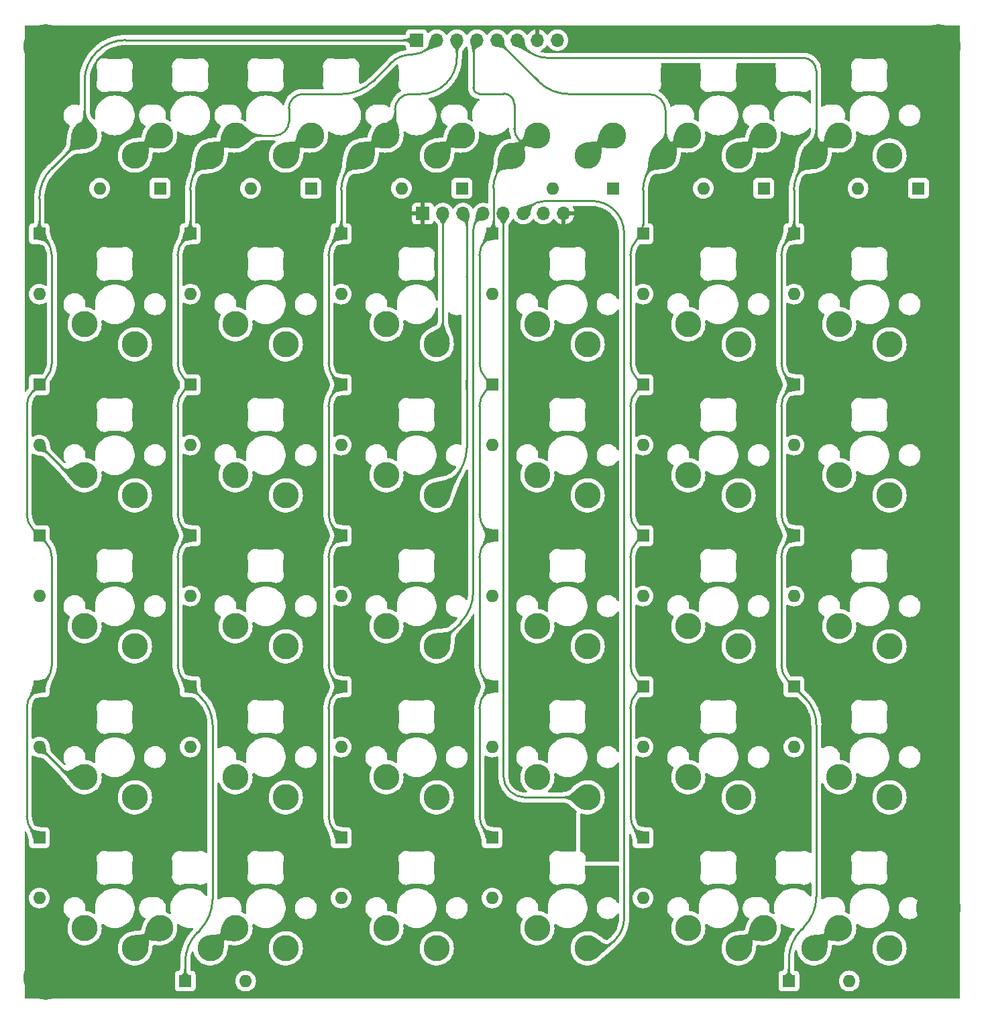
<source format=gbr>
%TF.GenerationSoftware,KiCad,Pcbnew,(6.0.9)*%
%TF.CreationDate,2022-12-06T20:11:38+01:00*%
%TF.ProjectId,tekskey-rounded-half,74656b73-6b65-4792-9d72-6f756e646564,rev?*%
%TF.SameCoordinates,Original*%
%TF.FileFunction,Copper,L2,Bot*%
%TF.FilePolarity,Positive*%
%FSLAX46Y46*%
G04 Gerber Fmt 4.6, Leading zero omitted, Abs format (unit mm)*
G04 Created by KiCad (PCBNEW (6.0.9)) date 2022-12-06 20:11:38*
%MOMM*%
%LPD*%
G01*
G04 APERTURE LIST*
%TA.AperFunction,ComponentPad*%
%ADD10C,3.300000*%
%TD*%
%TA.AperFunction,ComponentPad*%
%ADD11C,5.600000*%
%TD*%
%TA.AperFunction,ComponentPad*%
%ADD12R,1.600000X1.600000*%
%TD*%
%TA.AperFunction,ComponentPad*%
%ADD13O,1.600000X1.600000*%
%TD*%
%TA.AperFunction,ComponentPad*%
%ADD14R,1.700000X1.700000*%
%TD*%
%TA.AperFunction,ComponentPad*%
%ADD15O,1.700000X1.700000*%
%TD*%
%TA.AperFunction,ViaPad*%
%ADD16C,0.800000*%
%TD*%
%TA.AperFunction,Conductor*%
%ADD17C,0.250000*%
%TD*%
G04 APERTURE END LIST*
D10*
%TO.P,SW51B101,1,1*%
%TO.N,row5*%
X60979700Y-153415900D03*
%TO.P,SW51B101,2,2*%
%TO.N,Net-(D132-Pad2)*%
X67329700Y-155955900D03*
%TD*%
D11*
%TO.P,J106,1,Pin_1*%
%TO.N,GND*%
X159250702Y-150896810D03*
%TD*%
D12*
%TO.P,D128,1,K*%
%TO.N,col3*%
X102889700Y-122935900D03*
D13*
%TO.P,D128,2,A*%
%TO.N,Net-(D128-Pad2)*%
X102889700Y-130555900D03*
%TD*%
D12*
%TO.P,D102,1,K*%
%TO.N,Net-(D102-Pad1)*%
X80029700Y-60070900D03*
D13*
%TO.P,D102,2,A*%
%TO.N,row0*%
X72409700Y-60070900D03*
%TD*%
D12*
%TO.P,D129,1,K*%
%TO.N,col4*%
X121939700Y-122935900D03*
D13*
%TO.P,D129,2,A*%
%TO.N,Net-(D129-Pad2)*%
X121939700Y-130555900D03*
%TD*%
D10*
%TO.P,SW130,1,1*%
%TO.N,Net-(D130-Pad2)*%
X146704700Y-134365900D03*
%TO.P,SW130,2,2*%
%TO.N,row4*%
X153054700Y-136905900D03*
%TD*%
%TO.P,SW122,1,1*%
%TO.N,Net-(D122-Pad2)*%
X108604700Y-115315900D03*
%TO.P,SW122,2,2*%
%TO.N,row3*%
X114954700Y-117855900D03*
%TD*%
%TO.P,SW112,1,1*%
%TO.N,Net-(D112-Pad2)*%
X146704700Y-77215900D03*
%TO.P,SW112,2,2*%
%TO.N,row1*%
X153054700Y-79755900D03*
%TD*%
%TO.P,SW110,1,1*%
%TO.N,Net-(D110-Pad2)*%
X108604700Y-77215900D03*
%TO.P,SW110,2,2*%
%TO.N,row1*%
X114954700Y-79755900D03*
%TD*%
D12*
%TO.P,D122,1,K*%
%TO.N,col3*%
X102889700Y-103885900D03*
D13*
%TO.P,D122,2,A*%
%TO.N,Net-(D122-Pad2)*%
X102889700Y-111505900D03*
%TD*%
D10*
%TO.P,SW120,1,1*%
%TO.N,Net-(D120-Pad2)*%
X70504700Y-115315900D03*
%TO.P,SW120,2,2*%
%TO.N,row3*%
X76854700Y-117855900D03*
%TD*%
D12*
%TO.P,D125,1,K*%
%TO.N,col0*%
X45739700Y-122935900D03*
D13*
%TO.P,D125,2,A*%
%TO.N,Net-(D125-Pad2)*%
X45739700Y-130555900D03*
%TD*%
D11*
%TO.P,J103,1,Pin_1*%
%TO.N,GND*%
X159250702Y-42153060D03*
%TD*%
D10*
%TO.P,SW132,1,1*%
%TO.N,Net-(D132-Pad2)*%
X70504700Y-153415900D03*
%TO.P,SW132,2,2*%
%TO.N,row5*%
X76854700Y-155955900D03*
%TD*%
%TO.P,SW108,1,1*%
%TO.N,Net-(D108-Pad2)*%
X70504700Y-77215900D03*
%TO.P,SW108,2,2*%
%TO.N,row1*%
X76854700Y-79755900D03*
%TD*%
%TO.P,SW104,1,1*%
%TO.N,col3*%
X108604700Y-53403400D03*
%TO.P,SW104,2,2*%
%TO.N,Net-(D104-Pad1)*%
X114954700Y-55943400D03*
%TD*%
%TO.P,SW101,1,1*%
%TO.N,col0*%
X51454700Y-53403400D03*
%TO.P,SW101,2,2*%
%TO.N,Net-(D101-Pad1)*%
X57804700Y-55943400D03*
%TD*%
D12*
%TO.P,D126,1,K*%
%TO.N,col1*%
X64789700Y-122935900D03*
D13*
%TO.P,D126,2,A*%
%TO.N,Net-(D126-Pad2)*%
X64789700Y-130555900D03*
%TD*%
D12*
%TO.P,D131,1,K*%
%TO.N,col0*%
X45739700Y-141985900D03*
D13*
%TO.P,D131,2,A*%
%TO.N,Net-(D131-Pad2)*%
X45739700Y-149605900D03*
%TD*%
D12*
%TO.P,D106,1,K*%
%TO.N,Net-(D106-Pad1)*%
X156705950Y-60070900D03*
D13*
%TO.P,D106,2,A*%
%TO.N,row0*%
X149085950Y-60070900D03*
%TD*%
D10*
%TO.P,SW107,1,1*%
%TO.N,Net-(D107-Pad2)*%
X51454700Y-77215900D03*
%TO.P,SW107,2,2*%
%TO.N,row1*%
X57804700Y-79755900D03*
%TD*%
D11*
%TO.P,J105,1,Pin_1*%
%TO.N,GND*%
X46538202Y-42153060D03*
%TD*%
D10*
%TO.P,SW133,1,1*%
%TO.N,Net-(D133-Pad2)*%
X89554700Y-153415900D03*
%TO.P,SW133,2,2*%
%TO.N,row5*%
X95904700Y-155955900D03*
%TD*%
D14*
%TO.P,J102,1,Pin_1*%
%TO.N,col0*%
X93364700Y-41359310D03*
D15*
%TO.P,J102,2,Pin_2*%
%TO.N,col1*%
X95904700Y-41359310D03*
%TO.P,J102,3,Pin_3*%
%TO.N,col2*%
X98444700Y-41359310D03*
%TO.P,J102,4,Pin_4*%
%TO.N,col3*%
X100984700Y-41359310D03*
%TO.P,J102,5,Pin_5*%
%TO.N,col4*%
X103524700Y-41359310D03*
%TO.P,J102,6,Pin_6*%
%TO.N,col5*%
X106064700Y-41359310D03*
%TO.P,J102,7,Pin_7*%
%TO.N,GND*%
X108604700Y-41359310D03*
%TO.P,J102,8,Pin_8*%
%TO.N,LEDIN*%
X111144700Y-41359310D03*
%TD*%
D10*
%TO.P,SW123,1,1*%
%TO.N,Net-(D123-Pad2)*%
X127654700Y-115315900D03*
%TO.P,SW123,2,2*%
%TO.N,row3*%
X134004700Y-117855900D03*
%TD*%
%TO.P,SW131,1,1*%
%TO.N,Net-(D131-Pad2)*%
X51454700Y-153415900D03*
%TO.P,SW131,2,2*%
%TO.N,row5*%
X57804700Y-155955900D03*
%TD*%
%TO.P,SW114,1,1*%
%TO.N,Net-(D114-Pad2)*%
X70504700Y-96265900D03*
%TO.P,SW114,2,2*%
%TO.N,row2*%
X76854700Y-98805900D03*
%TD*%
D12*
%TO.P,D121,1,K*%
%TO.N,col2*%
X83839700Y-103885900D03*
D13*
%TO.P,D121,2,A*%
%TO.N,Net-(D121-Pad2)*%
X83839700Y-111505900D03*
%TD*%
D12*
%TO.P,D115,1,K*%
%TO.N,col2*%
X83839700Y-84835900D03*
D13*
%TO.P,D115,2,A*%
%TO.N,Net-(D115-Pad2)*%
X83839700Y-92455900D03*
%TD*%
D10*
%TO.P,SW121,1,1*%
%TO.N,Net-(D121-Pad2)*%
X89554700Y-115315900D03*
%TO.P,SW121,2,2*%
%TO.N,row3*%
X95904700Y-117855900D03*
%TD*%
%TO.P,SW103,1,1*%
%TO.N,col2*%
X89554700Y-53403400D03*
%TO.P,SW103,2,2*%
%TO.N,Net-(D103-Pad1)*%
X95904700Y-55943400D03*
%TD*%
%TO.P,SW135,1,1*%
%TO.N,Net-(D135-Pad2)*%
X127654700Y-153415900D03*
%TO.P,SW135,2,2*%
%TO.N,row5*%
X134004700Y-155955900D03*
%TD*%
%TO.P,SW3B101,1,1*%
%TO.N,Net-(D103-Pad1)*%
X99079700Y-53403400D03*
%TO.P,SW3B101,2,2*%
%TO.N,col3*%
X105429700Y-55943400D03*
%TD*%
%TO.P,SW2B101,1,1*%
%TO.N,Net-(D102-Pad1)*%
X80029700Y-53403400D03*
%TO.P,SW2B101,2,2*%
%TO.N,col2*%
X86379700Y-55943400D03*
%TD*%
D12*
%TO.P,D113,1,K*%
%TO.N,col0*%
X45739700Y-84835900D03*
D13*
%TO.P,D113,2,A*%
%TO.N,Net-(D113-Pad2)*%
X45739700Y-92455900D03*
%TD*%
D10*
%TO.P,SW126,1,1*%
%TO.N,Net-(D126-Pad2)*%
X70504700Y-134365900D03*
%TO.P,SW126,2,2*%
%TO.N,row4*%
X76854700Y-136905900D03*
%TD*%
D12*
%TO.P,D132,1,K*%
%TO.N,col1*%
X64154700Y-160083400D03*
D13*
%TO.P,D132,2,A*%
%TO.N,Net-(D132-Pad2)*%
X71774700Y-160083400D03*
%TD*%
D12*
%TO.P,D123,1,K*%
%TO.N,col4*%
X121939700Y-103885900D03*
D13*
%TO.P,D123,2,A*%
%TO.N,Net-(D123-Pad2)*%
X121939700Y-111505900D03*
%TD*%
D10*
%TO.P,SW102,1,1*%
%TO.N,col1*%
X70504700Y-53403400D03*
%TO.P,SW102,2,2*%
%TO.N,Net-(D102-Pad1)*%
X76854700Y-55943400D03*
%TD*%
D12*
%TO.P,D134,1,K*%
%TO.N,col3*%
X102889700Y-141985900D03*
D13*
%TO.P,D134,2,A*%
%TO.N,Net-(D134-Pad2)*%
X102889700Y-149605900D03*
%TD*%
D12*
%TO.P,D105,1,K*%
%TO.N,Net-(D105-Pad1)*%
X137179700Y-60070900D03*
D13*
%TO.P,D105,2,A*%
%TO.N,row0*%
X129559700Y-60070900D03*
%TD*%
D12*
%TO.P,D110,1,K*%
%TO.N,col3*%
X102889700Y-65785900D03*
D13*
%TO.P,D110,2,A*%
%TO.N,Net-(D110-Pad2)*%
X102889700Y-73405900D03*
%TD*%
D10*
%TO.P,SW55B101,1,1*%
%TO.N,row5*%
X137179700Y-153415900D03*
%TO.P,SW55B101,2,2*%
%TO.N,Net-(D136-Pad2)*%
X143529700Y-155955900D03*
%TD*%
D12*
%TO.P,D107,1,K*%
%TO.N,col0*%
X45739700Y-65785900D03*
D13*
%TO.P,D107,2,A*%
%TO.N,Net-(D107-Pad2)*%
X45739700Y-73405900D03*
%TD*%
D10*
%TO.P,SW118,1,1*%
%TO.N,Net-(D118-Pad2)*%
X146704700Y-96265900D03*
%TO.P,SW118,2,2*%
%TO.N,row2*%
X153054700Y-98805900D03*
%TD*%
D12*
%TO.P,D109,1,K*%
%TO.N,col2*%
X83839700Y-65785900D03*
D13*
%TO.P,D109,2,A*%
%TO.N,Net-(D109-Pad2)*%
X83839700Y-73405900D03*
%TD*%
D12*
%TO.P,D112,1,K*%
%TO.N,col5*%
X140989700Y-65785900D03*
D13*
%TO.P,D112,2,A*%
%TO.N,Net-(D112-Pad2)*%
X140989700Y-73405900D03*
%TD*%
D12*
%TO.P,D124,1,K*%
%TO.N,col5*%
X140989700Y-103885900D03*
D13*
%TO.P,D124,2,A*%
%TO.N,Net-(D124-Pad2)*%
X140989700Y-111505900D03*
%TD*%
D12*
%TO.P,D104,1,K*%
%TO.N,Net-(D104-Pad1)*%
X118129700Y-60070900D03*
D13*
%TO.P,D104,2,A*%
%TO.N,row0*%
X110509700Y-60070900D03*
%TD*%
D10*
%TO.P,SW4B101,1,1*%
%TO.N,Net-(D104-Pad1)*%
X118129700Y-53403400D03*
%TO.P,SW4B101,2,2*%
%TO.N,col4*%
X124479700Y-55943400D03*
%TD*%
%TO.P,SW106,1,1*%
%TO.N,col5*%
X146704700Y-53403400D03*
%TO.P,SW106,2,2*%
%TO.N,Net-(D106-Pad1)*%
X153054700Y-55943400D03*
%TD*%
D12*
%TO.P,D108,1,K*%
%TO.N,col1*%
X64789700Y-65785900D03*
D13*
%TO.P,D108,2,A*%
%TO.N,Net-(D108-Pad2)*%
X64789700Y-73405900D03*
%TD*%
D12*
%TO.P,D136,1,K*%
%TO.N,col5*%
X140354700Y-160083400D03*
D13*
%TO.P,D136,2,A*%
%TO.N,Net-(D136-Pad2)*%
X147974700Y-160083400D03*
%TD*%
D12*
%TO.P,D101,1,K*%
%TO.N,Net-(D101-Pad1)*%
X60979700Y-60070900D03*
D13*
%TO.P,D101,2,A*%
%TO.N,row0*%
X53359700Y-60070900D03*
%TD*%
D10*
%TO.P,SW113,1,1*%
%TO.N,Net-(D113-Pad2)*%
X51454700Y-96265900D03*
%TO.P,SW113,2,2*%
%TO.N,row2*%
X57804700Y-98805900D03*
%TD*%
D12*
%TO.P,D135,1,K*%
%TO.N,col4*%
X121939700Y-141985900D03*
D13*
%TO.P,D135,2,A*%
%TO.N,Net-(D135-Pad2)*%
X121939700Y-149605900D03*
%TD*%
D10*
%TO.P,SW1B101,1,1*%
%TO.N,Net-(D101-Pad1)*%
X60979700Y-53403400D03*
%TO.P,SW1B101,2,2*%
%TO.N,col1*%
X67329700Y-55943400D03*
%TD*%
%TO.P,SW105,1,1*%
%TO.N,col4*%
X127654700Y-53403400D03*
%TO.P,SW105,2,2*%
%TO.N,Net-(D105-Pad1)*%
X134004700Y-55943400D03*
%TD*%
D12*
%TO.P,D103,1,K*%
%TO.N,Net-(D103-Pad1)*%
X99079700Y-60070900D03*
D13*
%TO.P,D103,2,A*%
%TO.N,row0*%
X91459700Y-60070900D03*
%TD*%
D10*
%TO.P,SW5B101,1,1*%
%TO.N,Net-(D105-Pad1)*%
X137179700Y-53403400D03*
%TO.P,SW5B101,2,2*%
%TO.N,col5*%
X143529700Y-55943400D03*
%TD*%
%TO.P,SW119,1,1*%
%TO.N,Net-(D119-Pad2)*%
X51454700Y-115315900D03*
%TO.P,SW119,2,2*%
%TO.N,row3*%
X57804700Y-117855900D03*
%TD*%
D12*
%TO.P,D133,1,K*%
%TO.N,col2*%
X83839700Y-141985900D03*
D13*
%TO.P,D133,2,A*%
%TO.N,Net-(D133-Pad2)*%
X83839700Y-149605900D03*
%TD*%
D10*
%TO.P,SW127,1,1*%
%TO.N,Net-(D127-Pad2)*%
X89554700Y-134365900D03*
%TO.P,SW127,2,2*%
%TO.N,row4*%
X95904700Y-136905900D03*
%TD*%
%TO.P,SW136,1,1*%
%TO.N,Net-(D136-Pad2)*%
X146704700Y-153415900D03*
%TO.P,SW136,2,2*%
%TO.N,row5*%
X153054700Y-155955900D03*
%TD*%
%TO.P,SW117,1,1*%
%TO.N,Net-(D117-Pad2)*%
X127654700Y-96265900D03*
%TO.P,SW117,2,2*%
%TO.N,row2*%
X134004700Y-98805900D03*
%TD*%
%TO.P,SW125,1,1*%
%TO.N,Net-(D125-Pad2)*%
X51454700Y-134365900D03*
%TO.P,SW125,2,2*%
%TO.N,row4*%
X57804700Y-136905900D03*
%TD*%
D12*
%TO.P,D111,1,K*%
%TO.N,col4*%
X121939700Y-65785900D03*
D13*
%TO.P,D111,2,A*%
%TO.N,Net-(D111-Pad2)*%
X121939700Y-73405900D03*
%TD*%
D10*
%TO.P,SW111,1,1*%
%TO.N,Net-(D111-Pad2)*%
X127654700Y-77215900D03*
%TO.P,SW111,2,2*%
%TO.N,row1*%
X134004700Y-79755900D03*
%TD*%
D12*
%TO.P,D116,1,K*%
%TO.N,col3*%
X102889700Y-84835900D03*
D13*
%TO.P,D116,2,A*%
%TO.N,Net-(D116-Pad2)*%
X102889700Y-92455900D03*
%TD*%
D12*
%TO.P,D120,1,K*%
%TO.N,col1*%
X64789700Y-103885900D03*
D13*
%TO.P,D120,2,A*%
%TO.N,Net-(D120-Pad2)*%
X64789700Y-111505900D03*
%TD*%
D10*
%TO.P,SW129,1,1*%
%TO.N,Net-(D129-Pad2)*%
X127654700Y-134365900D03*
%TO.P,SW129,2,2*%
%TO.N,row4*%
X134004700Y-136905900D03*
%TD*%
D12*
%TO.P,D127,1,K*%
%TO.N,col2*%
X83839700Y-122935900D03*
D13*
%TO.P,D127,2,A*%
%TO.N,Net-(D127-Pad2)*%
X83839700Y-130555900D03*
%TD*%
D14*
%TO.P,J101,1,Pin_1*%
%TO.N,GND*%
X94158450Y-63245900D03*
D15*
%TO.P,J101,2,Pin_2*%
%TO.N,row1*%
X96698450Y-63245900D03*
%TO.P,J101,3,Pin_3*%
%TO.N,row2*%
X99238450Y-63245900D03*
%TO.P,J101,4,Pin_4*%
%TO.N,row3*%
X101778450Y-63245900D03*
%TO.P,J101,5,Pin_5*%
%TO.N,row4*%
X104318450Y-63245900D03*
%TO.P,J101,6,Pin_6*%
%TO.N,row5*%
X106858450Y-63245900D03*
%TO.P,J101,7,Pin_7*%
%TO.N,row0*%
X109398450Y-63245900D03*
%TO.P,J101,8,Pin_8*%
%TO.N,+5V*%
X111938450Y-63245900D03*
%TD*%
D10*
%TO.P,SW116,1,1*%
%TO.N,Net-(D116-Pad2)*%
X108604700Y-96265900D03*
%TO.P,SW116,2,2*%
%TO.N,row2*%
X114954700Y-98805900D03*
%TD*%
D12*
%TO.P,D130,1,K*%
%TO.N,col5*%
X140989700Y-122935900D03*
D13*
%TO.P,D130,2,A*%
%TO.N,Net-(D130-Pad2)*%
X140989700Y-130555900D03*
%TD*%
D12*
%TO.P,D114,1,K*%
%TO.N,col1*%
X64789700Y-84835900D03*
D13*
%TO.P,D114,2,A*%
%TO.N,Net-(D114-Pad2)*%
X64789700Y-92455900D03*
%TD*%
D10*
%TO.P,SW134,1,1*%
%TO.N,Net-(D134-Pad2)*%
X108604700Y-153415900D03*
%TO.P,SW134,2,2*%
%TO.N,row5*%
X114954700Y-155955900D03*
%TD*%
%TO.P,SW109,1,1*%
%TO.N,Net-(D109-Pad2)*%
X89554700Y-77215900D03*
%TO.P,SW109,2,2*%
%TO.N,row1*%
X95904700Y-79755900D03*
%TD*%
D12*
%TO.P,D118,1,K*%
%TO.N,col5*%
X140989700Y-84835900D03*
D13*
%TO.P,D118,2,A*%
%TO.N,Net-(D118-Pad2)*%
X140989700Y-92455900D03*
%TD*%
D10*
%TO.P,SW115,1,1*%
%TO.N,Net-(D115-Pad2)*%
X89554700Y-96265900D03*
%TO.P,SW115,2,2*%
%TO.N,row2*%
X95904700Y-98805900D03*
%TD*%
D12*
%TO.P,D119,1,K*%
%TO.N,col0*%
X45739700Y-103885900D03*
D13*
%TO.P,D119,2,A*%
%TO.N,Net-(D119-Pad2)*%
X45739700Y-111505900D03*
%TD*%
D10*
%TO.P,SW124,1,1*%
%TO.N,Net-(D124-Pad2)*%
X146704700Y-115315900D03*
%TO.P,SW124,2,2*%
%TO.N,row3*%
X153054700Y-117855900D03*
%TD*%
D12*
%TO.P,D117,1,K*%
%TO.N,col4*%
X121939700Y-84835900D03*
D13*
%TO.P,D117,2,A*%
%TO.N,Net-(D117-Pad2)*%
X121939700Y-92455900D03*
%TD*%
D10*
%TO.P,SW128,1,1*%
%TO.N,Net-(D128-Pad2)*%
X108604700Y-134365900D03*
%TO.P,SW128,2,2*%
%TO.N,row4*%
X114954700Y-136905900D03*
%TD*%
D11*
%TO.P,J104,1,Pin_1*%
%TO.N,GND*%
X46538202Y-159628060D03*
%TD*%
D16*
%TO.N,+5V*%
X109239700Y-91820900D03*
X117177200Y-103727150D03*
X117177200Y-142620900D03*
X107652200Y-129127150D03*
%TO.N,GND*%
X87019452Y-147721810D03*
X86225702Y-72315560D03*
X97338202Y-122321810D03*
X48125702Y-145340560D03*
X96544452Y-84221810D03*
X87019452Y-110415560D03*
%TD*%
D17*
%TO.N,row2*%
X99694701Y-85456239D02*
X99694701Y-63702151D01*
X99694701Y-88970955D02*
X99694701Y-85456239D01*
X99694701Y-84284667D02*
X99694701Y-88970955D01*
X99694701Y-84284667D02*
X99694701Y-71217541D01*
X99704700Y-71193400D02*
X99714700Y-71183400D01*
X99694701Y-88970955D02*
X99694701Y-92761936D01*
X98100908Y-96609692D02*
X95904700Y-98805900D01*
X99694718Y-71217541D02*
G75*
G02*
X99704700Y-71193400I34082J41D01*
G01*
X99694701Y-84284667D02*
G75*
G02*
X99694701Y-85456239I-1173436525J-585786D01*
G01*
X98100901Y-96609685D02*
G75*
G03*
X99694701Y-92761936I-3847801J3847785D01*
G01*
%TO.N,col0*%
X46531074Y-104677274D02*
X46533450Y-104679650D01*
X51454700Y-53403400D02*
X51454700Y-46516484D01*
X46531074Y-84044526D02*
X46533450Y-84042150D01*
X44948326Y-141194526D02*
X45739700Y-141985900D01*
X47327200Y-68495933D02*
X47327200Y-82125868D01*
X47327200Y-120225868D02*
X47327200Y-106595933D01*
X51454700Y-53403400D02*
X47333492Y-57524608D01*
X46531074Y-84044526D02*
X44948326Y-85627274D01*
X45739700Y-61372364D02*
X45739700Y-65785900D01*
X44156952Y-87537820D02*
X44156952Y-101183981D01*
X56611873Y-41359310D02*
X93364700Y-41359310D01*
X44948326Y-103094526D02*
X46531074Y-104677274D01*
X46533450Y-122142150D02*
X45739700Y-122935900D01*
X46533450Y-66579650D02*
X45739700Y-65785900D01*
X44948326Y-123727274D02*
X45739700Y-122935900D01*
X44156952Y-125637820D02*
X44156952Y-139283981D01*
X45739690Y-61372364D02*
G75*
G02*
X47333493Y-57524609I5441610J-36D01*
G01*
X52965211Y-42869821D02*
G75*
G02*
X56611873Y-41359310I3646689J-3646679D01*
G01*
X51454696Y-46516484D02*
G75*
G02*
X52965201Y-42869811I5157204J-16D01*
G01*
X47327186Y-106595933D02*
G75*
G03*
X46533449Y-104679651I-2709986J33D01*
G01*
X44948310Y-103094542D02*
G75*
G02*
X44156952Y-101183981I1910590J1910542D01*
G01*
X44948310Y-141194542D02*
G75*
G02*
X44156952Y-139283981I1910590J1910542D01*
G01*
X47327186Y-68495933D02*
G75*
G03*
X46533449Y-66579651I-2709986J33D01*
G01*
X46533459Y-84042159D02*
G75*
G03*
X47327200Y-82125868I-1916259J1916259D01*
G01*
X44156975Y-87537820D02*
G75*
G02*
X44948327Y-85627275I2701925J20D01*
G01*
X46533459Y-122142159D02*
G75*
G03*
X47327200Y-120225868I-1916259J1916259D01*
G01*
X44156975Y-125637820D02*
G75*
G02*
X44948327Y-123727275I2701925J20D01*
G01*
%TO.N,col1*%
X64154700Y-157740376D02*
X64154700Y-160083400D01*
X67329700Y-55943400D02*
X69869700Y-53403400D01*
X87814742Y-46570858D02*
X90169029Y-44216571D01*
X63202200Y-101175868D02*
X63202200Y-87545933D01*
X66059700Y-57213400D02*
X67329700Y-55943400D01*
X94984905Y-42279105D02*
X95904700Y-41359310D01*
X67597094Y-127728422D02*
X67597094Y-149790055D01*
X75496756Y-53403400D02*
X70504700Y-53403400D01*
X77242096Y-49942353D02*
X77242096Y-51658061D01*
X63202200Y-106595933D02*
X63202200Y-120225868D01*
X66193397Y-124339597D02*
X64789700Y-122935900D01*
X63995950Y-122142150D02*
X64789700Y-122935900D01*
X63995950Y-103092150D02*
X64789700Y-103885900D01*
X63995950Y-104679650D02*
X64789700Y-103885900D01*
X63202200Y-68495933D02*
X63202200Y-82125868D01*
X64789700Y-60279452D02*
X64789700Y-65785900D01*
X83966986Y-48164650D02*
X79019798Y-48164650D01*
X92764325Y-43198899D02*
X92625906Y-43198899D01*
X63995950Y-66579650D02*
X64789700Y-65785900D01*
X65748492Y-153892620D02*
X66003301Y-153637811D01*
X66003300Y-153637810D02*
G75*
G03*
X67597094Y-149790055I-3847760J3847760D01*
G01*
X92764325Y-43198909D02*
G75*
G03*
X94984904Y-42279104I-25J3140409D01*
G01*
X64789680Y-60279452D02*
G75*
G02*
X66059700Y-57213400I4336120J-48D01*
G01*
X63995941Y-103092159D02*
G75*
G02*
X63202200Y-101175868I1916259J1916259D01*
G01*
X77242063Y-49942353D02*
G75*
G02*
X77762773Y-48685327I1777737J-47D01*
G01*
X63202214Y-106595933D02*
G75*
G02*
X63995951Y-104679651I2709986J33D01*
G01*
X67597086Y-127728422D02*
G75*
G03*
X66193396Y-124339598I-4792486J22D01*
G01*
X63202214Y-68495933D02*
G75*
G02*
X63995951Y-66579651I2709986J33D01*
G01*
X76730929Y-52892233D02*
G75*
G03*
X77242096Y-51658061I-1234229J1234133D01*
G01*
X63202214Y-87545933D02*
G75*
G02*
X63995951Y-85629651I2709986J33D01*
G01*
X77762764Y-48685318D02*
G75*
G02*
X79019798Y-48164650I1257036J-1257082D01*
G01*
X83966986Y-48164640D02*
G75*
G03*
X87814742Y-46570858I14J5441540D01*
G01*
X64154698Y-157740376D02*
G75*
G02*
X65748492Y-153892620I5441602J-24D01*
G01*
X90169015Y-44216557D02*
G75*
G02*
X92625906Y-43198899I2456885J-2456943D01*
G01*
X63995941Y-122142159D02*
G75*
G02*
X63202200Y-120225868I1916259J1916259D01*
G01*
X75496756Y-53403380D02*
G75*
G03*
X76730897Y-52892201I44J1745280D01*
G01*
X63995950Y-85629650D02*
G75*
G03*
X63995950Y-84042150I-793750J793750D01*
G01*
X63995941Y-84042159D02*
G75*
G02*
X63202200Y-82125868I1916259J1916259D01*
G01*
%TO.N,col2*%
X83045950Y-104679650D02*
X83839700Y-103885900D01*
X83045950Y-141192150D02*
X83839700Y-141985900D01*
X93837645Y-48164650D02*
X92595736Y-48164650D01*
X82252200Y-68495933D02*
X82252200Y-82125868D01*
X83045950Y-103092150D02*
X83839700Y-103885900D01*
X85109700Y-57213400D02*
X86379700Y-55943400D01*
X98444700Y-43557596D02*
X98444700Y-41359310D01*
X82252200Y-125645933D02*
X82252200Y-139275868D01*
X82252200Y-101175868D02*
X82252200Y-87545933D01*
X82252200Y-106595933D02*
X82252200Y-120225868D01*
X90619615Y-50140772D02*
X90619615Y-52338485D01*
X83045950Y-85629650D02*
X83839700Y-84835900D01*
X86379700Y-55943400D02*
X88919700Y-53403400D01*
X83045950Y-123729650D02*
X83839700Y-122935900D01*
X83045950Y-122142150D02*
X83839700Y-122935900D01*
X83045950Y-66579650D02*
X83839700Y-65785900D01*
X83045950Y-84042150D02*
X83839700Y-84835900D01*
X83839700Y-60279452D02*
X83839700Y-65785900D01*
X90619585Y-50140772D02*
G75*
G02*
X91198408Y-48743444I1976115J-28D01*
G01*
X82252214Y-87545933D02*
G75*
G02*
X83045951Y-85629651I2709986J33D01*
G01*
X82252214Y-68495933D02*
G75*
G02*
X83045951Y-66579651I2709986J33D01*
G01*
X93837645Y-48164683D02*
G75*
G03*
X97095325Y-46815275I-45J4607083D01*
G01*
X82252214Y-106595933D02*
G75*
G02*
X83045951Y-104679651I2709986J33D01*
G01*
X82252214Y-125645933D02*
G75*
G02*
X83045951Y-123729651I2709986J33D01*
G01*
X97095337Y-46815287D02*
G75*
G03*
X98444700Y-43557596I-3257737J3257687D01*
G01*
X83045941Y-122142159D02*
G75*
G02*
X82252200Y-120225868I1916259J1916259D01*
G01*
X91198383Y-48743419D02*
G75*
G02*
X92595736Y-48164650I1397317J-1397381D01*
G01*
X83045941Y-84042159D02*
G75*
G02*
X82252200Y-82125868I1916259J1916259D01*
G01*
X83839680Y-60279452D02*
G75*
G02*
X85109700Y-57213400I4336120J-48D01*
G01*
X83045941Y-141192159D02*
G75*
G02*
X82252200Y-139275868I1916259J1916259D01*
G01*
X83045941Y-103092159D02*
G75*
G02*
X82252200Y-101175868I1916259J1916259D01*
G01*
%TO.N,col3*%
X101302200Y-106595933D02*
X101302200Y-120225868D01*
X102095950Y-122142150D02*
X102889700Y-122935900D01*
X101302200Y-125645933D02*
X101302200Y-139275868D01*
X102095950Y-66579650D02*
X102889700Y-65785900D01*
X101211432Y-48118324D02*
X104388021Y-48118324D01*
X102095950Y-141192150D02*
X102889700Y-141985900D01*
X107414075Y-53959025D02*
X106302825Y-55070275D01*
X102095950Y-123729650D02*
X102889700Y-122935900D01*
X106274700Y-53930900D02*
X106302825Y-53959025D01*
X101302200Y-68495933D02*
X101302200Y-82125868D01*
X103055203Y-59996920D02*
X103055203Y-65620397D01*
X102095950Y-103092150D02*
X102889700Y-103885900D01*
X106302825Y-55070275D02*
X106144075Y-55229025D01*
X106144075Y-55229025D02*
X104715325Y-56657775D01*
X107414075Y-53959025D02*
X107969700Y-53403400D01*
X100513202Y-47420094D02*
X100513202Y-41830808D01*
X102095950Y-104679650D02*
X102889700Y-103885900D01*
X101302200Y-101175868D02*
X101302200Y-87545933D01*
X105690950Y-52521603D02*
X105690950Y-49421253D01*
X104715325Y-56657775D02*
X104242451Y-57130649D01*
X105690977Y-49421253D02*
G75*
G03*
X105309331Y-48499943I-1302977J-47D01*
G01*
X101302214Y-87545933D02*
G75*
G02*
X102095951Y-85629651I2709986J33D01*
G01*
X101211432Y-48118302D02*
G75*
G02*
X100717710Y-47913816I-32J698202D01*
G01*
X101302214Y-68495933D02*
G75*
G02*
X102095951Y-66579651I2709986J33D01*
G01*
X101302214Y-125645933D02*
G75*
G02*
X102095951Y-123729651I2709986J33D01*
G01*
X102095941Y-141192159D02*
G75*
G02*
X101302200Y-139275868I1916259J1916259D01*
G01*
X102095950Y-85629650D02*
G75*
G03*
X102095950Y-84042150I-793750J793750D01*
G01*
X104388021Y-48118323D02*
G75*
G02*
X105309331Y-48499943I-21J-1302977D01*
G01*
X106274701Y-53930899D02*
G75*
G02*
X105690950Y-52521603I1409299J1409299D01*
G01*
X100717712Y-47913814D02*
G75*
G02*
X100513202Y-47420094I493688J493714D01*
G01*
X102095941Y-122142159D02*
G75*
G02*
X101302200Y-120225868I1916259J1916259D01*
G01*
X107414074Y-53959024D02*
G75*
G02*
X106302826Y-53959024I-555624J555622D01*
G01*
X102095941Y-84042159D02*
G75*
G02*
X101302200Y-82125868I1916259J1916259D01*
G01*
X102095941Y-103092159D02*
G75*
G02*
X101302200Y-101175868I1916259J1916259D01*
G01*
X101302214Y-106595933D02*
G75*
G02*
X102095951Y-104679651I2709986J33D01*
G01*
X103055211Y-59996920D02*
G75*
G02*
X104242451Y-57130649I4053489J20D01*
G01*
X106302775Y-53959075D02*
G75*
G02*
X106302825Y-55070275I-555575J-555625D01*
G01*
%TO.N,row1*%
X96698450Y-63245900D02*
X96698450Y-78962150D01*
%TO.N,row5*%
X107652200Y-62452150D02*
X106858450Y-63245900D01*
X116145325Y-155955900D02*
X114954700Y-155955900D01*
X134004700Y-155955900D02*
X136544700Y-153415900D01*
X119558450Y-65723449D02*
X119558450Y-152161856D01*
X118177849Y-155114001D02*
X118447200Y-154844650D01*
X57804700Y-155955900D02*
X60344700Y-153415900D01*
X109568482Y-61658400D02*
X115493401Y-61658400D01*
X118447223Y-154844673D02*
G75*
G03*
X119558450Y-152161856I-2682823J2682773D01*
G01*
X107652216Y-62452166D02*
G75*
G02*
X109568482Y-61658400I1916284J-1916234D01*
G01*
X116145325Y-155955924D02*
G75*
G03*
X118177849Y-155114001I-25J2874424D01*
G01*
X119558486Y-65723449D02*
G75*
G03*
X118367825Y-62849025I-4065086J-51D01*
G01*
X115493401Y-61658414D02*
G75*
G02*
X118367825Y-62849025I-1J-4065086D01*
G01*
%TO.N,col5*%
X140195950Y-104679650D02*
X140989700Y-103885900D01*
X107185835Y-42480446D02*
X106064700Y-41359310D01*
X142259700Y-57213400D02*
X143529700Y-55943400D01*
X140195950Y-103092150D02*
X140989700Y-103885900D01*
X143818348Y-127764705D02*
X143818348Y-149444539D01*
X140195950Y-85629650D02*
X140989700Y-84835900D01*
X141783450Y-123729650D02*
X142404024Y-124350224D01*
X140989700Y-60279452D02*
X140989700Y-65785900D01*
X140195950Y-84042150D02*
X140989700Y-84835900D01*
X139402200Y-87545933D02*
X139402200Y-101175868D01*
X141948492Y-153568358D02*
X142224555Y-153292295D01*
X140354700Y-157416114D02*
X140354700Y-160083400D01*
X143786276Y-45216569D02*
X143786276Y-55686824D01*
X139402200Y-82125868D02*
X139402200Y-68495933D01*
X139402200Y-120225868D02*
X139402200Y-106595933D01*
X109892496Y-43601581D02*
X142171288Y-43601581D01*
X140195950Y-66579650D02*
X140989700Y-65785900D01*
X140195950Y-122142150D02*
X141783450Y-123729650D01*
X143529700Y-55943400D02*
X146069700Y-53403400D01*
X139402214Y-87545933D02*
G75*
G02*
X140195951Y-85629651I2709986J33D01*
G01*
X140354725Y-157416114D02*
G75*
G02*
X141948492Y-153568358I5441575J14D01*
G01*
X143786301Y-45216569D02*
G75*
G03*
X143313257Y-44074600I-1615001J-31D01*
G01*
X142171288Y-43601599D02*
G75*
G02*
X143313257Y-44074600I12J-1615001D01*
G01*
X140195941Y-122142159D02*
G75*
G02*
X139402200Y-120225868I1916259J1916259D01*
G01*
X140195941Y-84042159D02*
G75*
G02*
X139402200Y-82125868I1916259J1916259D01*
G01*
X140989680Y-60279452D02*
G75*
G02*
X142259700Y-57213400I4336120J-48D01*
G01*
X139402214Y-106595933D02*
G75*
G02*
X140195951Y-104679651I2709986J33D01*
G01*
X139402214Y-68495933D02*
G75*
G02*
X140195951Y-66579651I2709986J33D01*
G01*
X142224535Y-153292275D02*
G75*
G03*
X143818348Y-149444539I-3847735J3847775D01*
G01*
X143818332Y-127764705D02*
G75*
G03*
X142404024Y-124350224I-4828832J5D01*
G01*
X109892496Y-43601588D02*
G75*
G02*
X107185836Y-42480445I4J3827788D01*
G01*
X140195941Y-103092159D02*
G75*
G02*
X139402200Y-101175868I1916259J1916259D01*
G01*
%TO.N,row3*%
X101143450Y-63880900D02*
X101778450Y-63245900D01*
X98914657Y-114845943D02*
X95904700Y-117855900D01*
X100508450Y-65413926D02*
X100508450Y-110998187D01*
X98914664Y-114845950D02*
G75*
G03*
X100508450Y-110998187I-3847764J3847750D01*
G01*
X100508476Y-65413926D02*
G75*
G02*
X101143451Y-63880901I2168024J26D01*
G01*
%TO.N,row4*%
X107028482Y-136905900D02*
X114954700Y-136905900D01*
X104318450Y-134195868D02*
X104318450Y-63245900D01*
X105112180Y-136112170D02*
G75*
G02*
X104318450Y-134195868I1916320J1916270D01*
G01*
X107028482Y-136905922D02*
G75*
G02*
X105112200Y-136112150I18J2710022D01*
G01*
%TO.N,col4*%
X121939700Y-64663368D02*
X121939700Y-60279452D01*
X120352200Y-120225868D02*
X120352200Y-106595933D01*
X120352200Y-87545933D02*
X120352200Y-101175868D01*
X120352200Y-82125868D02*
X120352200Y-68495933D01*
X122622569Y-48164650D02*
X112584003Y-48164650D01*
X108736247Y-46570858D02*
X103524700Y-41359310D01*
X123209700Y-57213400D02*
X124479700Y-55943400D01*
X121145950Y-141192150D02*
X121939700Y-141985900D01*
X124806541Y-50348622D02*
X124806541Y-55616559D01*
X120352200Y-139275868D02*
X120352200Y-125645933D01*
X124479700Y-55943400D02*
X127019700Y-53403400D01*
X121145959Y-66579659D02*
G75*
G03*
X121939700Y-64663368I-1916259J1916259D01*
G01*
X122622569Y-48164667D02*
G75*
G02*
X124166869Y-48804322I31J-2183933D01*
G01*
X121145941Y-84042159D02*
G75*
G02*
X120352200Y-82125868I1916259J1916259D01*
G01*
X121145950Y-104679650D02*
G75*
G03*
X121145950Y-103092150I-793750J793750D01*
G01*
X120352214Y-68495933D02*
G75*
G02*
X121145951Y-66579651I2709986J33D01*
G01*
X121145941Y-122142159D02*
G75*
G02*
X120352200Y-120225868I1916259J1916259D01*
G01*
X121145950Y-123729650D02*
G75*
G03*
X121145950Y-122142150I-793750J793750D01*
G01*
X120352214Y-87545933D02*
G75*
G02*
X121145951Y-85629651I2709986J33D01*
G01*
X121145941Y-103092159D02*
G75*
G02*
X120352200Y-101175868I1916259J1916259D01*
G01*
X112584003Y-48164648D02*
G75*
G02*
X108736247Y-46570858I-3J5441548D01*
G01*
X121145941Y-141192159D02*
G75*
G02*
X120352200Y-139275868I1916259J1916259D01*
G01*
X121939680Y-60279452D02*
G75*
G02*
X123209700Y-57213400I4336120J-48D01*
G01*
X124806533Y-50348622D02*
G75*
G03*
X124166869Y-48804322I-2183933J22D01*
G01*
X120352214Y-106595933D02*
G75*
G02*
X121145951Y-104679651I2709986J33D01*
G01*
X120352214Y-125645933D02*
G75*
G02*
X121145951Y-123729651I2709986J33D01*
G01*
X121145950Y-85629650D02*
G75*
G03*
X121145950Y-84042150I-793750J793750D01*
G01*
%TO.N,Net-(D101-Pad1)*%
X57804700Y-55943400D02*
X60344700Y-53403400D01*
%TO.N,Net-(D102-Pad1)*%
X76854700Y-55943400D02*
X79394700Y-53403400D01*
%TO.N,Net-(D103-Pad1)*%
X95904700Y-55943400D02*
X98444700Y-53403400D01*
%TO.N,Net-(D104-Pad1)*%
X114954700Y-55943400D02*
X117494700Y-53403400D01*
%TO.N,Net-(D105-Pad1)*%
X134004700Y-55943400D02*
X136544700Y-53403400D01*
%TO.N,Net-(D113-Pad2)*%
X48876180Y-95592381D02*
X45739700Y-92455900D01*
X50502200Y-96265900D02*
X51454700Y-96265900D01*
X50502200Y-96265911D02*
G75*
G02*
X48876181Y-95592380I0J2299511D01*
G01*
%TO.N,Net-(D125-Pad2)*%
X48876180Y-133692381D02*
X45739700Y-130555900D01*
X50502200Y-134365900D02*
X51454700Y-134365900D01*
X50502200Y-134365911D02*
G75*
G02*
X48876181Y-133692380I0J2299511D01*
G01*
%TO.N,Net-(D132-Pad2)*%
X67329700Y-155955900D02*
X69869700Y-153415900D01*
%TO.N,Net-(D136-Pad2)*%
X143529700Y-155955900D02*
X146069700Y-153415900D01*
%TD*%
%TA.AperFunction,Conductor*%
%TO.N,Net-(D103-Pad1)*%
G36*
X98319469Y-53705408D02*
G01*
X98057121Y-54000025D01*
X97876434Y-54271724D01*
X97761515Y-54527710D01*
X97696466Y-54775189D01*
X97676515Y-54933243D01*
X97665392Y-55021365D01*
X97665381Y-55021586D01*
X97665380Y-55021593D01*
X97652401Y-55273399D01*
X97652399Y-55273444D01*
X97652396Y-55273525D01*
X97641601Y-55538363D01*
X97641568Y-55538888D01*
X97617113Y-55823628D01*
X97616985Y-55824621D01*
X97563050Y-56136533D01*
X97562771Y-56137750D01*
X97465696Y-56476584D01*
X97460125Y-56483592D01*
X97454680Y-56485058D01*
X96560757Y-56502533D01*
X95333502Y-56526525D01*
X95325163Y-56523260D01*
X95321575Y-56514598D01*
X95352539Y-54930664D01*
X95363042Y-54393421D01*
X95366630Y-54385217D01*
X95371514Y-54382404D01*
X95710350Y-54285329D01*
X95711567Y-54285050D01*
X96023479Y-54231115D01*
X96024472Y-54230987D01*
X96198717Y-54216022D01*
X96309215Y-54206532D01*
X96309734Y-54206499D01*
X96574656Y-54195701D01*
X96574701Y-54195699D01*
X96826507Y-54182720D01*
X96826514Y-54182719D01*
X96826735Y-54182708D01*
X97072911Y-54151634D01*
X97073277Y-54151538D01*
X97073281Y-54151537D01*
X97081015Y-54149504D01*
X97320390Y-54086585D01*
X97576376Y-53971666D01*
X97848075Y-53790979D01*
X98142692Y-53528631D01*
X98319469Y-53705408D01*
G37*
%TD.AperFunction*%
%TD*%
%TA.AperFunction,Conductor*%
%TO.N,Net-(D103-Pad1)*%
G36*
X97735431Y-52460677D02*
G01*
X97755219Y-52465853D01*
X99787941Y-52997572D01*
X99795077Y-53002981D01*
X99796175Y-53012292D01*
X99530388Y-53887164D01*
X99183068Y-55030415D01*
X99179452Y-55042316D01*
X99173768Y-55049236D01*
X99168371Y-55050614D01*
X98864187Y-55053546D01*
X98842936Y-55053751D01*
X98841917Y-55053717D01*
X98834557Y-55053145D01*
X98542209Y-55030439D01*
X98541581Y-55030371D01*
X98268784Y-54993661D01*
X98268706Y-54993650D01*
X98110432Y-54970435D01*
X98016335Y-54956633D01*
X98016331Y-54956632D01*
X98016198Y-54956613D01*
X98016067Y-54956600D01*
X98016053Y-54956598D01*
X97922359Y-54947105D01*
X97777633Y-54932440D01*
X97676515Y-54933243D01*
X97546347Y-54934277D01*
X97315653Y-54975269D01*
X97078864Y-55068560D01*
X96829296Y-55227294D01*
X96560262Y-55464615D01*
X96383485Y-55287838D01*
X96668604Y-54970435D01*
X96871670Y-54678264D01*
X97010888Y-54404735D01*
X97104466Y-54143258D01*
X97170610Y-53887245D01*
X97227497Y-53630238D01*
X97227567Y-53629942D01*
X97293314Y-53365687D01*
X97293569Y-53364811D01*
X97386301Y-53086702D01*
X97386777Y-53085500D01*
X97524688Y-52786667D01*
X97525354Y-52785427D01*
X97722515Y-52465852D01*
X97729774Y-52460611D01*
X97735431Y-52460677D01*
G37*
%TD.AperFunction*%
%TD*%
%TA.AperFunction,Conductor*%
%TO.N,col1*%
G36*
X69160431Y-52460677D02*
G01*
X69180219Y-52465853D01*
X70337087Y-52768467D01*
X70337088Y-52768467D01*
X70339340Y-52769056D01*
X71224712Y-53000651D01*
X70715051Y-54678264D01*
X70608068Y-55030415D01*
X70604452Y-55042316D01*
X70598768Y-55049236D01*
X70593371Y-55050614D01*
X70289187Y-55053546D01*
X70267936Y-55053751D01*
X70266917Y-55053717D01*
X70259557Y-55053145D01*
X69967209Y-55030439D01*
X69966581Y-55030371D01*
X69693784Y-54993661D01*
X69693706Y-54993650D01*
X69535432Y-54970435D01*
X69441335Y-54956633D01*
X69441331Y-54956632D01*
X69441198Y-54956613D01*
X69441067Y-54956600D01*
X69441053Y-54956598D01*
X69347359Y-54947105D01*
X69202633Y-54932440D01*
X69101515Y-54933243D01*
X68971347Y-54934277D01*
X68740653Y-54975269D01*
X68503864Y-55068560D01*
X68254296Y-55227294D01*
X67985262Y-55464615D01*
X67808485Y-55287838D01*
X68093604Y-54970435D01*
X68296670Y-54678264D01*
X68435888Y-54404735D01*
X68529466Y-54143258D01*
X68595610Y-53887245D01*
X68652497Y-53630238D01*
X68652567Y-53629942D01*
X68718314Y-53365687D01*
X68718569Y-53364811D01*
X68811301Y-53086702D01*
X68811777Y-53085500D01*
X68949688Y-52786667D01*
X68950354Y-52785427D01*
X68972164Y-52750076D01*
X69147515Y-52465852D01*
X69154774Y-52460611D01*
X69160431Y-52460677D01*
G37*
%TD.AperFunction*%
%TD*%
%TA.AperFunction,Conductor*%
%TO.N,row5*%
G36*
X59635431Y-152473177D02*
G01*
X59655219Y-152478353D01*
X61687941Y-153010072D01*
X61695077Y-153015481D01*
X61696175Y-153024792D01*
X61430388Y-153899664D01*
X61083068Y-155042915D01*
X61079452Y-155054816D01*
X61073768Y-155061736D01*
X61068371Y-155063114D01*
X60764187Y-155066046D01*
X60742936Y-155066251D01*
X60741917Y-155066217D01*
X60734557Y-155065645D01*
X60442209Y-155042939D01*
X60441581Y-155042871D01*
X60168784Y-155006161D01*
X60168706Y-155006150D01*
X60010432Y-154982935D01*
X59916335Y-154969133D01*
X59916331Y-154969132D01*
X59916198Y-154969113D01*
X59916067Y-154969100D01*
X59916053Y-154969098D01*
X59822359Y-154959605D01*
X59677633Y-154944940D01*
X59576515Y-154945743D01*
X59446347Y-154946777D01*
X59215653Y-154987769D01*
X58978864Y-155081060D01*
X58729296Y-155239794D01*
X58460262Y-155477115D01*
X58283485Y-155300338D01*
X58568604Y-154982935D01*
X58771670Y-154690764D01*
X58910888Y-154417235D01*
X59004466Y-154155758D01*
X59070610Y-153899745D01*
X59127497Y-153642738D01*
X59127567Y-153642442D01*
X59193314Y-153378187D01*
X59193569Y-153377311D01*
X59286301Y-153099202D01*
X59286777Y-153098000D01*
X59424688Y-152799167D01*
X59425354Y-152797927D01*
X59622515Y-152478352D01*
X59629774Y-152473111D01*
X59635431Y-152473177D01*
G37*
%TD.AperFunction*%
%TD*%
%TA.AperFunction,Conductor*%
%TO.N,col2*%
G36*
X82687356Y-83352348D02*
G01*
X82794947Y-83528876D01*
X82910061Y-83668488D01*
X82910451Y-83668821D01*
X82910453Y-83668823D01*
X83008825Y-83752828D01*
X83028676Y-83769779D01*
X83152521Y-83840778D01*
X83152968Y-83840945D01*
X83152969Y-83840945D01*
X83198327Y-83857844D01*
X83283325Y-83889512D01*
X83283637Y-83889589D01*
X83283643Y-83889591D01*
X83422651Y-83923969D01*
X83422817Y-83924010D01*
X83572726Y-83952300D01*
X83734554Y-83982369D01*
X83735008Y-83982463D01*
X83910312Y-84022281D01*
X83911096Y-84022488D01*
X84083815Y-84074643D01*
X84094090Y-84077746D01*
X84101019Y-84083418D01*
X84102406Y-84088717D01*
X84117013Y-84835900D01*
X84117015Y-84836002D01*
X84122313Y-85107030D01*
X84119048Y-85115369D01*
X84114881Y-85118153D01*
X84113813Y-85118571D01*
X83084007Y-85098440D01*
X83016112Y-84896174D01*
X82961507Y-84722217D01*
X82961462Y-84722069D01*
X82915640Y-84569051D01*
X82915635Y-84569036D01*
X82874049Y-84429445D01*
X82874044Y-84429429D01*
X82874030Y-84429382D01*
X82832165Y-84295816D01*
X82785529Y-84160947D01*
X82729611Y-84017383D01*
X82659898Y-83857734D01*
X82571880Y-83674607D01*
X82496219Y-83528522D01*
X82466361Y-83470874D01*
X82465599Y-83461952D01*
X82471242Y-83455171D01*
X82671858Y-83348116D01*
X82680770Y-83347244D01*
X82687356Y-83352348D01*
G37*
%TD.AperFunction*%
%TD*%
%TA.AperFunction,Conductor*%
%TO.N,col0*%
G36*
X46011696Y-123207896D02*
G01*
X46011653Y-123210103D01*
X46002406Y-123683081D01*
X45998818Y-123691285D01*
X45994088Y-123694053D01*
X45811497Y-123749156D01*
X45810703Y-123749366D01*
X45741310Y-123765093D01*
X45635687Y-123789030D01*
X45635272Y-123789116D01*
X45473681Y-123819017D01*
X45324169Y-123847088D01*
X45324162Y-123847090D01*
X45323989Y-123847122D01*
X45323828Y-123847162D01*
X45323817Y-123847164D01*
X45185006Y-123881341D01*
X45185003Y-123881342D01*
X45184694Y-123881418D01*
X45054087Y-123929929D01*
X44930458Y-124000680D01*
X44812097Y-124101696D01*
X44697296Y-124241002D01*
X44590087Y-124417187D01*
X44582860Y-124422472D01*
X44574595Y-124421431D01*
X44373880Y-124314552D01*
X44368189Y-124307640D01*
X44368985Y-124298855D01*
X44474121Y-124095370D01*
X44561775Y-123912445D01*
X44631153Y-123752967D01*
X44631206Y-123752831D01*
X44686714Y-123609693D01*
X44686719Y-123609678D01*
X44686766Y-123609558D01*
X44733126Y-123474840D01*
X44774743Y-123341434D01*
X44816129Y-123201961D01*
X44861794Y-123049044D01*
X44916209Y-122875431D01*
X44916281Y-122875208D01*
X44981385Y-122681175D01*
X44987265Y-122674422D01*
X44992248Y-122673199D01*
X45042575Y-122672215D01*
X46022542Y-122653058D01*
X46011696Y-123207896D01*
G37*
%TD.AperFunction*%
%TD*%
%TA.AperFunction,Conductor*%
%TO.N,col2*%
G36*
X98453133Y-40943079D02*
G01*
X99203757Y-41723636D01*
X99207022Y-41731975D01*
X99205598Y-41737344D01*
X99123475Y-41888055D01*
X99122918Y-41888974D01*
X99035017Y-42020024D01*
X99034550Y-42020668D01*
X98972527Y-42100384D01*
X98947151Y-42132999D01*
X98946913Y-42133295D01*
X98862532Y-42234766D01*
X98783895Y-42333052D01*
X98713721Y-42435859D01*
X98654614Y-42551037D01*
X98609173Y-42686438D01*
X98580002Y-42849912D01*
X98579983Y-42850280D01*
X98570273Y-43038214D01*
X98566424Y-43046299D01*
X98558589Y-43049310D01*
X98330811Y-43049310D01*
X98322538Y-43045883D01*
X98319127Y-43038214D01*
X98309416Y-42850280D01*
X98309397Y-42849912D01*
X98280226Y-42686438D01*
X98234785Y-42551037D01*
X98175678Y-42435859D01*
X98105504Y-42333052D01*
X98026867Y-42234766D01*
X97942486Y-42133295D01*
X97942248Y-42132999D01*
X97916872Y-42100384D01*
X97854849Y-42020668D01*
X97854382Y-42020024D01*
X97766481Y-41888974D01*
X97765924Y-41888055D01*
X97683802Y-41737344D01*
X97682853Y-41728440D01*
X97685643Y-41723636D01*
X98436267Y-40943079D01*
X98444471Y-40939491D01*
X98453133Y-40943079D01*
G37*
%TD.AperFunction*%
%TD*%
%TA.AperFunction,Conductor*%
%TO.N,col5*%
G36*
X145944469Y-53705408D02*
G01*
X145682121Y-54000025D01*
X145501434Y-54271724D01*
X145386515Y-54527710D01*
X145321466Y-54775189D01*
X145290392Y-55021365D01*
X145290381Y-55021586D01*
X145290380Y-55021593D01*
X145277401Y-55273399D01*
X145277399Y-55273444D01*
X145277396Y-55273525D01*
X145266601Y-55538363D01*
X145266568Y-55538888D01*
X145242113Y-55823628D01*
X145241985Y-55824621D01*
X145188050Y-56136533D01*
X145187771Y-56137750D01*
X145090696Y-56476584D01*
X145085125Y-56483592D01*
X145079680Y-56485058D01*
X142946337Y-56526763D01*
X142988211Y-54384783D01*
X143335952Y-54285156D01*
X143648970Y-54231030D01*
X143934469Y-54206510D01*
X144199656Y-54195701D01*
X144392258Y-54185774D01*
X144393853Y-54185692D01*
X144451507Y-54182720D01*
X144451514Y-54182719D01*
X144451735Y-54182708D01*
X144697911Y-54151634D01*
X144698277Y-54151538D01*
X144698281Y-54151537D01*
X144706015Y-54149504D01*
X144945390Y-54086585D01*
X145201376Y-53971666D01*
X145473075Y-53790979D01*
X145767692Y-53528631D01*
X145944469Y-53705408D01*
G37*
%TD.AperFunction*%
%TD*%
%TA.AperFunction,Conductor*%
%TO.N,Net-(D132-Pad2)*%
G36*
X69744469Y-153717908D02*
G01*
X69482121Y-154012525D01*
X69301434Y-154284224D01*
X69186515Y-154540210D01*
X69121466Y-154787689D01*
X69101515Y-154945743D01*
X69090392Y-155033865D01*
X69090381Y-155034086D01*
X69090380Y-155034093D01*
X69077401Y-155285899D01*
X69077399Y-155285944D01*
X69077396Y-155286025D01*
X69066601Y-155550863D01*
X69066568Y-155551388D01*
X69042113Y-155836128D01*
X69041985Y-155837121D01*
X68988050Y-156149033D01*
X68987771Y-156150250D01*
X68890696Y-156489084D01*
X68885125Y-156496092D01*
X68879680Y-156497558D01*
X67985757Y-156515033D01*
X66758502Y-156539025D01*
X66750163Y-156535760D01*
X66746575Y-156527098D01*
X66777539Y-154943164D01*
X66788042Y-154405921D01*
X66791630Y-154397717D01*
X66796514Y-154394904D01*
X67135350Y-154297829D01*
X67136567Y-154297550D01*
X67448479Y-154243615D01*
X67449472Y-154243487D01*
X67623717Y-154228522D01*
X67734215Y-154219032D01*
X67734734Y-154218999D01*
X67999656Y-154208201D01*
X67999701Y-154208199D01*
X68251507Y-154195220D01*
X68251514Y-154195219D01*
X68251735Y-154195208D01*
X68497911Y-154164134D01*
X68498277Y-154164038D01*
X68498281Y-154164037D01*
X68506015Y-154162004D01*
X68745390Y-154099085D01*
X69001376Y-153984166D01*
X69273075Y-153803479D01*
X69567692Y-153541131D01*
X69744469Y-153717908D01*
G37*
%TD.AperFunction*%
%TD*%
%TA.AperFunction,Conductor*%
%TO.N,col3*%
G36*
X107502462Y-54047415D02*
G01*
X107332888Y-54238150D01*
X107206634Y-54424448D01*
X107118023Y-54606827D01*
X107061378Y-54785806D01*
X107060620Y-54790203D01*
X107031022Y-54961903D01*
X107021277Y-55135637D01*
X107021284Y-55135873D01*
X107021284Y-55135881D01*
X107026462Y-55307377D01*
X107026463Y-55307393D01*
X107026467Y-55307526D01*
X107032381Y-55377347D01*
X107040906Y-55477999D01*
X107040914Y-55478088D01*
X107058936Y-55647781D01*
X107058950Y-55647922D01*
X107073992Y-55807922D01*
X107071354Y-55816479D01*
X107065894Y-55820165D01*
X106291789Y-56066602D01*
X105999635Y-56159609D01*
X105997418Y-56160315D01*
X104846337Y-56526763D01*
X105555794Y-54298226D01*
X105725258Y-54314158D01*
X105895012Y-54332186D01*
X106065574Y-54346633D01*
X106237463Y-54351823D01*
X106411197Y-54342078D01*
X106587294Y-54311722D01*
X106766273Y-54255077D01*
X106948652Y-54166466D01*
X107134950Y-54040212D01*
X107325685Y-53870638D01*
X107502462Y-54047415D01*
G37*
%TD.AperFunction*%
%TD*%
%TA.AperFunction,Conductor*%
%TO.N,col0*%
G36*
X51576932Y-50116827D02*
G01*
X51580339Y-50124422D01*
X51602517Y-50507234D01*
X51666873Y-50827119D01*
X51766622Y-51089389D01*
X51895619Y-51310379D01*
X51895851Y-51310678D01*
X51895853Y-51310681D01*
X52000996Y-51446201D01*
X52047720Y-51506424D01*
X52047858Y-51506577D01*
X52216772Y-51693851D01*
X52216779Y-51693859D01*
X52396463Y-51888813D01*
X52396811Y-51889207D01*
X52580868Y-52107850D01*
X52581479Y-52108642D01*
X52763893Y-52367329D01*
X52764563Y-52368397D01*
X52935509Y-52676626D01*
X52936524Y-52685523D01*
X52933710Y-52690411D01*
X51454700Y-54228400D01*
X49975690Y-52690411D01*
X49972425Y-52682072D01*
X49973891Y-52676626D01*
X50144836Y-52368397D01*
X50145506Y-52367329D01*
X50327920Y-52108642D01*
X50328531Y-52107850D01*
X50453366Y-51959557D01*
X50459022Y-51955865D01*
X50604576Y-51913165D01*
X50795507Y-51814829D01*
X50964398Y-51682163D01*
X51105155Y-51519954D01*
X51105432Y-51519475D01*
X51105435Y-51519471D01*
X51212419Y-51334543D01*
X51212420Y-51334540D01*
X51212701Y-51334055D01*
X51220923Y-51310379D01*
X51282974Y-51131691D01*
X51282975Y-51131686D01*
X51283153Y-51131174D01*
X51289212Y-51089389D01*
X51313890Y-50919181D01*
X51313970Y-50918631D01*
X51304041Y-50704094D01*
X51295899Y-50670311D01*
X51284610Y-50623467D01*
X51284514Y-50618418D01*
X51306801Y-50507637D01*
X51306801Y-50507636D01*
X51306882Y-50507234D01*
X51329061Y-50124422D01*
X51332960Y-50116362D01*
X51340741Y-50113400D01*
X51568659Y-50113400D01*
X51576932Y-50116827D01*
G37*
%TD.AperFunction*%
%TD*%
%TA.AperFunction,Conductor*%
%TO.N,col2*%
G36*
X83961853Y-64199327D02*
G01*
X83965264Y-64207005D01*
X83974219Y-64383162D01*
X84001192Y-64536869D01*
X84043238Y-64664345D01*
X84043427Y-64664720D01*
X84043430Y-64664727D01*
X84077423Y-64732143D01*
X84097978Y-64772909D01*
X84135514Y-64828864D01*
X84162903Y-64869695D01*
X84162910Y-64869704D01*
X84163031Y-64869885D01*
X84236017Y-64962594D01*
X84236049Y-64962633D01*
X84314457Y-65058235D01*
X84314681Y-65058518D01*
X84396026Y-65164178D01*
X84396492Y-65164828D01*
X84478489Y-65287899D01*
X84479031Y-65288798D01*
X84555609Y-65429664D01*
X84556550Y-65438569D01*
X84553763Y-65443362D01*
X84459825Y-65541046D01*
X84114785Y-65899845D01*
X84114785Y-65899846D01*
X83839700Y-66185900D01*
X83198848Y-65519493D01*
X83125637Y-65443362D01*
X83122372Y-65435023D01*
X83123791Y-65429664D01*
X83143549Y-65393319D01*
X83200376Y-65288784D01*
X83200902Y-65287911D01*
X83282907Y-65164828D01*
X83283373Y-65164178D01*
X83364718Y-65058518D01*
X83364942Y-65058235D01*
X83443350Y-64962633D01*
X83443382Y-64962594D01*
X83516368Y-64869885D01*
X83516489Y-64869704D01*
X83516496Y-64869695D01*
X83543885Y-64828864D01*
X83581421Y-64772909D01*
X83601976Y-64732143D01*
X83635969Y-64664727D01*
X83635972Y-64664720D01*
X83636161Y-64664345D01*
X83678207Y-64536869D01*
X83705180Y-64383162D01*
X83714135Y-64207005D01*
X83717978Y-64198917D01*
X83725820Y-64195900D01*
X83953580Y-64195900D01*
X83961853Y-64199327D01*
G37*
%TD.AperFunction*%
%TD*%
%TA.AperFunction,Conductor*%
%TO.N,col3*%
G36*
X101215662Y-41009887D02*
G01*
X101221488Y-41016688D01*
X101221874Y-41018211D01*
X101398009Y-41982796D01*
X101416209Y-42082465D01*
X101414324Y-42091219D01*
X101410355Y-42094809D01*
X101291001Y-42160717D01*
X101290591Y-42160932D01*
X101194965Y-42208578D01*
X101170628Y-42220704D01*
X101170539Y-42220748D01*
X101058614Y-42275344D01*
X101058521Y-42275394D01*
X101058504Y-42275402D01*
X100956708Y-42329447D01*
X100956702Y-42329450D01*
X100956492Y-42329562D01*
X100865775Y-42388284D01*
X100788034Y-42456405D01*
X100724836Y-42538821D01*
X100677752Y-42640430D01*
X100677619Y-42641000D01*
X100677617Y-42641005D01*
X100648459Y-42765664D01*
X100648351Y-42766127D01*
X100648320Y-42766604D01*
X100638919Y-42909874D01*
X100634958Y-42917905D01*
X100627244Y-42920808D01*
X100399526Y-42920808D01*
X100391253Y-42917381D01*
X100387832Y-42909490D01*
X100381110Y-42703945D01*
X100381110Y-42703943D01*
X100381103Y-42703733D01*
X100361837Y-42521711D01*
X100349809Y-42456030D01*
X100333479Y-42366857D01*
X100333477Y-42366849D01*
X100333445Y-42366673D01*
X100310328Y-42275402D01*
X100299001Y-42230679D01*
X100298997Y-42230665D01*
X100298969Y-42230554D01*
X100261451Y-42105284D01*
X100223989Y-41982981D01*
X100223880Y-41982602D01*
X100189555Y-41855389D01*
X100189381Y-41854649D01*
X100161158Y-41714364D01*
X100161009Y-41713433D01*
X100141853Y-41551815D01*
X100141780Y-41550870D01*
X100135026Y-41368125D01*
X100138145Y-41359731D01*
X100143085Y-41356572D01*
X101206734Y-41009198D01*
X101215662Y-41009887D01*
G37*
%TD.AperFunction*%
%TD*%
%TA.AperFunction,Conductor*%
%TO.N,col0*%
G36*
X46907541Y-121448116D02*
G01*
X47108157Y-121555171D01*
X47113843Y-121562089D01*
X47113038Y-121570874D01*
X47007518Y-121774607D01*
X46919500Y-121957734D01*
X46849788Y-122117383D01*
X46849733Y-122117524D01*
X46849731Y-122117529D01*
X46822003Y-122188717D01*
X46793869Y-122260947D01*
X46747234Y-122395816D01*
X46747208Y-122395900D01*
X46705379Y-122529349D01*
X46705369Y-122529382D01*
X46705355Y-122529429D01*
X46705350Y-122529445D01*
X46663764Y-122669036D01*
X46663759Y-122669051D01*
X46617937Y-122822069D01*
X46617892Y-122822217D01*
X46563323Y-122996059D01*
X46563252Y-122996278D01*
X46498016Y-123190626D01*
X46492134Y-123197379D01*
X46487153Y-123198601D01*
X46445735Y-123199411D01*
X45456858Y-123218742D01*
X45476994Y-122188717D01*
X45480582Y-122180513D01*
X45485310Y-122177746D01*
X45502813Y-122172461D01*
X45668303Y-122122488D01*
X45669087Y-122122281D01*
X45844391Y-122082463D01*
X45844845Y-122082369D01*
X46006673Y-122052300D01*
X46156581Y-122024010D01*
X46156747Y-122023969D01*
X46295755Y-121989591D01*
X46295761Y-121989589D01*
X46296073Y-121989512D01*
X46381071Y-121957844D01*
X46426429Y-121940945D01*
X46426430Y-121940945D01*
X46426877Y-121940778D01*
X46476871Y-121912117D01*
X46550246Y-121870053D01*
X46550250Y-121870050D01*
X46550723Y-121869779D01*
X46570574Y-121852828D01*
X46668946Y-121768823D01*
X46668948Y-121768821D01*
X46669338Y-121768488D01*
X46784451Y-121628876D01*
X46892043Y-121452348D01*
X46899274Y-121447068D01*
X46907541Y-121448116D01*
G37*
%TD.AperFunction*%
%TD*%
%TA.AperFunction,Conductor*%
%TO.N,row2*%
G36*
X98973387Y-95232407D02*
G01*
X99174699Y-95337769D01*
X99180440Y-95344641D01*
X99179654Y-95353534D01*
X98908481Y-95874930D01*
X98679149Y-96324825D01*
X98679119Y-96324885D01*
X98488030Y-96712617D01*
X98362316Y-96980826D01*
X98326116Y-97058057D01*
X98184394Y-97380898D01*
X98053855Y-97700889D01*
X97925489Y-98037783D01*
X97790283Y-98411330D01*
X97639230Y-98841282D01*
X97465993Y-99339691D01*
X97460040Y-99346381D01*
X97455171Y-99347548D01*
X95333502Y-99389025D01*
X95325163Y-99385760D01*
X95321575Y-99377098D01*
X95363046Y-97255732D01*
X95366634Y-97247528D01*
X95371285Y-97244784D01*
X95860398Y-97093402D01*
X95861035Y-97093224D01*
X96002870Y-97057977D01*
X96313346Y-96980822D01*
X96313626Y-96980756D01*
X96726818Y-96890190D01*
X97106054Y-96801956D01*
X97201736Y-96773174D01*
X97456183Y-96696633D01*
X97456185Y-96696632D01*
X97456515Y-96696533D01*
X97783524Y-96554369D01*
X97783923Y-96554113D01*
X97783928Y-96554110D01*
X98091971Y-96356192D01*
X98092407Y-96355912D01*
X98388488Y-96081608D01*
X98677091Y-95711907D01*
X98677284Y-95711581D01*
X98957890Y-95236820D01*
X98965049Y-95231441D01*
X98973387Y-95232407D01*
G37*
%TD.AperFunction*%
%TD*%
%TA.AperFunction,Conductor*%
%TO.N,col0*%
G36*
X45861853Y-64199327D02*
G01*
X45865264Y-64207005D01*
X45874219Y-64383162D01*
X45901192Y-64536869D01*
X45943238Y-64664345D01*
X45943427Y-64664720D01*
X45943430Y-64664727D01*
X45977423Y-64732143D01*
X45997978Y-64772909D01*
X46035514Y-64828864D01*
X46062903Y-64869695D01*
X46062910Y-64869704D01*
X46063031Y-64869885D01*
X46136017Y-64962594D01*
X46136049Y-64962633D01*
X46214457Y-65058235D01*
X46214681Y-65058518D01*
X46296026Y-65164178D01*
X46296492Y-65164828D01*
X46378489Y-65287899D01*
X46379031Y-65288798D01*
X46455609Y-65429664D01*
X46456550Y-65438569D01*
X46453763Y-65443362D01*
X46380635Y-65519406D01*
X46380634Y-65519407D01*
X45739700Y-66185900D01*
X45464615Y-65899846D01*
X45464615Y-65899845D01*
X45111995Y-65533164D01*
X45025637Y-65443362D01*
X45022372Y-65435023D01*
X45023791Y-65429664D01*
X45043549Y-65393319D01*
X45100376Y-65288784D01*
X45100902Y-65287911D01*
X45182907Y-65164828D01*
X45183373Y-65164178D01*
X45264718Y-65058518D01*
X45264942Y-65058235D01*
X45343350Y-64962633D01*
X45343382Y-64962594D01*
X45416368Y-64869885D01*
X45416489Y-64869704D01*
X45416496Y-64869695D01*
X45443885Y-64828864D01*
X45481421Y-64772909D01*
X45501976Y-64732143D01*
X45535969Y-64664727D01*
X45535972Y-64664720D01*
X45536161Y-64664345D01*
X45578207Y-64536869D01*
X45605180Y-64383162D01*
X45614135Y-64207005D01*
X45617978Y-64198917D01*
X45625820Y-64195900D01*
X45853580Y-64195900D01*
X45861853Y-64199327D01*
G37*
%TD.AperFunction*%
%TD*%
%TA.AperFunction,Conductor*%
%TO.N,col4*%
G36*
X124928733Y-52669986D02*
G01*
X124932143Y-52677624D01*
X124954333Y-53085609D01*
X125017673Y-53428876D01*
X125114004Y-53713725D01*
X125235768Y-53957524D01*
X125235924Y-53957769D01*
X125235924Y-53957770D01*
X125337405Y-54117734D01*
X125375408Y-54177639D01*
X125378964Y-54182708D01*
X125525369Y-54391435D01*
X125678092Y-54616281D01*
X125826022Y-54869541D01*
X125961601Y-55168583D01*
X126077272Y-55530772D01*
X124317201Y-56752237D01*
X123170081Y-54953026D01*
X123168522Y-54944208D01*
X123171000Y-54939195D01*
X123386893Y-54683072D01*
X123387631Y-54682275D01*
X123606262Y-54467050D01*
X123606813Y-54466542D01*
X123818281Y-54283488D01*
X123818463Y-54283333D01*
X124017862Y-54117734D01*
X124017885Y-54117714D01*
X124017937Y-54117671D01*
X124017989Y-54117624D01*
X124018014Y-54117603D01*
X124129519Y-54018015D01*
X124200251Y-53954842D01*
X124360425Y-53780118D01*
X124493550Y-53578714D01*
X124594716Y-53335843D01*
X124659016Y-53036721D01*
X124680872Y-52677547D01*
X124684795Y-52669499D01*
X124692550Y-52666559D01*
X124920460Y-52666559D01*
X124928733Y-52669986D01*
G37*
%TD.AperFunction*%
%TD*%
%TA.AperFunction,Conductor*%
%TO.N,Net-(D125-Pad2)*%
G36*
X46486830Y-130293193D02*
G01*
X46495034Y-130296781D01*
X46497821Y-130301574D01*
X46543281Y-130455336D01*
X46543533Y-130456355D01*
X46572576Y-130601355D01*
X46572706Y-130602144D01*
X46589902Y-130734397D01*
X46589941Y-130734736D01*
X46602104Y-130857828D01*
X46616049Y-130974991D01*
X46638622Y-131089563D01*
X46676682Y-131205036D01*
X46737090Y-131324906D01*
X46826704Y-131452666D01*
X46895701Y-131529053D01*
X46944933Y-131583559D01*
X46947936Y-131591995D01*
X46944524Y-131599674D01*
X46783473Y-131760724D01*
X46775200Y-131764151D01*
X46767359Y-131761134D01*
X46636464Y-131642905D01*
X46508704Y-131553291D01*
X46508325Y-131553100D01*
X46389221Y-131493077D01*
X46389215Y-131493075D01*
X46388835Y-131492883D01*
X46388428Y-131492749D01*
X46388426Y-131492748D01*
X46273714Y-131454939D01*
X46273709Y-131454938D01*
X46273361Y-131454823D01*
X46158790Y-131432250D01*
X46041626Y-131418305D01*
X45918535Y-131406142D01*
X45918222Y-131406106D01*
X45785940Y-131388906D01*
X45785157Y-131388778D01*
X45760319Y-131383803D01*
X45640154Y-131359734D01*
X45639135Y-131359482D01*
X45485374Y-131314021D01*
X45478412Y-131308389D01*
X45476993Y-131303030D01*
X45457096Y-130285223D01*
X45460361Y-130276884D01*
X45469023Y-130273296D01*
X46486830Y-130293193D01*
G37*
%TD.AperFunction*%
%TD*%
%TA.AperFunction,Conductor*%
%TO.N,row3*%
G36*
X98150500Y-115448939D02*
G01*
X98311661Y-115610100D01*
X98315088Y-115618373D01*
X98312126Y-115626154D01*
X98057121Y-115912525D01*
X98056892Y-115912870D01*
X97876702Y-116183820D01*
X97876699Y-116183826D01*
X97876434Y-116184224D01*
X97761515Y-116440210D01*
X97696466Y-116687689D01*
X97665392Y-116933865D01*
X97665381Y-116934086D01*
X97665380Y-116934093D01*
X97652401Y-117185899D01*
X97652399Y-117185944D01*
X97652396Y-117186025D01*
X97641601Y-117450863D01*
X97641568Y-117451388D01*
X97617113Y-117736128D01*
X97616985Y-117737121D01*
X97563050Y-118049033D01*
X97562771Y-118050250D01*
X97465696Y-118389084D01*
X97460125Y-118396092D01*
X97454680Y-118397558D01*
X96560757Y-118415033D01*
X95333502Y-118439025D01*
X95325163Y-118435760D01*
X95321575Y-118427098D01*
X95363042Y-116305921D01*
X95366630Y-116297717D01*
X95371514Y-116294904D01*
X95710350Y-116197829D01*
X95711567Y-116197550D01*
X96023479Y-116143615D01*
X96024472Y-116143487D01*
X96198717Y-116128522D01*
X96309215Y-116119032D01*
X96309734Y-116118999D01*
X96574656Y-116108201D01*
X96574701Y-116108199D01*
X96826507Y-116095220D01*
X96826514Y-116095219D01*
X96826735Y-116095208D01*
X97072911Y-116064134D01*
X97073277Y-116064038D01*
X97073281Y-116064037D01*
X97220072Y-116025453D01*
X97320390Y-115999085D01*
X97576376Y-115884166D01*
X97576774Y-115883901D01*
X97576780Y-115883898D01*
X97741264Y-115774511D01*
X97848075Y-115703479D01*
X98134446Y-115448474D01*
X98142904Y-115445532D01*
X98150500Y-115448939D01*
G37*
%TD.AperFunction*%
%TD*%
%TA.AperFunction,Conductor*%
%TO.N,col3*%
G36*
X101737356Y-121452348D02*
G01*
X101844947Y-121628876D01*
X101960061Y-121768488D01*
X101960451Y-121768821D01*
X101960453Y-121768823D01*
X102058825Y-121852828D01*
X102078676Y-121869779D01*
X102202521Y-121940778D01*
X102202968Y-121940945D01*
X102202969Y-121940945D01*
X102248327Y-121957844D01*
X102333325Y-121989512D01*
X102333637Y-121989589D01*
X102333643Y-121989591D01*
X102472651Y-122023969D01*
X102472817Y-122024010D01*
X102622726Y-122052300D01*
X102784554Y-122082369D01*
X102785008Y-122082463D01*
X102960312Y-122122281D01*
X102961096Y-122122488D01*
X103133815Y-122174643D01*
X103144090Y-122177746D01*
X103151019Y-122183418D01*
X103152406Y-122188717D01*
X103167013Y-122935900D01*
X103167015Y-122936002D01*
X103172313Y-123207030D01*
X103169048Y-123215369D01*
X103164881Y-123218153D01*
X103163813Y-123218571D01*
X102134007Y-123198440D01*
X102066112Y-122996174D01*
X102011507Y-122822217D01*
X102011462Y-122822069D01*
X101965640Y-122669051D01*
X101965635Y-122669036D01*
X101924049Y-122529445D01*
X101924044Y-122529429D01*
X101924030Y-122529382D01*
X101882165Y-122395816D01*
X101835529Y-122260947D01*
X101779611Y-122117383D01*
X101709898Y-121957734D01*
X101621880Y-121774607D01*
X101546219Y-121628522D01*
X101516361Y-121570874D01*
X101515599Y-121561952D01*
X101521242Y-121555171D01*
X101721858Y-121448116D01*
X101730770Y-121447244D01*
X101737356Y-121452348D01*
G37*
%TD.AperFunction*%
%TD*%
%TA.AperFunction,Conductor*%
%TO.N,col5*%
G36*
X141264881Y-103603647D02*
G01*
X141271335Y-103609854D01*
X141272313Y-103614770D01*
X141261488Y-104168526D01*
X141261443Y-104170853D01*
X141252406Y-104633083D01*
X141248818Y-104641287D01*
X141244090Y-104644054D01*
X141061097Y-104699314D01*
X141060313Y-104699521D01*
X140885009Y-104739339D01*
X140884555Y-104739433D01*
X140722728Y-104769503D01*
X140572821Y-104797795D01*
X140572657Y-104797836D01*
X140572655Y-104797836D01*
X140433648Y-104832215D01*
X140433642Y-104832217D01*
X140433330Y-104832294D01*
X140302527Y-104881030D01*
X140302115Y-104881266D01*
X140302109Y-104881269D01*
X140186102Y-104947776D01*
X140178683Y-104952030D01*
X140178265Y-104952387D01*
X140067318Y-105047132D01*
X140060069Y-105053322D01*
X139944956Y-105192935D01*
X139837366Y-105369462D01*
X139830135Y-105374742D01*
X139821868Y-105373694D01*
X139621252Y-105266639D01*
X139615566Y-105259721D01*
X139616371Y-105250936D01*
X139721857Y-105047267D01*
X139721860Y-105047260D01*
X139721890Y-105047203D01*
X139809907Y-104864075D01*
X139879618Y-104704425D01*
X139881563Y-104699431D01*
X139935498Y-104560956D01*
X139935505Y-104560938D01*
X139935535Y-104560860D01*
X139982170Y-104425990D01*
X140024033Y-104292423D01*
X140065637Y-104152767D01*
X140111462Y-103999734D01*
X140111507Y-103999586D01*
X140146655Y-103887612D01*
X140166112Y-103825628D01*
X140234007Y-103623360D01*
X141263813Y-103603229D01*
X141264881Y-103603647D01*
G37*
%TD.AperFunction*%
%TD*%
%TA.AperFunction,Conductor*%
%TO.N,row1*%
G36*
X96820560Y-76655577D02*
G01*
X96823974Y-76663300D01*
X96843924Y-77088096D01*
X96843968Y-77088383D01*
X96843969Y-77088393D01*
X96866502Y-77235398D01*
X96899499Y-77450678D01*
X96981399Y-77756944D01*
X97080849Y-78023941D01*
X97189074Y-78268715D01*
X97253946Y-78412334D01*
X97297186Y-78508064D01*
X97297403Y-78508577D01*
X97396549Y-78759281D01*
X97396900Y-78760304D01*
X97478460Y-79039528D01*
X97478763Y-79040844D01*
X97534110Y-79365861D01*
X97534260Y-79367211D01*
X97554240Y-79747173D01*
X97551252Y-79755614D01*
X97546461Y-79758816D01*
X95521222Y-80475791D01*
X95512279Y-80475322D01*
X95506029Y-80467839D01*
X95040647Y-78760304D01*
X94948230Y-78421217D01*
X94949361Y-78412334D01*
X94953119Y-78408346D01*
X95202684Y-78245324D01*
X95203344Y-78244923D01*
X95211765Y-78240182D01*
X95449269Y-78106485D01*
X95449542Y-78106338D01*
X95681265Y-77985287D01*
X95681271Y-77985284D01*
X95894606Y-77870179D01*
X95894618Y-77870172D01*
X95894768Y-77870091D01*
X96086033Y-77749197D01*
X96146930Y-77698231D01*
X96250754Y-77611340D01*
X96250756Y-77611338D01*
X96251192Y-77610973D01*
X96380566Y-77450979D01*
X96385968Y-77444298D01*
X96385969Y-77444296D01*
X96386380Y-77443788D01*
X96418802Y-77377321D01*
X96487455Y-77236576D01*
X96487457Y-77236571D01*
X96487730Y-77236011D01*
X96551375Y-76976008D01*
X96572707Y-76663054D01*
X96576689Y-76655033D01*
X96584380Y-76652150D01*
X96812287Y-76652150D01*
X96820560Y-76655577D01*
G37*
%TD.AperFunction*%
%TD*%
%TA.AperFunction,Conductor*%
%TO.N,Net-(D105-Pad1)*%
G36*
X135835431Y-52460677D02*
G01*
X135855219Y-52465853D01*
X137887941Y-52997572D01*
X137895077Y-53002981D01*
X137896175Y-53012292D01*
X137630388Y-53887164D01*
X137283068Y-55030415D01*
X137279452Y-55042316D01*
X137273768Y-55049236D01*
X137268371Y-55050614D01*
X136964187Y-55053546D01*
X136942936Y-55053751D01*
X136941917Y-55053717D01*
X136934557Y-55053145D01*
X136642209Y-55030439D01*
X136641581Y-55030371D01*
X136368784Y-54993661D01*
X136368706Y-54993650D01*
X136210432Y-54970435D01*
X136116335Y-54956633D01*
X136116331Y-54956632D01*
X136116198Y-54956613D01*
X136116067Y-54956600D01*
X136116053Y-54956598D01*
X136022359Y-54947105D01*
X135877633Y-54932440D01*
X135776515Y-54933243D01*
X135646347Y-54934277D01*
X135415653Y-54975269D01*
X135178864Y-55068560D01*
X134929296Y-55227294D01*
X134660262Y-55464615D01*
X134483485Y-55287838D01*
X134768604Y-54970435D01*
X134971670Y-54678264D01*
X135110888Y-54404735D01*
X135204466Y-54143258D01*
X135270610Y-53887245D01*
X135327497Y-53630238D01*
X135327567Y-53629942D01*
X135393314Y-53365687D01*
X135393569Y-53364811D01*
X135486301Y-53086702D01*
X135486777Y-53085500D01*
X135624688Y-52786667D01*
X135625354Y-52785427D01*
X135822515Y-52465852D01*
X135829774Y-52460611D01*
X135835431Y-52460677D01*
G37*
%TD.AperFunction*%
%TD*%
%TA.AperFunction,Conductor*%
%TO.N,col2*%
G36*
X82687356Y-140502348D02*
G01*
X82794947Y-140678876D01*
X82910061Y-140818488D01*
X82910451Y-140818821D01*
X82910453Y-140818823D01*
X83008825Y-140902828D01*
X83028676Y-140919779D01*
X83152521Y-140990778D01*
X83152968Y-140990945D01*
X83152969Y-140990945D01*
X83198327Y-141007844D01*
X83283325Y-141039512D01*
X83283637Y-141039589D01*
X83283643Y-141039591D01*
X83422651Y-141073969D01*
X83422817Y-141074010D01*
X83572726Y-141102300D01*
X83734554Y-141132369D01*
X83735008Y-141132463D01*
X83910312Y-141172281D01*
X83911096Y-141172488D01*
X84083815Y-141224643D01*
X84094090Y-141227746D01*
X84101019Y-141233418D01*
X84102406Y-141238717D01*
X84122304Y-142256577D01*
X84119039Y-142264916D01*
X84110377Y-142268504D01*
X83092247Y-142248601D01*
X83084043Y-142245013D01*
X83081384Y-142240626D01*
X83016147Y-142046278D01*
X83016076Y-142046059D01*
X82961507Y-141872217D01*
X82961462Y-141872069D01*
X82915640Y-141719051D01*
X82915635Y-141719036D01*
X82874049Y-141579445D01*
X82874044Y-141579429D01*
X82874030Y-141579382D01*
X82832165Y-141445816D01*
X82785529Y-141310947D01*
X82729611Y-141167383D01*
X82659898Y-141007734D01*
X82571880Y-140824607D01*
X82496219Y-140678522D01*
X82466361Y-140620874D01*
X82465599Y-140611952D01*
X82471242Y-140605171D01*
X82671858Y-140498116D01*
X82680770Y-140497244D01*
X82687356Y-140502348D01*
G37*
%TD.AperFunction*%
%TD*%
%TA.AperFunction,Conductor*%
%TO.N,col3*%
G36*
X101737356Y-102402348D02*
G01*
X101844947Y-102578876D01*
X101960061Y-102718488D01*
X101960451Y-102718821D01*
X101960453Y-102718823D01*
X102058825Y-102802828D01*
X102078676Y-102819779D01*
X102202521Y-102890778D01*
X102202968Y-102890945D01*
X102202969Y-102890945D01*
X102248327Y-102907844D01*
X102333325Y-102939512D01*
X102333637Y-102939589D01*
X102333643Y-102939591D01*
X102472651Y-102973969D01*
X102472817Y-102974010D01*
X102622726Y-103002300D01*
X102784554Y-103032369D01*
X102785008Y-103032463D01*
X102960312Y-103072281D01*
X102961096Y-103072488D01*
X103133815Y-103124643D01*
X103144090Y-103127746D01*
X103151019Y-103133418D01*
X103152406Y-103138717D01*
X103167013Y-103885900D01*
X103167015Y-103886002D01*
X103172313Y-104157030D01*
X103169048Y-104165369D01*
X103164881Y-104168153D01*
X103163813Y-104168571D01*
X102134007Y-104148440D01*
X102066112Y-103946174D01*
X102011507Y-103772217D01*
X102011462Y-103772069D01*
X101965640Y-103619051D01*
X101965635Y-103619036D01*
X101924049Y-103479445D01*
X101924044Y-103479429D01*
X101924030Y-103479382D01*
X101882165Y-103345816D01*
X101835529Y-103210947D01*
X101779611Y-103067383D01*
X101709898Y-102907734D01*
X101621880Y-102724607D01*
X101546219Y-102578522D01*
X101516361Y-102520874D01*
X101515599Y-102511952D01*
X101521242Y-102505171D01*
X101721858Y-102398116D01*
X101730770Y-102397244D01*
X101737356Y-102402348D01*
G37*
%TD.AperFunction*%
%TD*%
%TA.AperFunction,Conductor*%
%TO.N,Net-(D105-Pad1)*%
G36*
X136419469Y-53705408D02*
G01*
X136157121Y-54000025D01*
X135976434Y-54271724D01*
X135861515Y-54527710D01*
X135796466Y-54775189D01*
X135776515Y-54933243D01*
X135765392Y-55021365D01*
X135765381Y-55021586D01*
X135765380Y-55021593D01*
X135752401Y-55273399D01*
X135752399Y-55273444D01*
X135752396Y-55273525D01*
X135741601Y-55538363D01*
X135741568Y-55538888D01*
X135717113Y-55823628D01*
X135716985Y-55824621D01*
X135663050Y-56136533D01*
X135662771Y-56137750D01*
X135565696Y-56476584D01*
X135560125Y-56483592D01*
X135554680Y-56485058D01*
X134660757Y-56502533D01*
X133433502Y-56526525D01*
X133425163Y-56523260D01*
X133421575Y-56514598D01*
X133452539Y-54930664D01*
X133463042Y-54393421D01*
X133466630Y-54385217D01*
X133471514Y-54382404D01*
X133810350Y-54285329D01*
X133811567Y-54285050D01*
X134123479Y-54231115D01*
X134124472Y-54230987D01*
X134298717Y-54216022D01*
X134409215Y-54206532D01*
X134409734Y-54206499D01*
X134674656Y-54195701D01*
X134674701Y-54195699D01*
X134926507Y-54182720D01*
X134926514Y-54182719D01*
X134926735Y-54182708D01*
X135172911Y-54151634D01*
X135173277Y-54151538D01*
X135173281Y-54151537D01*
X135181015Y-54149504D01*
X135420390Y-54086585D01*
X135676376Y-53971666D01*
X135948075Y-53790979D01*
X136242692Y-53528631D01*
X136419469Y-53705408D01*
G37*
%TD.AperFunction*%
%TD*%
%TA.AperFunction,Conductor*%
%TO.N,col5*%
G36*
X144090692Y-56504392D02*
G01*
X144087660Y-56659496D01*
X144071359Y-57493309D01*
X144067771Y-57501513D01*
X144062798Y-57504352D01*
X143953212Y-57534841D01*
X143722470Y-57599038D01*
X143721211Y-57599314D01*
X143393144Y-57652644D01*
X143392301Y-57652750D01*
X143083671Y-57680122D01*
X143083401Y-57680143D01*
X142938768Y-57689608D01*
X142794007Y-57699081D01*
X142689989Y-57709893D01*
X142524220Y-57727124D01*
X142524218Y-57727124D01*
X142523894Y-57727158D01*
X142523587Y-57727225D01*
X142523581Y-57727226D01*
X142367626Y-57761288D01*
X142272922Y-57781972D01*
X142272421Y-57782186D01*
X142272418Y-57782187D01*
X142041481Y-57880849D01*
X142040826Y-57881129D01*
X141827341Y-58042237D01*
X141826899Y-58042782D01*
X141826896Y-58042785D01*
X141662589Y-58245423D01*
X141632200Y-58282901D01*
X141631930Y-58283415D01*
X141631930Y-58283416D01*
X141460163Y-58611142D01*
X141453287Y-58616879D01*
X141445191Y-58616465D01*
X141235804Y-58526733D01*
X141229550Y-58520325D01*
X141229532Y-58511678D01*
X141387029Y-58113262D01*
X141387031Y-58113257D01*
X141387098Y-58113087D01*
X141500473Y-57761288D01*
X141564501Y-57501513D01*
X141576305Y-57453624D01*
X141576306Y-57453621D01*
X141576350Y-57453441D01*
X141625605Y-57176125D01*
X141659113Y-56915921D01*
X141687744Y-56659460D01*
X141687766Y-56659284D01*
X141709448Y-56492646D01*
X141722354Y-56393450D01*
X141722437Y-56392909D01*
X141773843Y-56104153D01*
X141773993Y-56103439D01*
X141853092Y-55778210D01*
X141853297Y-55777474D01*
X141968564Y-55409943D01*
X141974310Y-55403074D01*
X141979497Y-55401747D01*
X144113063Y-55360037D01*
X144090692Y-56504392D01*
G37*
%TD.AperFunction*%
%TD*%
%TA.AperFunction,Conductor*%
%TO.N,Net-(D113-Pad2)*%
G36*
X46486830Y-92193193D02*
G01*
X46495034Y-92196781D01*
X46497821Y-92201574D01*
X46543281Y-92355336D01*
X46543533Y-92356355D01*
X46572576Y-92501355D01*
X46572706Y-92502144D01*
X46589902Y-92634397D01*
X46589941Y-92634736D01*
X46602104Y-92757828D01*
X46616049Y-92874991D01*
X46638622Y-92989563D01*
X46676682Y-93105036D01*
X46737090Y-93224906D01*
X46826704Y-93352666D01*
X46895701Y-93429053D01*
X46944933Y-93483559D01*
X46947936Y-93491995D01*
X46944524Y-93499674D01*
X46783473Y-93660724D01*
X46775200Y-93664151D01*
X46767359Y-93661134D01*
X46636464Y-93542905D01*
X46508704Y-93453291D01*
X46508325Y-93453100D01*
X46389221Y-93393077D01*
X46389215Y-93393075D01*
X46388835Y-93392883D01*
X46388428Y-93392749D01*
X46388426Y-93392748D01*
X46273714Y-93354939D01*
X46273709Y-93354938D01*
X46273361Y-93354823D01*
X46158790Y-93332250D01*
X46041626Y-93318305D01*
X45918535Y-93306142D01*
X45918222Y-93306106D01*
X45785940Y-93288906D01*
X45785157Y-93288778D01*
X45760319Y-93283803D01*
X45640154Y-93259734D01*
X45639135Y-93259482D01*
X45485374Y-93214021D01*
X45478412Y-93208389D01*
X45476993Y-93203030D01*
X45457096Y-92185223D01*
X45460361Y-92176884D01*
X45469023Y-92173296D01*
X46486830Y-92193193D01*
G37*
%TD.AperFunction*%
%TD*%
%TA.AperFunction,Conductor*%
%TO.N,Net-(D125-Pad2)*%
G36*
X50974792Y-132790838D02*
G01*
X50979280Y-132794419D01*
X52261391Y-134482582D01*
X52263666Y-134491243D01*
X52259150Y-134498975D01*
X52257511Y-134500017D01*
X50295708Y-135528571D01*
X50286790Y-135529378D01*
X50281887Y-135526365D01*
X50041619Y-135279228D01*
X50041371Y-135278964D01*
X49839031Y-135057523D01*
X49838789Y-135057251D01*
X49668432Y-134858739D01*
X49668239Y-134858508D01*
X49518057Y-134674121D01*
X49376263Y-134495079D01*
X49231165Y-134312733D01*
X49070974Y-134118314D01*
X49070917Y-134118248D01*
X48883947Y-133903106D01*
X48883927Y-133903084D01*
X48883901Y-133903054D01*
X48658157Y-133658183D01*
X48658088Y-133658112D01*
X48390021Y-133383204D01*
X48386699Y-133374889D01*
X48390125Y-133366763D01*
X48551189Y-133205699D01*
X48559462Y-133202272D01*
X48566937Y-133204972D01*
X48808626Y-133405733D01*
X48809264Y-133406041D01*
X48809265Y-133406042D01*
X49041407Y-133518225D01*
X49042210Y-133518613D01*
X49264904Y-133551587D01*
X49265756Y-133551461D01*
X49481499Y-133519539D01*
X49481501Y-133519538D01*
X49482126Y-133519446D01*
X49482715Y-133519222D01*
X49482720Y-133519221D01*
X49698956Y-133437110D01*
X49698960Y-133437108D01*
X49699295Y-133436981D01*
X49699605Y-133436817D01*
X49699613Y-133436813D01*
X49921696Y-133319054D01*
X49921830Y-133318983D01*
X49921970Y-133318900D01*
X50155107Y-133180268D01*
X50155218Y-133180203D01*
X50404364Y-133035729D01*
X50404992Y-133035390D01*
X50675269Y-132899971D01*
X50676389Y-132899481D01*
X50965842Y-132790545D01*
X50974792Y-132790838D01*
G37*
%TD.AperFunction*%
%TD*%
%TA.AperFunction,Conductor*%
%TO.N,col4*%
G36*
X126310431Y-52460677D02*
G01*
X126330219Y-52465853D01*
X128362941Y-52997572D01*
X128370077Y-53002981D01*
X128371175Y-53012292D01*
X128105388Y-53887164D01*
X127758068Y-55030415D01*
X127754452Y-55042316D01*
X127748768Y-55049236D01*
X127743371Y-55050614D01*
X127439187Y-55053546D01*
X127417936Y-55053751D01*
X127416917Y-55053717D01*
X127409557Y-55053145D01*
X127117209Y-55030439D01*
X127116581Y-55030371D01*
X126843784Y-54993661D01*
X126843706Y-54993650D01*
X126685432Y-54970435D01*
X126591335Y-54956633D01*
X126591331Y-54956632D01*
X126591198Y-54956613D01*
X126591067Y-54956600D01*
X126591053Y-54956598D01*
X126497359Y-54947105D01*
X126352633Y-54932440D01*
X126251515Y-54933243D01*
X126121347Y-54934277D01*
X125890653Y-54975269D01*
X125653864Y-55068560D01*
X125404296Y-55227294D01*
X125135262Y-55464615D01*
X124958485Y-55287838D01*
X125243604Y-54970435D01*
X125446670Y-54678264D01*
X125585888Y-54404735D01*
X125679466Y-54143258D01*
X125745610Y-53887245D01*
X125802497Y-53630238D01*
X125802567Y-53629942D01*
X125868314Y-53365687D01*
X125868569Y-53364811D01*
X125961301Y-53086702D01*
X125961777Y-53085500D01*
X126099688Y-52786667D01*
X126100354Y-52785427D01*
X126297515Y-52465852D01*
X126304774Y-52460611D01*
X126310431Y-52460677D01*
G37*
%TD.AperFunction*%
%TD*%
%TA.AperFunction,Conductor*%
%TO.N,col4*%
G36*
X126894469Y-53705408D02*
G01*
X126632121Y-54000025D01*
X126451434Y-54271724D01*
X126336515Y-54527710D01*
X126271466Y-54775189D01*
X126240392Y-55021365D01*
X126240381Y-55021586D01*
X126240380Y-55021593D01*
X126227401Y-55273399D01*
X126227399Y-55273444D01*
X126227396Y-55273525D01*
X126216601Y-55538363D01*
X126216568Y-55538888D01*
X126192113Y-55823628D01*
X126191985Y-55824621D01*
X126138050Y-56136533D01*
X126137771Y-56137750D01*
X126040696Y-56476584D01*
X126035125Y-56483592D01*
X126029680Y-56485058D01*
X123896337Y-56526763D01*
X123938211Y-54384783D01*
X124285952Y-54285156D01*
X124598970Y-54231030D01*
X124884469Y-54206510D01*
X125149656Y-54195701D01*
X125379758Y-54183841D01*
X125381292Y-54183762D01*
X125401507Y-54182720D01*
X125401513Y-54182719D01*
X125401735Y-54182708D01*
X125647911Y-54151634D01*
X125648277Y-54151538D01*
X125648281Y-54151537D01*
X125656015Y-54149504D01*
X125895390Y-54086585D01*
X126151376Y-53971666D01*
X126423075Y-53790979D01*
X126717692Y-53528631D01*
X126894469Y-53705408D01*
G37*
%TD.AperFunction*%
%TD*%
%TA.AperFunction,Conductor*%
%TO.N,col4*%
G36*
X125040692Y-56504392D02*
G01*
X125040691Y-56504392D01*
X125040648Y-56506599D01*
X125021359Y-57493309D01*
X125017771Y-57501513D01*
X125012798Y-57504352D01*
X124903212Y-57534841D01*
X124672470Y-57599038D01*
X124671211Y-57599314D01*
X124343144Y-57652644D01*
X124342301Y-57652750D01*
X124033671Y-57680122D01*
X124033401Y-57680143D01*
X123888768Y-57689608D01*
X123744007Y-57699081D01*
X123639989Y-57709893D01*
X123474220Y-57727124D01*
X123474218Y-57727124D01*
X123473894Y-57727158D01*
X123473587Y-57727225D01*
X123473581Y-57727226D01*
X123317626Y-57761288D01*
X123222922Y-57781972D01*
X123222421Y-57782186D01*
X123222418Y-57782187D01*
X122991481Y-57880849D01*
X122990826Y-57881129D01*
X122777341Y-58042237D01*
X122776899Y-58042782D01*
X122776896Y-58042785D01*
X122612589Y-58245423D01*
X122582200Y-58282901D01*
X122581930Y-58283415D01*
X122581930Y-58283416D01*
X122410163Y-58611142D01*
X122403287Y-58616879D01*
X122395191Y-58616465D01*
X122185804Y-58526733D01*
X122179550Y-58520325D01*
X122179532Y-58511678D01*
X122337029Y-58113262D01*
X122337031Y-58113257D01*
X122337098Y-58113087D01*
X122450473Y-57761288D01*
X122514501Y-57501513D01*
X122526305Y-57453624D01*
X122526306Y-57453621D01*
X122526350Y-57453441D01*
X122575605Y-57176125D01*
X122609113Y-56915921D01*
X122637744Y-56659460D01*
X122637766Y-56659284D01*
X122659448Y-56492646D01*
X122672354Y-56393450D01*
X122672437Y-56392909D01*
X122723843Y-56104153D01*
X122723993Y-56103439D01*
X122803092Y-55778210D01*
X122803297Y-55777474D01*
X122918564Y-55409943D01*
X122924310Y-55403074D01*
X122929497Y-55401747D01*
X125063063Y-55360037D01*
X125040692Y-56504392D01*
G37*
%TD.AperFunction*%
%TD*%
%TA.AperFunction,Conductor*%
%TO.N,col2*%
G36*
X88210431Y-52460677D02*
G01*
X88230219Y-52465853D01*
X88929441Y-52648756D01*
X88929442Y-52648756D01*
X88931694Y-52649345D01*
X90274712Y-53000651D01*
X90050944Y-53737213D01*
X90050943Y-53737213D01*
X89658068Y-55030415D01*
X89654452Y-55042316D01*
X89648768Y-55049236D01*
X89643371Y-55050614D01*
X89339187Y-55053546D01*
X89317936Y-55053751D01*
X89316917Y-55053717D01*
X89309557Y-55053145D01*
X89017209Y-55030439D01*
X89016581Y-55030371D01*
X88743784Y-54993661D01*
X88743706Y-54993650D01*
X88585432Y-54970435D01*
X88491335Y-54956633D01*
X88491331Y-54956632D01*
X88491198Y-54956613D01*
X88491067Y-54956600D01*
X88491053Y-54956598D01*
X88397359Y-54947105D01*
X88252633Y-54932440D01*
X88151515Y-54933243D01*
X88021347Y-54934277D01*
X87790653Y-54975269D01*
X87553864Y-55068560D01*
X87304296Y-55227294D01*
X87035262Y-55464615D01*
X86858485Y-55287838D01*
X87143604Y-54970435D01*
X87346670Y-54678264D01*
X87485888Y-54404735D01*
X87579466Y-54143258D01*
X87645610Y-53887245D01*
X87645628Y-53887164D01*
X87702497Y-53630238D01*
X87702567Y-53629942D01*
X87768314Y-53365687D01*
X87768569Y-53364811D01*
X87861301Y-53086702D01*
X87861777Y-53085500D01*
X87999688Y-52786667D01*
X88000354Y-52785427D01*
X88197515Y-52465852D01*
X88204774Y-52460611D01*
X88210431Y-52460677D01*
G37*
%TD.AperFunction*%
%TD*%
%TA.AperFunction,Conductor*%
%TO.N,col0*%
G36*
X93000374Y-40600253D02*
G01*
X93671270Y-41245421D01*
X93780931Y-41350877D01*
X93784519Y-41359081D01*
X93780931Y-41367743D01*
X93084436Y-42037529D01*
X93000374Y-42118367D01*
X92992035Y-42121632D01*
X92986666Y-42120208D01*
X92835955Y-42038086D01*
X92835036Y-42037529D01*
X92805626Y-42017803D01*
X92703986Y-41949628D01*
X92703342Y-41949161D01*
X92591011Y-41861762D01*
X92590715Y-41861524D01*
X92489282Y-41777175D01*
X92489244Y-41777143D01*
X92390958Y-41698506D01*
X92288151Y-41628332D01*
X92172973Y-41569225D01*
X92101853Y-41545357D01*
X92037978Y-41523920D01*
X92037975Y-41523919D01*
X92037572Y-41523784D01*
X91928534Y-41504327D01*
X91874458Y-41494677D01*
X91874454Y-41494677D01*
X91874098Y-41494613D01*
X91865829Y-41494186D01*
X91685796Y-41484883D01*
X91677711Y-41481034D01*
X91674700Y-41473199D01*
X91674700Y-41245421D01*
X91678127Y-41237148D01*
X91685796Y-41233737D01*
X91873730Y-41224027D01*
X91874098Y-41224008D01*
X91874454Y-41223944D01*
X91874458Y-41223944D01*
X91928534Y-41214294D01*
X92037572Y-41194837D01*
X92037975Y-41194702D01*
X92037978Y-41194701D01*
X92101853Y-41173264D01*
X92172973Y-41149396D01*
X92288151Y-41090289D01*
X92390958Y-41020115D01*
X92489244Y-40941478D01*
X92590715Y-40857097D01*
X92591011Y-40856859D01*
X92623626Y-40831483D01*
X92703342Y-40769460D01*
X92703986Y-40768993D01*
X92835036Y-40681092D01*
X92835955Y-40680535D01*
X92986666Y-40598412D01*
X92995570Y-40597463D01*
X93000374Y-40600253D01*
G37*
%TD.AperFunction*%
%TD*%
%TA.AperFunction,Conductor*%
%TO.N,col3*%
G36*
X105997418Y-56160315D02*
G01*
X105997392Y-56161659D01*
X105971360Y-57493273D01*
X105967772Y-57501477D01*
X105962754Y-57504328D01*
X105636520Y-57593690D01*
X105635190Y-57593972D01*
X105468943Y-57619191D01*
X105318368Y-57642033D01*
X105317469Y-57642134D01*
X105017987Y-57664102D01*
X105017678Y-57664120D01*
X104736265Y-57677299D01*
X104736260Y-57677299D01*
X104736139Y-57677305D01*
X104684392Y-57681591D01*
X104473576Y-57699054D01*
X104473572Y-57699055D01*
X104473253Y-57699081D01*
X104472933Y-57699144D01*
X104472931Y-57699144D01*
X104438360Y-57705923D01*
X104229676Y-57746843D01*
X104229155Y-57747055D01*
X104229149Y-57747057D01*
X104070681Y-57811603D01*
X104005886Y-57837994D01*
X103802364Y-57989935D01*
X103619588Y-58220067D01*
X103504855Y-58451400D01*
X103462827Y-58536139D01*
X103456081Y-58542028D01*
X103448023Y-58541813D01*
X103236264Y-58457641D01*
X103229842Y-58451400D01*
X103229586Y-58442782D01*
X103310295Y-58220067D01*
X103371448Y-58051317D01*
X103388823Y-57990525D01*
X103470165Y-57705923D01*
X103470168Y-57705912D01*
X103470226Y-57705708D01*
X103532895Y-57403509D01*
X103570294Y-57131605D01*
X103593264Y-56876880D01*
X103612633Y-56626375D01*
X103612659Y-56626084D01*
X103639245Y-56366818D01*
X103639329Y-56366178D01*
X103683934Y-56085050D01*
X103684092Y-56084236D01*
X103757562Y-55767871D01*
X103757785Y-55767051D01*
X103868580Y-55409977D01*
X103874304Y-55403091D01*
X103879525Y-55401746D01*
X103963599Y-55400102D01*
X105212785Y-55375682D01*
X106013063Y-55360037D01*
X105997418Y-56160315D01*
G37*
%TD.AperFunction*%
%TD*%
%TA.AperFunction,Conductor*%
%TO.N,col0*%
G36*
X52022064Y-53638411D02*
G01*
X52003821Y-54571612D01*
X51996358Y-54953379D01*
X51992770Y-54961583D01*
X51987882Y-54964397D01*
X51649060Y-55061469D01*
X51647832Y-55061751D01*
X51335920Y-55115686D01*
X51334927Y-55115814D01*
X51160682Y-55130779D01*
X51050184Y-55140269D01*
X51049665Y-55140302D01*
X50784743Y-55151100D01*
X50784698Y-55151102D01*
X50532892Y-55164081D01*
X50532885Y-55164082D01*
X50532664Y-55164093D01*
X50286488Y-55195167D01*
X50286122Y-55195263D01*
X50286118Y-55195264D01*
X50139327Y-55233848D01*
X50039009Y-55260216D01*
X49783023Y-55375135D01*
X49782625Y-55375400D01*
X49782619Y-55375403D01*
X49618135Y-55484790D01*
X49511324Y-55555822D01*
X49297800Y-55745959D01*
X49224954Y-55810826D01*
X49216496Y-55813768D01*
X49208900Y-55810361D01*
X49047739Y-55649200D01*
X49044312Y-55640927D01*
X49047274Y-55633146D01*
X49112141Y-55560300D01*
X49302278Y-55346776D01*
X49373310Y-55239965D01*
X49482697Y-55075481D01*
X49482700Y-55075475D01*
X49482965Y-55075077D01*
X49597884Y-54819091D01*
X49662933Y-54571612D01*
X49694007Y-54325436D01*
X49707000Y-54073357D01*
X49717798Y-53808435D01*
X49717831Y-53807913D01*
X49742286Y-53523173D01*
X49742414Y-53522180D01*
X49796349Y-53210268D01*
X49796631Y-53209040D01*
X49893703Y-52870218D01*
X49899275Y-52863208D01*
X49904720Y-52861742D01*
X50136101Y-52857219D01*
X52038063Y-52820037D01*
X52022064Y-53638411D01*
G37*
%TD.AperFunction*%
%TD*%
%TA.AperFunction,Conductor*%
%TO.N,col1*%
G36*
X65064881Y-103603647D02*
G01*
X65071335Y-103609854D01*
X65072313Y-103614770D01*
X65061488Y-104168526D01*
X65061443Y-104170853D01*
X65052406Y-104633083D01*
X65048818Y-104641287D01*
X65044090Y-104644054D01*
X64861097Y-104699314D01*
X64860313Y-104699521D01*
X64685009Y-104739339D01*
X64684555Y-104739433D01*
X64522728Y-104769503D01*
X64372821Y-104797795D01*
X64372657Y-104797836D01*
X64372655Y-104797836D01*
X64233648Y-104832215D01*
X64233642Y-104832217D01*
X64233330Y-104832294D01*
X64102527Y-104881030D01*
X64102115Y-104881266D01*
X64102109Y-104881269D01*
X63986102Y-104947776D01*
X63978683Y-104952030D01*
X63978265Y-104952387D01*
X63867318Y-105047132D01*
X63860069Y-105053322D01*
X63744956Y-105192935D01*
X63637366Y-105369462D01*
X63630135Y-105374742D01*
X63621868Y-105373694D01*
X63421252Y-105266639D01*
X63415566Y-105259721D01*
X63416371Y-105250936D01*
X63521857Y-105047267D01*
X63521860Y-105047260D01*
X63521890Y-105047203D01*
X63609907Y-104864075D01*
X63679618Y-104704425D01*
X63681563Y-104699431D01*
X63735498Y-104560956D01*
X63735505Y-104560938D01*
X63735535Y-104560860D01*
X63782170Y-104425990D01*
X63824033Y-104292423D01*
X63865637Y-104152767D01*
X63911462Y-103999734D01*
X63911507Y-103999586D01*
X63946655Y-103887612D01*
X63966112Y-103825628D01*
X64034007Y-103623360D01*
X65063813Y-103603229D01*
X65064881Y-103603647D01*
G37*
%TD.AperFunction*%
%TD*%
%TA.AperFunction,Conductor*%
%TO.N,Net-(D136-Pad2)*%
G36*
X145944469Y-153717908D02*
G01*
X145682121Y-154012525D01*
X145501434Y-154284224D01*
X145386515Y-154540210D01*
X145321466Y-154787689D01*
X145301515Y-154945743D01*
X145290392Y-155033865D01*
X145290381Y-155034086D01*
X145290380Y-155034093D01*
X145277401Y-155285899D01*
X145277399Y-155285944D01*
X145277396Y-155286025D01*
X145266601Y-155550863D01*
X145266568Y-155551388D01*
X145242113Y-155836128D01*
X145241985Y-155837121D01*
X145188050Y-156149033D01*
X145187771Y-156150250D01*
X145090696Y-156489084D01*
X145085125Y-156496092D01*
X145079680Y-156497558D01*
X144185757Y-156515033D01*
X142958502Y-156539025D01*
X142950163Y-156535760D01*
X142946575Y-156527098D01*
X142977539Y-154943164D01*
X142988042Y-154405921D01*
X142991630Y-154397717D01*
X142996514Y-154394904D01*
X143335350Y-154297829D01*
X143336567Y-154297550D01*
X143648479Y-154243615D01*
X143649472Y-154243487D01*
X143823717Y-154228522D01*
X143934215Y-154219032D01*
X143934734Y-154218999D01*
X144199656Y-154208201D01*
X144199701Y-154208199D01*
X144451507Y-154195220D01*
X144451514Y-154195219D01*
X144451735Y-154195208D01*
X144697911Y-154164134D01*
X144698277Y-154164038D01*
X144698281Y-154164037D01*
X144706015Y-154162004D01*
X144945390Y-154099085D01*
X145201376Y-153984166D01*
X145473075Y-153803479D01*
X145767692Y-153541131D01*
X145944469Y-153717908D01*
G37*
%TD.AperFunction*%
%TD*%
%TA.AperFunction,Conductor*%
%TO.N,Net-(D101-Pad1)*%
G36*
X59635431Y-52460677D02*
G01*
X59655219Y-52465853D01*
X61687941Y-52997572D01*
X61695077Y-53002981D01*
X61696175Y-53012292D01*
X61430388Y-53887164D01*
X61083068Y-55030415D01*
X61079452Y-55042316D01*
X61073768Y-55049236D01*
X61068371Y-55050614D01*
X60764187Y-55053546D01*
X60742936Y-55053751D01*
X60741917Y-55053717D01*
X60734557Y-55053145D01*
X60442209Y-55030439D01*
X60441581Y-55030371D01*
X60168784Y-54993661D01*
X60168706Y-54993650D01*
X60010432Y-54970435D01*
X59916335Y-54956633D01*
X59916331Y-54956632D01*
X59916198Y-54956613D01*
X59916067Y-54956600D01*
X59916053Y-54956598D01*
X59822359Y-54947105D01*
X59677633Y-54932440D01*
X59576515Y-54933243D01*
X59446347Y-54934277D01*
X59215653Y-54975269D01*
X58978864Y-55068560D01*
X58729296Y-55227294D01*
X58460262Y-55464615D01*
X58283485Y-55287838D01*
X58568604Y-54970435D01*
X58771670Y-54678264D01*
X58910888Y-54404735D01*
X59004466Y-54143258D01*
X59070610Y-53887245D01*
X59127497Y-53630238D01*
X59127567Y-53629942D01*
X59193314Y-53365687D01*
X59193569Y-53364811D01*
X59286301Y-53086702D01*
X59286777Y-53085500D01*
X59424688Y-52786667D01*
X59425354Y-52785427D01*
X59622515Y-52465852D01*
X59629774Y-52460611D01*
X59635431Y-52460677D01*
G37*
%TD.AperFunction*%
%TD*%
%TA.AperFunction,Conductor*%
%TO.N,col1*%
G36*
X67890692Y-56504392D02*
G01*
X67887660Y-56659496D01*
X67871359Y-57493309D01*
X67867771Y-57501513D01*
X67862798Y-57504352D01*
X67753212Y-57534841D01*
X67522470Y-57599038D01*
X67521211Y-57599314D01*
X67193144Y-57652644D01*
X67192301Y-57652750D01*
X66883671Y-57680122D01*
X66883401Y-57680143D01*
X66738768Y-57689608D01*
X66594007Y-57699081D01*
X66489989Y-57709893D01*
X66324220Y-57727124D01*
X66324218Y-57727124D01*
X66323894Y-57727158D01*
X66323587Y-57727225D01*
X66323581Y-57727226D01*
X66167626Y-57761288D01*
X66072922Y-57781972D01*
X66072421Y-57782186D01*
X66072418Y-57782187D01*
X65841481Y-57880849D01*
X65840826Y-57881129D01*
X65627341Y-58042237D01*
X65626899Y-58042782D01*
X65626896Y-58042785D01*
X65462589Y-58245423D01*
X65432200Y-58282901D01*
X65431930Y-58283415D01*
X65431930Y-58283416D01*
X65260163Y-58611142D01*
X65253287Y-58616879D01*
X65245191Y-58616465D01*
X65035804Y-58526733D01*
X65029550Y-58520325D01*
X65029532Y-58511678D01*
X65187029Y-58113262D01*
X65187031Y-58113257D01*
X65187098Y-58113087D01*
X65300473Y-57761288D01*
X65364501Y-57501513D01*
X65376305Y-57453624D01*
X65376306Y-57453621D01*
X65376350Y-57453441D01*
X65425605Y-57176125D01*
X65459113Y-56915921D01*
X65487744Y-56659460D01*
X65487766Y-56659284D01*
X65509448Y-56492646D01*
X65522354Y-56393450D01*
X65522437Y-56392909D01*
X65573843Y-56104153D01*
X65573993Y-56103439D01*
X65653092Y-55778210D01*
X65653297Y-55777474D01*
X65768564Y-55409943D01*
X65774310Y-55403074D01*
X65779497Y-55401747D01*
X67913063Y-55360037D01*
X67890692Y-56504392D01*
G37*
%TD.AperFunction*%
%TD*%
%TA.AperFunction,Conductor*%
%TO.N,col1*%
G36*
X96201394Y-41062293D02*
G01*
X96204982Y-41070955D01*
X96204798Y-41080361D01*
X96186859Y-41998056D01*
X96183810Y-42154019D01*
X96180222Y-42162223D01*
X96175868Y-42164870D01*
X95957683Y-42238778D01*
X95829905Y-42280189D01*
X95763786Y-42301617D01*
X95763722Y-42301638D01*
X95593495Y-42355721D01*
X95438734Y-42405936D01*
X95291169Y-42457189D01*
X95142531Y-42514388D01*
X94984551Y-42582440D01*
X94984475Y-42582476D01*
X94984460Y-42582483D01*
X94810882Y-42665337D01*
X94808960Y-42666254D01*
X94607488Y-42770735D01*
X94607435Y-42770765D01*
X94607428Y-42770768D01*
X94382006Y-42895196D01*
X94373107Y-42896194D01*
X94366168Y-42890713D01*
X94254259Y-42692848D01*
X94253169Y-42683960D01*
X94258156Y-42677221D01*
X94406839Y-42582483D01*
X94457594Y-42550143D01*
X94615692Y-42417546D01*
X94715691Y-42301638D01*
X94731472Y-42283347D01*
X94731474Y-42283344D01*
X94731808Y-42282957D01*
X94814665Y-42143939D01*
X94872984Y-41998056D01*
X94915488Y-41842870D01*
X94950897Y-41675944D01*
X94987900Y-41495006D01*
X94987971Y-41494683D01*
X95035236Y-41297474D01*
X95035428Y-41296772D01*
X95099292Y-41088464D01*
X95104993Y-41081558D01*
X95110247Y-41080195D01*
X95822465Y-41066272D01*
X96193055Y-41059028D01*
X96201394Y-41062293D01*
G37*
%TD.AperFunction*%
%TD*%
%TA.AperFunction,Conductor*%
%TO.N,col3*%
G36*
X103164106Y-65934575D02*
G01*
X103164073Y-65936247D01*
X103152406Y-66533083D01*
X103148818Y-66541287D01*
X103144090Y-66544054D01*
X102961097Y-66599314D01*
X102960313Y-66599521D01*
X102785009Y-66639339D01*
X102784555Y-66639433D01*
X102622728Y-66669503D01*
X102472821Y-66697795D01*
X102472657Y-66697836D01*
X102472655Y-66697836D01*
X102333648Y-66732215D01*
X102333642Y-66732217D01*
X102333330Y-66732294D01*
X102202527Y-66781030D01*
X102202115Y-66781266D01*
X102202109Y-66781269D01*
X102086102Y-66847776D01*
X102078683Y-66852030D01*
X102078265Y-66852387D01*
X101967318Y-66947132D01*
X101960069Y-66953322D01*
X101844956Y-67092935D01*
X101737366Y-67269462D01*
X101730135Y-67274742D01*
X101721868Y-67273694D01*
X101521252Y-67166639D01*
X101515566Y-67159721D01*
X101516371Y-67150936D01*
X101621857Y-66947267D01*
X101621860Y-66947260D01*
X101621890Y-66947203D01*
X101709907Y-66764075D01*
X101779618Y-66604425D01*
X101781563Y-66599431D01*
X101835498Y-66460956D01*
X101835505Y-66460938D01*
X101835535Y-66460860D01*
X101882170Y-66325990D01*
X101924033Y-66192423D01*
X101965637Y-66052767D01*
X102001421Y-65933266D01*
X102011462Y-65899734D01*
X102011507Y-65899586D01*
X102066076Y-65725743D01*
X102066147Y-65725524D01*
X102131384Y-65531174D01*
X102137266Y-65524421D01*
X102142247Y-65523199D01*
X102162820Y-65522797D01*
X103172542Y-65503058D01*
X103164106Y-65934575D01*
G37*
%TD.AperFunction*%
%TD*%
%TA.AperFunction,Conductor*%
%TO.N,col5*%
G36*
X140476853Y-158496827D02*
G01*
X140480264Y-158504505D01*
X140489219Y-158680662D01*
X140516192Y-158834369D01*
X140558238Y-158961845D01*
X140558427Y-158962220D01*
X140558430Y-158962227D01*
X140592423Y-159029643D01*
X140612978Y-159070409D01*
X140650514Y-159126364D01*
X140677903Y-159167195D01*
X140677910Y-159167204D01*
X140678031Y-159167385D01*
X140751017Y-159260094D01*
X140751049Y-159260133D01*
X140829457Y-159355735D01*
X140829681Y-159356018D01*
X140911026Y-159461678D01*
X140911492Y-159462328D01*
X140993489Y-159585399D01*
X140994031Y-159586298D01*
X141070609Y-159727164D01*
X141071550Y-159736069D01*
X141068763Y-159740862D01*
X140363133Y-160474631D01*
X140354929Y-160478219D01*
X140346267Y-160474631D01*
X139640637Y-159740862D01*
X139637372Y-159732523D01*
X139638791Y-159727164D01*
X139658549Y-159690819D01*
X139715376Y-159586284D01*
X139715902Y-159585411D01*
X139797907Y-159462328D01*
X139798373Y-159461678D01*
X139879718Y-159356018D01*
X139879942Y-159355735D01*
X139958350Y-159260133D01*
X139958382Y-159260094D01*
X140031368Y-159167385D01*
X140031489Y-159167204D01*
X140031496Y-159167195D01*
X140058885Y-159126364D01*
X140096421Y-159070409D01*
X140116976Y-159029643D01*
X140150969Y-158962227D01*
X140150972Y-158962220D01*
X140151161Y-158961845D01*
X140193207Y-158834369D01*
X140220180Y-158680662D01*
X140229135Y-158504505D01*
X140232978Y-158496417D01*
X140240820Y-158493400D01*
X140468580Y-158493400D01*
X140476853Y-158496827D01*
G37*
%TD.AperFunction*%
%TD*%
%TA.AperFunction,Conductor*%
%TO.N,Net-(D101-Pad1)*%
G36*
X60219469Y-53705408D02*
G01*
X59957121Y-54000025D01*
X59776434Y-54271724D01*
X59661515Y-54527710D01*
X59596466Y-54775189D01*
X59576515Y-54933243D01*
X59565392Y-55021365D01*
X59565381Y-55021586D01*
X59565380Y-55021593D01*
X59552401Y-55273399D01*
X59552399Y-55273444D01*
X59552396Y-55273525D01*
X59541601Y-55538363D01*
X59541568Y-55538888D01*
X59517113Y-55823628D01*
X59516985Y-55824621D01*
X59463050Y-56136533D01*
X59462771Y-56137750D01*
X59365696Y-56476584D01*
X59360125Y-56483592D01*
X59354680Y-56485058D01*
X58460757Y-56502533D01*
X57233502Y-56526525D01*
X57225163Y-56523260D01*
X57221575Y-56514598D01*
X57252539Y-54930664D01*
X57263042Y-54393421D01*
X57266630Y-54385217D01*
X57271514Y-54382404D01*
X57610350Y-54285329D01*
X57611567Y-54285050D01*
X57923479Y-54231115D01*
X57924472Y-54230987D01*
X58098717Y-54216022D01*
X58209215Y-54206532D01*
X58209734Y-54206499D01*
X58474656Y-54195701D01*
X58474701Y-54195699D01*
X58726507Y-54182720D01*
X58726514Y-54182719D01*
X58726735Y-54182708D01*
X58972911Y-54151634D01*
X58973277Y-54151538D01*
X58973281Y-54151537D01*
X58981015Y-54149504D01*
X59220390Y-54086585D01*
X59476376Y-53971666D01*
X59748075Y-53790979D01*
X60042692Y-53528631D01*
X60219469Y-53705408D01*
G37*
%TD.AperFunction*%
%TD*%
%TA.AperFunction,Conductor*%
%TO.N,col5*%
G36*
X141111853Y-64199327D02*
G01*
X141115264Y-64207005D01*
X141124219Y-64383162D01*
X141151192Y-64536869D01*
X141193238Y-64664345D01*
X141193427Y-64664720D01*
X141193430Y-64664727D01*
X141227423Y-64732143D01*
X141247978Y-64772909D01*
X141285514Y-64828864D01*
X141312903Y-64869695D01*
X141312910Y-64869704D01*
X141313031Y-64869885D01*
X141386017Y-64962594D01*
X141386049Y-64962633D01*
X141464457Y-65058235D01*
X141464681Y-65058518D01*
X141546026Y-65164178D01*
X141546492Y-65164828D01*
X141628489Y-65287899D01*
X141629031Y-65288798D01*
X141705609Y-65429664D01*
X141706550Y-65438569D01*
X141703763Y-65443362D01*
X141609825Y-65541046D01*
X141264785Y-65899845D01*
X141264785Y-65899846D01*
X140989700Y-66185900D01*
X140348848Y-65519493D01*
X140275637Y-65443362D01*
X140272372Y-65435023D01*
X140273791Y-65429664D01*
X140293549Y-65393319D01*
X140350376Y-65288784D01*
X140350902Y-65287911D01*
X140432907Y-65164828D01*
X140433373Y-65164178D01*
X140514718Y-65058518D01*
X140514942Y-65058235D01*
X140593350Y-64962633D01*
X140593382Y-64962594D01*
X140666368Y-64869885D01*
X140666489Y-64869704D01*
X140666496Y-64869695D01*
X140693885Y-64828864D01*
X140731421Y-64772909D01*
X140751976Y-64732143D01*
X140785969Y-64664727D01*
X140785972Y-64664720D01*
X140786161Y-64664345D01*
X140828207Y-64536869D01*
X140855180Y-64383162D01*
X140864135Y-64207005D01*
X140867978Y-64198917D01*
X140875820Y-64195900D01*
X141103580Y-64195900D01*
X141111853Y-64199327D01*
G37*
%TD.AperFunction*%
%TD*%
%TA.AperFunction,Conductor*%
%TO.N,col2*%
G36*
X82687356Y-102402348D02*
G01*
X82794947Y-102578876D01*
X82910061Y-102718488D01*
X82910451Y-102718821D01*
X82910453Y-102718823D01*
X83008825Y-102802828D01*
X83028676Y-102819779D01*
X83152521Y-102890778D01*
X83152968Y-102890945D01*
X83152969Y-102890945D01*
X83198327Y-102907844D01*
X83283325Y-102939512D01*
X83283637Y-102939589D01*
X83283643Y-102939591D01*
X83422651Y-102973969D01*
X83422817Y-102974010D01*
X83572726Y-103002300D01*
X83734554Y-103032369D01*
X83735008Y-103032463D01*
X83910312Y-103072281D01*
X83911096Y-103072488D01*
X84083815Y-103124643D01*
X84094090Y-103127746D01*
X84101019Y-103133418D01*
X84102406Y-103138717D01*
X84117013Y-103885900D01*
X84117015Y-103886002D01*
X84122313Y-104157030D01*
X84119048Y-104165369D01*
X84114881Y-104168153D01*
X84113813Y-104168571D01*
X83084007Y-104148440D01*
X83016112Y-103946174D01*
X82961507Y-103772217D01*
X82961462Y-103772069D01*
X82915640Y-103619051D01*
X82915635Y-103619036D01*
X82874049Y-103479445D01*
X82874044Y-103479429D01*
X82874030Y-103479382D01*
X82832165Y-103345816D01*
X82785529Y-103210947D01*
X82729611Y-103067383D01*
X82659898Y-102907734D01*
X82571880Y-102724607D01*
X82496219Y-102578522D01*
X82466361Y-102520874D01*
X82465599Y-102511952D01*
X82471242Y-102505171D01*
X82671858Y-102398116D01*
X82680770Y-102397244D01*
X82687356Y-102402348D01*
G37*
%TD.AperFunction*%
%TD*%
%TA.AperFunction,Conductor*%
%TO.N,col5*%
G36*
X139837356Y-83352348D02*
G01*
X139944947Y-83528876D01*
X140060061Y-83668488D01*
X140060451Y-83668821D01*
X140060453Y-83668823D01*
X140158825Y-83752828D01*
X140178676Y-83769779D01*
X140302521Y-83840778D01*
X140302968Y-83840945D01*
X140302969Y-83840945D01*
X140348327Y-83857844D01*
X140433325Y-83889512D01*
X140433637Y-83889589D01*
X140433643Y-83889591D01*
X140572651Y-83923969D01*
X140572817Y-83924010D01*
X140722726Y-83952300D01*
X140884554Y-83982369D01*
X140885008Y-83982463D01*
X141060312Y-84022281D01*
X141061096Y-84022488D01*
X141233815Y-84074643D01*
X141244090Y-84077746D01*
X141251019Y-84083418D01*
X141252406Y-84088717D01*
X141267013Y-84835900D01*
X141267015Y-84836002D01*
X141272313Y-85107030D01*
X141269048Y-85115369D01*
X141264881Y-85118153D01*
X141263813Y-85118571D01*
X140234007Y-85098440D01*
X140166112Y-84896174D01*
X140111507Y-84722217D01*
X140111462Y-84722069D01*
X140065640Y-84569051D01*
X140065635Y-84569036D01*
X140024049Y-84429445D01*
X140024044Y-84429429D01*
X140024030Y-84429382D01*
X139982165Y-84295816D01*
X139935529Y-84160947D01*
X139879611Y-84017383D01*
X139809898Y-83857734D01*
X139721880Y-83674607D01*
X139646219Y-83528522D01*
X139616361Y-83470874D01*
X139615599Y-83461952D01*
X139621242Y-83455171D01*
X139821858Y-83348116D01*
X139830770Y-83347244D01*
X139837356Y-83352348D01*
G37*
%TD.AperFunction*%
%TD*%
%TA.AperFunction,Conductor*%
%TO.N,row2*%
G36*
X99024853Y-62890200D02*
G01*
X100080130Y-63243118D01*
X100086889Y-63248992D01*
X100088110Y-63254667D01*
X100080944Y-63439455D01*
X100080863Y-63440447D01*
X100060561Y-63603599D01*
X100060398Y-63604573D01*
X100030483Y-63746117D01*
X100030296Y-63746874D01*
X99993901Y-63875194D01*
X99993792Y-63875556D01*
X99954075Y-63998876D01*
X99954074Y-63998878D01*
X99940871Y-64040806D01*
X99914300Y-64125188D01*
X99914268Y-64125307D01*
X99914266Y-64125315D01*
X99901490Y-64173310D01*
X99877750Y-64262492D01*
X99847650Y-64418967D01*
X99847625Y-64419195D01*
X99847623Y-64419206D01*
X99835983Y-64523973D01*
X99827225Y-64602794D01*
X99827217Y-64603017D01*
X99827217Y-64603022D01*
X99820089Y-64810852D01*
X99816381Y-64819003D01*
X99808396Y-64822151D01*
X99580669Y-64822151D01*
X99572396Y-64818724D01*
X99568993Y-64811206D01*
X99559549Y-64665166D01*
X99559548Y-64665160D01*
X99559518Y-64664694D01*
X99545308Y-64603022D01*
X99530153Y-64537249D01*
X99530152Y-64537246D01*
X99530020Y-64536673D01*
X99482783Y-64433043D01*
X99482402Y-64432537D01*
X99482400Y-64432533D01*
X99419725Y-64349212D01*
X99419724Y-64349211D01*
X99419381Y-64348755D01*
X99341392Y-64278763D01*
X99250390Y-64218019D01*
X99147951Y-64161477D01*
X99147834Y-64161417D01*
X99035746Y-64104136D01*
X99035633Y-64104078D01*
X98915286Y-64040922D01*
X98914830Y-64040669D01*
X98795045Y-63970826D01*
X98789624Y-63963699D01*
X98789483Y-63958338D01*
X99009687Y-62898915D01*
X99014726Y-62891512D01*
X99023523Y-62889841D01*
X99024853Y-62890200D01*
G37*
%TD.AperFunction*%
%TD*%
%TA.AperFunction,Conductor*%
%TO.N,col1*%
G36*
X63637356Y-121452348D02*
G01*
X63744947Y-121628876D01*
X63860061Y-121768488D01*
X63860451Y-121768821D01*
X63860453Y-121768823D01*
X63958825Y-121852828D01*
X63978676Y-121869779D01*
X64102521Y-121940778D01*
X64102968Y-121940945D01*
X64102969Y-121940945D01*
X64148327Y-121957844D01*
X64233325Y-121989512D01*
X64233637Y-121989589D01*
X64233643Y-121989591D01*
X64372651Y-122023969D01*
X64372817Y-122024010D01*
X64522726Y-122052300D01*
X64684554Y-122082369D01*
X64685008Y-122082463D01*
X64860312Y-122122281D01*
X64861096Y-122122488D01*
X65033815Y-122174643D01*
X65044090Y-122177746D01*
X65051019Y-122183418D01*
X65052406Y-122188717D01*
X65072542Y-123218742D01*
X64108299Y-123199892D01*
X64042247Y-123198601D01*
X64034043Y-123195013D01*
X64031384Y-123190626D01*
X63966147Y-122996278D01*
X63966076Y-122996059D01*
X63911507Y-122822217D01*
X63911462Y-122822069D01*
X63865640Y-122669051D01*
X63865635Y-122669036D01*
X63824049Y-122529445D01*
X63824044Y-122529429D01*
X63824030Y-122529382D01*
X63782165Y-122395816D01*
X63735529Y-122260947D01*
X63679611Y-122117383D01*
X63609898Y-121957734D01*
X63521880Y-121774607D01*
X63446219Y-121628522D01*
X63416361Y-121570874D01*
X63415599Y-121561952D01*
X63421242Y-121555171D01*
X63621858Y-121448116D01*
X63630770Y-121447244D01*
X63637356Y-121452348D01*
G37*
%TD.AperFunction*%
%TD*%
%TA.AperFunction,Conductor*%
%TO.N,row5*%
G36*
X108285364Y-61853333D02*
G01*
X108379440Y-62037731D01*
X108388738Y-62055957D01*
X108389445Y-62064884D01*
X108384263Y-62071350D01*
X108328972Y-62103984D01*
X108202925Y-62178379D01*
X108061057Y-62294609D01*
X107959579Y-62415870D01*
X107959302Y-62416378D01*
X107890168Y-62543148D01*
X107890166Y-62543154D01*
X107889933Y-62543580D01*
X107843563Y-62679162D01*
X107811912Y-62824035D01*
X107811890Y-62824171D01*
X107811887Y-62824185D01*
X107786429Y-62979592D01*
X107786413Y-62979618D01*
X107786424Y-62979620D01*
X107758584Y-63147088D01*
X107758482Y-63147620D01*
X107719809Y-63328156D01*
X107719584Y-63329039D01*
X107663811Y-63516652D01*
X107658169Y-63523606D01*
X107652825Y-63525016D01*
X106570095Y-63546182D01*
X106561756Y-63542917D01*
X106558168Y-63534255D01*
X106577534Y-62543580D01*
X106579339Y-62451246D01*
X106582927Y-62443043D01*
X106587352Y-62440372D01*
X106788001Y-62373813D01*
X106788306Y-62373717D01*
X106967843Y-62319659D01*
X106968091Y-62319587D01*
X107126547Y-62275665D01*
X107126657Y-62275635D01*
X107271614Y-62236977D01*
X107410490Y-62198752D01*
X107410502Y-62198749D01*
X107410573Y-62198729D01*
X107410634Y-62198711D01*
X107410646Y-62198707D01*
X107550933Y-62156066D01*
X107550936Y-62156065D01*
X107551071Y-62156024D01*
X107551174Y-62155988D01*
X107551190Y-62155983D01*
X107700580Y-62104023D01*
X107700582Y-62104022D01*
X107700692Y-62103984D01*
X107867019Y-62037731D01*
X107867171Y-62037663D01*
X108057512Y-61952440D01*
X108057534Y-61952429D01*
X108057636Y-61952384D01*
X108057734Y-61952336D01*
X108057755Y-61952326D01*
X108269783Y-61848149D01*
X108278719Y-61847576D01*
X108285364Y-61853333D01*
G37*
%TD.AperFunction*%
%TD*%
%TA.AperFunction,Conductor*%
%TO.N,row3*%
G36*
X102075144Y-62948883D02*
G01*
X102078732Y-62957545D01*
X102057568Y-64040156D01*
X102053980Y-64048360D01*
X102049056Y-64051185D01*
X101888330Y-64096673D01*
X101887181Y-64096936D01*
X101728210Y-64125041D01*
X101727472Y-64125148D01*
X101577595Y-64141891D01*
X101577418Y-64141909D01*
X101436909Y-64155444D01*
X101436891Y-64155446D01*
X101436799Y-64155455D01*
X101436711Y-64155467D01*
X101436698Y-64155469D01*
X101347294Y-64168122D01*
X101305561Y-64174028D01*
X101183754Y-64205868D01*
X101183261Y-64206102D01*
X101183258Y-64206103D01*
X101071931Y-64258929D01*
X101071929Y-64258930D01*
X101071310Y-64259224D01*
X100968160Y-64342348D01*
X100874238Y-64463489D01*
X100873986Y-64463987D01*
X100873984Y-64463990D01*
X100794377Y-64621217D01*
X100787583Y-64627050D01*
X100779455Y-64626739D01*
X100766147Y-64621217D01*
X100569138Y-64539470D01*
X100562810Y-64533134D01*
X100562719Y-64524418D01*
X100639406Y-64327468D01*
X100639453Y-64327348D01*
X100662134Y-64259224D01*
X100691351Y-64171464D01*
X100698767Y-64149190D01*
X100705362Y-64125108D01*
X100741292Y-63993911D01*
X100741297Y-63993892D01*
X100741332Y-63993763D01*
X100771971Y-63854217D01*
X100795509Y-63723705D01*
X100816771Y-63595377D01*
X100840542Y-63462594D01*
X100840622Y-63462188D01*
X100871700Y-63318153D01*
X100871831Y-63317610D01*
X100915055Y-63155310D01*
X100915221Y-63154744D01*
X100972971Y-62974909D01*
X100978764Y-62968080D01*
X100983882Y-62966788D01*
X102066805Y-62945618D01*
X102075144Y-62948883D01*
G37*
%TD.AperFunction*%
%TD*%
%TA.AperFunction,Conductor*%
%TO.N,row4*%
G36*
X114241711Y-135426890D02*
G01*
X115649716Y-136780900D01*
X115770931Y-136897467D01*
X115774519Y-136905671D01*
X115770931Y-136914333D01*
X114607987Y-138032680D01*
X114241711Y-138384910D01*
X114233372Y-138388175D01*
X114227926Y-138386709D01*
X113919696Y-138215764D01*
X113918628Y-138215094D01*
X113659941Y-138032680D01*
X113659149Y-138032069D01*
X113440506Y-137848012D01*
X113440112Y-137847664D01*
X113245158Y-137667980D01*
X113057876Y-137499059D01*
X113057723Y-137498921D01*
X112861678Y-137346820D01*
X112640688Y-137217823D01*
X112640242Y-137217653D01*
X112640237Y-137217651D01*
X112378873Y-137118247D01*
X112378872Y-137118247D01*
X112378418Y-137118074D01*
X112058533Y-137053718D01*
X112058123Y-137053694D01*
X112058121Y-137053694D01*
X111954129Y-137047669D01*
X111675722Y-137031539D01*
X111667662Y-137027640D01*
X111664700Y-137019859D01*
X111664700Y-136791941D01*
X111668127Y-136783668D01*
X111675722Y-136780261D01*
X111959316Y-136763831D01*
X112058121Y-136758107D01*
X112058123Y-136758107D01*
X112058533Y-136758083D01*
X112378418Y-136693727D01*
X112378873Y-136693554D01*
X112640237Y-136594150D01*
X112640242Y-136594148D01*
X112640688Y-136593978D01*
X112861678Y-136464981D01*
X113057723Y-136312880D01*
X113245158Y-136143821D01*
X113440113Y-135964137D01*
X113440506Y-135963789D01*
X113659149Y-135779732D01*
X113659941Y-135779121D01*
X113918628Y-135596707D01*
X113919696Y-135596037D01*
X114227926Y-135425091D01*
X114236823Y-135424076D01*
X114241711Y-135426890D01*
G37*
%TD.AperFunction*%
%TD*%
%TA.AperFunction,Conductor*%
%TO.N,col2*%
G36*
X84114785Y-65899845D02*
G01*
X84114742Y-65902052D01*
X84102406Y-66533083D01*
X84098818Y-66541287D01*
X84094090Y-66544054D01*
X83911097Y-66599314D01*
X83910313Y-66599521D01*
X83735009Y-66639339D01*
X83734555Y-66639433D01*
X83572728Y-66669503D01*
X83422821Y-66697795D01*
X83422657Y-66697836D01*
X83422655Y-66697836D01*
X83283648Y-66732215D01*
X83283642Y-66732217D01*
X83283330Y-66732294D01*
X83152527Y-66781030D01*
X83152115Y-66781266D01*
X83152109Y-66781269D01*
X83036102Y-66847776D01*
X83028683Y-66852030D01*
X83028265Y-66852387D01*
X82917318Y-66947132D01*
X82910069Y-66953322D01*
X82794956Y-67092935D01*
X82687366Y-67269462D01*
X82680135Y-67274742D01*
X82671868Y-67273694D01*
X82471252Y-67166639D01*
X82465566Y-67159721D01*
X82466371Y-67150936D01*
X82571857Y-66947267D01*
X82571860Y-66947260D01*
X82571890Y-66947203D01*
X82659907Y-66764075D01*
X82729618Y-66604425D01*
X82731563Y-66599431D01*
X82785498Y-66460956D01*
X82785505Y-66460938D01*
X82785535Y-66460860D01*
X82832170Y-66325990D01*
X82874033Y-66192423D01*
X82915637Y-66052767D01*
X82961462Y-65899734D01*
X82961507Y-65899586D01*
X83016076Y-65725743D01*
X83016147Y-65725524D01*
X83081384Y-65531174D01*
X83087266Y-65524421D01*
X83092247Y-65523199D01*
X83105452Y-65522941D01*
X84122542Y-65503058D01*
X84114785Y-65899845D01*
G37*
%TD.AperFunction*%
%TD*%
%TA.AperFunction,Conductor*%
%TO.N,col2*%
G36*
X84114881Y-103603647D02*
G01*
X84121335Y-103609854D01*
X84122313Y-103614770D01*
X84111488Y-104168526D01*
X84111443Y-104170853D01*
X84102406Y-104633083D01*
X84098818Y-104641287D01*
X84094090Y-104644054D01*
X83911097Y-104699314D01*
X83910313Y-104699521D01*
X83735009Y-104739339D01*
X83734555Y-104739433D01*
X83572728Y-104769503D01*
X83422821Y-104797795D01*
X83422657Y-104797836D01*
X83422655Y-104797836D01*
X83283648Y-104832215D01*
X83283642Y-104832217D01*
X83283330Y-104832294D01*
X83152527Y-104881030D01*
X83152115Y-104881266D01*
X83152109Y-104881269D01*
X83036102Y-104947776D01*
X83028683Y-104952030D01*
X83028265Y-104952387D01*
X82917318Y-105047132D01*
X82910069Y-105053322D01*
X82794956Y-105192935D01*
X82687366Y-105369462D01*
X82680135Y-105374742D01*
X82671868Y-105373694D01*
X82471252Y-105266639D01*
X82465566Y-105259721D01*
X82466371Y-105250936D01*
X82571857Y-105047267D01*
X82571860Y-105047260D01*
X82571890Y-105047203D01*
X82659907Y-104864075D01*
X82729618Y-104704425D01*
X82731563Y-104699431D01*
X82785498Y-104560956D01*
X82785505Y-104560938D01*
X82785535Y-104560860D01*
X82832170Y-104425990D01*
X82874033Y-104292423D01*
X82915637Y-104152767D01*
X82961462Y-103999734D01*
X82961507Y-103999586D01*
X82996655Y-103887612D01*
X83016112Y-103825628D01*
X83084007Y-103623360D01*
X84113813Y-103603229D01*
X84114881Y-103603647D01*
G37*
%TD.AperFunction*%
%TD*%
%TA.AperFunction,Conductor*%
%TO.N,col1*%
G36*
X64911853Y-64199327D02*
G01*
X64915264Y-64207005D01*
X64924219Y-64383162D01*
X64951192Y-64536869D01*
X64993238Y-64664345D01*
X64993427Y-64664720D01*
X64993430Y-64664727D01*
X65027423Y-64732143D01*
X65047978Y-64772909D01*
X65085514Y-64828864D01*
X65112903Y-64869695D01*
X65112910Y-64869704D01*
X65113031Y-64869885D01*
X65186017Y-64962594D01*
X65186049Y-64962633D01*
X65264457Y-65058235D01*
X65264681Y-65058518D01*
X65346026Y-65164178D01*
X65346492Y-65164828D01*
X65428489Y-65287899D01*
X65429031Y-65288798D01*
X65505609Y-65429664D01*
X65506550Y-65438569D01*
X65503763Y-65443362D01*
X65409825Y-65541046D01*
X65064785Y-65899845D01*
X65064785Y-65899846D01*
X64789700Y-66185900D01*
X64148848Y-65519493D01*
X64075637Y-65443362D01*
X64072372Y-65435023D01*
X64073791Y-65429664D01*
X64093549Y-65393319D01*
X64150376Y-65288784D01*
X64150902Y-65287911D01*
X64232907Y-65164828D01*
X64233373Y-65164178D01*
X64314718Y-65058518D01*
X64314942Y-65058235D01*
X64393350Y-64962633D01*
X64393382Y-64962594D01*
X64466368Y-64869885D01*
X64466489Y-64869704D01*
X64466496Y-64869695D01*
X64493885Y-64828864D01*
X64531421Y-64772909D01*
X64551976Y-64732143D01*
X64585969Y-64664727D01*
X64585972Y-64664720D01*
X64586161Y-64664345D01*
X64628207Y-64536869D01*
X64655180Y-64383162D01*
X64664135Y-64207005D01*
X64667978Y-64198917D01*
X64675820Y-64195900D01*
X64903580Y-64195900D01*
X64911853Y-64199327D01*
G37*
%TD.AperFunction*%
%TD*%
%TA.AperFunction,Conductor*%
%TO.N,col1*%
G36*
X71231474Y-51922591D02*
G01*
X71539703Y-52093537D01*
X71540771Y-52094207D01*
X71799458Y-52276621D01*
X71800250Y-52277232D01*
X72018893Y-52461289D01*
X72019286Y-52461637D01*
X72214241Y-52641321D01*
X72401676Y-52810380D01*
X72597721Y-52962481D01*
X72818711Y-53091478D01*
X72819157Y-53091648D01*
X72819162Y-53091650D01*
X73080526Y-53191054D01*
X73080981Y-53191227D01*
X73400866Y-53255583D01*
X73401276Y-53255607D01*
X73401278Y-53255607D01*
X73499801Y-53261315D01*
X73783678Y-53277761D01*
X73791738Y-53281660D01*
X73794700Y-53289441D01*
X73794700Y-53517359D01*
X73791273Y-53525632D01*
X73783678Y-53529039D01*
X73504952Y-53545187D01*
X73401278Y-53551194D01*
X73401276Y-53551194D01*
X73400866Y-53551218D01*
X73080981Y-53615574D01*
X73080527Y-53615747D01*
X73080526Y-53615747D01*
X72819162Y-53715151D01*
X72819157Y-53715153D01*
X72818711Y-53715323D01*
X72597721Y-53844320D01*
X72401676Y-53996421D01*
X72401523Y-53996559D01*
X72214241Y-54165480D01*
X72214205Y-54165513D01*
X72019287Y-54345164D01*
X72018893Y-54345512D01*
X71800250Y-54529569D01*
X71799458Y-54530180D01*
X71540771Y-54712594D01*
X71539703Y-54713264D01*
X71231474Y-54884209D01*
X71222577Y-54885224D01*
X71217689Y-54882410D01*
X71041480Y-54712958D01*
X70780699Y-54462177D01*
X70780699Y-54462178D01*
X69679700Y-53403400D01*
X70339340Y-52769056D01*
X70345845Y-52762801D01*
X71217689Y-51924390D01*
X71226028Y-51921125D01*
X71231474Y-51922591D01*
G37*
%TD.AperFunction*%
%TD*%
%TA.AperFunction,Conductor*%
%TO.N,col5*%
G36*
X141264785Y-65899845D02*
G01*
X141264742Y-65902052D01*
X141252406Y-66533083D01*
X141248818Y-66541287D01*
X141244090Y-66544054D01*
X141061097Y-66599314D01*
X141060313Y-66599521D01*
X140885009Y-66639339D01*
X140884555Y-66639433D01*
X140722728Y-66669503D01*
X140572821Y-66697795D01*
X140572657Y-66697836D01*
X140572655Y-66697836D01*
X140433648Y-66732215D01*
X140433642Y-66732217D01*
X140433330Y-66732294D01*
X140302527Y-66781030D01*
X140302115Y-66781266D01*
X140302109Y-66781269D01*
X140186102Y-66847776D01*
X140178683Y-66852030D01*
X140178265Y-66852387D01*
X140067318Y-66947132D01*
X140060069Y-66953322D01*
X139944956Y-67092935D01*
X139837366Y-67269462D01*
X139830135Y-67274742D01*
X139821868Y-67273694D01*
X139621252Y-67166639D01*
X139615566Y-67159721D01*
X139616371Y-67150936D01*
X139721857Y-66947267D01*
X139721860Y-66947260D01*
X139721890Y-66947203D01*
X139809907Y-66764075D01*
X139879618Y-66604425D01*
X139881563Y-66599431D01*
X139935498Y-66460956D01*
X139935505Y-66460938D01*
X139935535Y-66460860D01*
X139982170Y-66325990D01*
X140024033Y-66192423D01*
X140065637Y-66052767D01*
X140111462Y-65899734D01*
X140111507Y-65899586D01*
X140166076Y-65725743D01*
X140166147Y-65725524D01*
X140231384Y-65531174D01*
X140237266Y-65524421D01*
X140242247Y-65523199D01*
X140255452Y-65522941D01*
X141272542Y-65503058D01*
X141264785Y-65899845D01*
G37*
%TD.AperFunction*%
%TD*%
%TA.AperFunction,Conductor*%
%TO.N,Net-(D102-Pad1)*%
G36*
X78685431Y-52460677D02*
G01*
X78705219Y-52465853D01*
X80737941Y-52997572D01*
X80745077Y-53002981D01*
X80746175Y-53012292D01*
X80480388Y-53887164D01*
X80133068Y-55030415D01*
X80129452Y-55042316D01*
X80123768Y-55049236D01*
X80118371Y-55050614D01*
X79814187Y-55053546D01*
X79792936Y-55053751D01*
X79791917Y-55053717D01*
X79784557Y-55053145D01*
X79492209Y-55030439D01*
X79491581Y-55030371D01*
X79218784Y-54993661D01*
X79218706Y-54993650D01*
X79060432Y-54970435D01*
X78966335Y-54956633D01*
X78966331Y-54956632D01*
X78966198Y-54956613D01*
X78966067Y-54956600D01*
X78966053Y-54956598D01*
X78872359Y-54947105D01*
X78727633Y-54932440D01*
X78626515Y-54933243D01*
X78496347Y-54934277D01*
X78265653Y-54975269D01*
X78028864Y-55068560D01*
X77779296Y-55227294D01*
X77510262Y-55464615D01*
X77333485Y-55287838D01*
X77618604Y-54970435D01*
X77821670Y-54678264D01*
X77960888Y-54404735D01*
X78054466Y-54143258D01*
X78120610Y-53887245D01*
X78177497Y-53630238D01*
X78177567Y-53629942D01*
X78243314Y-53365687D01*
X78243569Y-53364811D01*
X78336301Y-53086702D01*
X78336777Y-53085500D01*
X78474688Y-52786667D01*
X78475354Y-52785427D01*
X78672515Y-52465852D01*
X78679774Y-52460611D01*
X78685431Y-52460677D01*
G37*
%TD.AperFunction*%
%TD*%
%TA.AperFunction,Conductor*%
%TO.N,col1*%
G36*
X65328136Y-122669113D02*
G01*
X65536830Y-122673193D01*
X65545034Y-122676781D01*
X65547821Y-122681574D01*
X65593281Y-122835336D01*
X65593533Y-122836355D01*
X65622576Y-122981355D01*
X65622706Y-122982144D01*
X65639902Y-123114397D01*
X65639941Y-123114736D01*
X65652104Y-123237828D01*
X65666049Y-123354992D01*
X65688622Y-123469563D01*
X65726682Y-123585036D01*
X65787090Y-123704906D01*
X65876704Y-123832666D01*
X65912909Y-123872749D01*
X65994933Y-123963559D01*
X65997936Y-123971995D01*
X65994524Y-123979674D01*
X65833474Y-124140724D01*
X65825201Y-124144151D01*
X65817360Y-124141134D01*
X65686465Y-124022905D01*
X65558705Y-123933291D01*
X65438835Y-123872883D01*
X65323362Y-123834823D01*
X65208791Y-123812250D01*
X65091627Y-123798305D01*
X64968535Y-123786142D01*
X64968222Y-123786106D01*
X64835940Y-123768906D01*
X64835157Y-123768778D01*
X64810319Y-123763803D01*
X64690154Y-123739734D01*
X64689135Y-123739482D01*
X64535374Y-123694021D01*
X64528412Y-123688389D01*
X64526993Y-123683030D01*
X64522826Y-123469905D01*
X64506858Y-122653058D01*
X65328136Y-122669113D01*
G37*
%TD.AperFunction*%
%TD*%
%TA.AperFunction,Conductor*%
%TO.N,col1*%
G36*
X63637356Y-102402348D02*
G01*
X63744947Y-102578876D01*
X63860061Y-102718488D01*
X63860451Y-102718821D01*
X63860453Y-102718823D01*
X63958825Y-102802828D01*
X63978676Y-102819779D01*
X64102521Y-102890778D01*
X64102968Y-102890945D01*
X64102969Y-102890945D01*
X64148327Y-102907844D01*
X64233325Y-102939512D01*
X64233637Y-102939589D01*
X64233643Y-102939591D01*
X64372651Y-102973969D01*
X64372817Y-102974010D01*
X64522726Y-103002300D01*
X64684554Y-103032369D01*
X64685008Y-103032463D01*
X64860312Y-103072281D01*
X64861096Y-103072488D01*
X65033815Y-103124643D01*
X65044090Y-103127746D01*
X65051019Y-103133418D01*
X65052406Y-103138717D01*
X65067013Y-103885900D01*
X65067015Y-103886002D01*
X65072313Y-104157030D01*
X65069048Y-104165369D01*
X65064881Y-104168153D01*
X65063813Y-104168571D01*
X64034007Y-104148440D01*
X63966112Y-103946174D01*
X63911507Y-103772217D01*
X63911462Y-103772069D01*
X63865640Y-103619051D01*
X63865635Y-103619036D01*
X63824049Y-103479445D01*
X63824044Y-103479429D01*
X63824030Y-103479382D01*
X63782165Y-103345816D01*
X63735529Y-103210947D01*
X63679611Y-103067383D01*
X63609898Y-102907734D01*
X63521880Y-102724607D01*
X63446219Y-102578522D01*
X63416361Y-102520874D01*
X63415599Y-102511952D01*
X63421242Y-102505171D01*
X63621858Y-102398116D01*
X63630770Y-102397244D01*
X63637356Y-102402348D01*
G37*
%TD.AperFunction*%
%TD*%
%TA.AperFunction,Conductor*%
%TO.N,+5V*%
G36*
X115459829Y-62292978D02*
G01*
X115479187Y-62295527D01*
X115479191Y-62295527D01*
X115486718Y-62296518D01*
X115507663Y-62294206D01*
X115527664Y-62293598D01*
X115702032Y-62302164D01*
X115823573Y-62308135D01*
X115835869Y-62309346D01*
X115936878Y-62324329D01*
X116156738Y-62356942D01*
X116168865Y-62359354D01*
X116483518Y-62438169D01*
X116495351Y-62441758D01*
X116800770Y-62551037D01*
X116812194Y-62555769D01*
X117105433Y-62694460D01*
X117116337Y-62700289D01*
X117394551Y-62867041D01*
X117404832Y-62873910D01*
X117665388Y-63067149D01*
X117674937Y-63074985D01*
X117888889Y-63268895D01*
X117904233Y-63285549D01*
X117907258Y-63289492D01*
X117907266Y-63289500D01*
X117911886Y-63295521D01*
X117928401Y-63308752D01*
X117942966Y-63322455D01*
X118141883Y-63541924D01*
X118149720Y-63551474D01*
X118342952Y-63812011D01*
X118349822Y-63822291D01*
X118493632Y-64062219D01*
X118516590Y-64100522D01*
X118522417Y-64111424D01*
X118639429Y-64358816D01*
X118661112Y-64404660D01*
X118665842Y-64416079D01*
X118676523Y-64445929D01*
X118775124Y-64721493D01*
X118778714Y-64733325D01*
X118794185Y-64795084D01*
X118839537Y-64976129D01*
X118857538Y-65047991D01*
X118859950Y-65060118D01*
X118907550Y-65380984D01*
X118908762Y-65393290D01*
X118922924Y-65681490D01*
X118921998Y-65704118D01*
X118920332Y-65716774D01*
X118921166Y-65724323D01*
X118924189Y-65751706D01*
X118924950Y-65765534D01*
X118924950Y-73915428D01*
X118904948Y-73983549D01*
X118851292Y-74030042D01*
X118781018Y-74040146D01*
X118716438Y-74010652D01*
X118691231Y-73980794D01*
X118619364Y-73862361D01*
X118619362Y-73862358D01*
X118616596Y-73857800D01*
X118462715Y-73680468D01*
X118452638Y-73672206D01*
X118285284Y-73534983D01*
X118285278Y-73534979D01*
X118281156Y-73531599D01*
X118276520Y-73528960D01*
X118276517Y-73528958D01*
X118081753Y-73418092D01*
X118077110Y-73415449D01*
X117856411Y-73335339D01*
X117851162Y-73334390D01*
X117851159Y-73334389D01*
X117770085Y-73319729D01*
X117625370Y-73293560D01*
X117621231Y-73293365D01*
X117621224Y-73293364D01*
X117602260Y-73292470D01*
X117602251Y-73292470D01*
X117600771Y-73292400D01*
X117435750Y-73292400D01*
X117354401Y-73299303D01*
X117266063Y-73306798D01*
X117266059Y-73306799D01*
X117260752Y-73307249D01*
X117255597Y-73308587D01*
X117255591Y-73308588D01*
X117077877Y-73354714D01*
X117033494Y-73366233D01*
X117028628Y-73368425D01*
X117028625Y-73368426D01*
X116824283Y-73460476D01*
X116824280Y-73460477D01*
X116819422Y-73462666D01*
X116624659Y-73593788D01*
X116454773Y-73755851D01*
X116314622Y-73944221D01*
X116312206Y-73948972D01*
X116312204Y-73948976D01*
X116210631Y-74148756D01*
X116208213Y-74153512D01*
X116138589Y-74377740D01*
X116137888Y-74383029D01*
X116120792Y-74512016D01*
X116107739Y-74610493D01*
X116116548Y-74845116D01*
X116117643Y-74850334D01*
X116161251Y-75058166D01*
X116164762Y-75074901D01*
X116251002Y-75293277D01*
X116253771Y-75297840D01*
X116328235Y-75420552D01*
X116372804Y-75494000D01*
X116526685Y-75671332D01*
X116530817Y-75674720D01*
X116704116Y-75816817D01*
X116704122Y-75816821D01*
X116708244Y-75820201D01*
X116712880Y-75822840D01*
X116712883Y-75822842D01*
X116824108Y-75886155D01*
X116912290Y-75936351D01*
X117132989Y-76016461D01*
X117138238Y-76017410D01*
X117138241Y-76017411D01*
X117219315Y-76032071D01*
X117364030Y-76058240D01*
X117368169Y-76058435D01*
X117368176Y-76058436D01*
X117387140Y-76059330D01*
X117387149Y-76059330D01*
X117388629Y-76059400D01*
X117553650Y-76059400D01*
X117634999Y-76052497D01*
X117723337Y-76045002D01*
X117723341Y-76045001D01*
X117728648Y-76044551D01*
X117733803Y-76043213D01*
X117733809Y-76043212D01*
X117950735Y-75986909D01*
X117950734Y-75986909D01*
X117955906Y-75985567D01*
X117960772Y-75983375D01*
X117960775Y-75983374D01*
X118165117Y-75891324D01*
X118165120Y-75891323D01*
X118169978Y-75889134D01*
X118364741Y-75758012D01*
X118534627Y-75595949D01*
X118674778Y-75407579D01*
X118681744Y-75393879D01*
X118686633Y-75384262D01*
X118735336Y-75332604D01*
X118804236Y-75315478D01*
X118871458Y-75338320D01*
X118915659Y-75393879D01*
X118924950Y-75441367D01*
X118924950Y-92965428D01*
X118904948Y-93033549D01*
X118851292Y-93080042D01*
X118781018Y-93090146D01*
X118716438Y-93060652D01*
X118691231Y-93030794D01*
X118619364Y-92912361D01*
X118619362Y-92912358D01*
X118616596Y-92907800D01*
X118462715Y-92730468D01*
X118452638Y-92722206D01*
X118285284Y-92584983D01*
X118285278Y-92584979D01*
X118281156Y-92581599D01*
X118276520Y-92578960D01*
X118276517Y-92578958D01*
X118081753Y-92468092D01*
X118077110Y-92465449D01*
X117856411Y-92385339D01*
X117851162Y-92384390D01*
X117851159Y-92384389D01*
X117770085Y-92369729D01*
X117625370Y-92343560D01*
X117621231Y-92343365D01*
X117621224Y-92343364D01*
X117602260Y-92342470D01*
X117602251Y-92342470D01*
X117600771Y-92342400D01*
X117435750Y-92342400D01*
X117354401Y-92349303D01*
X117266063Y-92356798D01*
X117266059Y-92356799D01*
X117260752Y-92357249D01*
X117255597Y-92358587D01*
X117255591Y-92358588D01*
X117077877Y-92404714D01*
X117033494Y-92416233D01*
X117028628Y-92418425D01*
X117028625Y-92418426D01*
X116824283Y-92510476D01*
X116824280Y-92510477D01*
X116819422Y-92512666D01*
X116624659Y-92643788D01*
X116454773Y-92805851D01*
X116314622Y-92994221D01*
X116312206Y-92998972D01*
X116312204Y-92998976D01*
X116210631Y-93198756D01*
X116208213Y-93203512D01*
X116138589Y-93427740D01*
X116137888Y-93433029D01*
X116120792Y-93562016D01*
X116107739Y-93660493D01*
X116116548Y-93895116D01*
X116117643Y-93900334D01*
X116161251Y-94108166D01*
X116164762Y-94124901D01*
X116251002Y-94343277D01*
X116253771Y-94347840D01*
X116328235Y-94470552D01*
X116372804Y-94544000D01*
X116526685Y-94721332D01*
X116530817Y-94724720D01*
X116704116Y-94866817D01*
X116704122Y-94866821D01*
X116708244Y-94870201D01*
X116712880Y-94872840D01*
X116712883Y-94872842D01*
X116824108Y-94936155D01*
X116912290Y-94986351D01*
X117132989Y-95066461D01*
X117138238Y-95067410D01*
X117138241Y-95067411D01*
X117219315Y-95082071D01*
X117364030Y-95108240D01*
X117368169Y-95108435D01*
X117368176Y-95108436D01*
X117387140Y-95109330D01*
X117387149Y-95109330D01*
X117388629Y-95109400D01*
X117553650Y-95109400D01*
X117634999Y-95102497D01*
X117723337Y-95095002D01*
X117723341Y-95095001D01*
X117728648Y-95094551D01*
X117733803Y-95093213D01*
X117733809Y-95093212D01*
X117950735Y-95036909D01*
X117950734Y-95036909D01*
X117955906Y-95035567D01*
X117960772Y-95033375D01*
X117960775Y-95033374D01*
X118165117Y-94941324D01*
X118165120Y-94941323D01*
X118169978Y-94939134D01*
X118364741Y-94808012D01*
X118534627Y-94645949D01*
X118674778Y-94457579D01*
X118681744Y-94443879D01*
X118686633Y-94434262D01*
X118735336Y-94382604D01*
X118804236Y-94365478D01*
X118871458Y-94388320D01*
X118915659Y-94443879D01*
X118924950Y-94491367D01*
X118924950Y-112015428D01*
X118904948Y-112083549D01*
X118851292Y-112130042D01*
X118781018Y-112140146D01*
X118716438Y-112110652D01*
X118691231Y-112080794D01*
X118619364Y-111962361D01*
X118619362Y-111962358D01*
X118616596Y-111957800D01*
X118462715Y-111780468D01*
X118452638Y-111772206D01*
X118285284Y-111634983D01*
X118285278Y-111634979D01*
X118281156Y-111631599D01*
X118276520Y-111628960D01*
X118276517Y-111628958D01*
X118081753Y-111518092D01*
X118077110Y-111515449D01*
X117856411Y-111435339D01*
X117851162Y-111434390D01*
X117851159Y-111434389D01*
X117770085Y-111419729D01*
X117625370Y-111393560D01*
X117621231Y-111393365D01*
X117621224Y-111393364D01*
X117602260Y-111392470D01*
X117602251Y-111392470D01*
X117600771Y-111392400D01*
X117435750Y-111392400D01*
X117354401Y-111399303D01*
X117266063Y-111406798D01*
X117266059Y-111406799D01*
X117260752Y-111407249D01*
X117255597Y-111408587D01*
X117255591Y-111408588D01*
X117077877Y-111454714D01*
X117033494Y-111466233D01*
X117028628Y-111468425D01*
X117028625Y-111468426D01*
X116824283Y-111560476D01*
X116824280Y-111560477D01*
X116819422Y-111562666D01*
X116624659Y-111693788D01*
X116454773Y-111855851D01*
X116314622Y-112044221D01*
X116312206Y-112048972D01*
X116312204Y-112048976D01*
X116210631Y-112248756D01*
X116208213Y-112253512D01*
X116138589Y-112477740D01*
X116137888Y-112483029D01*
X116120792Y-112612016D01*
X116107739Y-112710493D01*
X116116548Y-112945116D01*
X116117643Y-112950334D01*
X116161251Y-113158166D01*
X116164762Y-113174901D01*
X116251002Y-113393277D01*
X116253771Y-113397840D01*
X116328235Y-113520552D01*
X116372804Y-113594000D01*
X116526685Y-113771332D01*
X116530817Y-113774720D01*
X116704116Y-113916817D01*
X116704122Y-113916821D01*
X116708244Y-113920201D01*
X116712880Y-113922840D01*
X116712883Y-113922842D01*
X116824108Y-113986155D01*
X116912290Y-114036351D01*
X117132989Y-114116461D01*
X117138238Y-114117410D01*
X117138241Y-114117411D01*
X117219315Y-114132071D01*
X117364030Y-114158240D01*
X117368169Y-114158435D01*
X117368176Y-114158436D01*
X117387140Y-114159330D01*
X117387149Y-114159330D01*
X117388629Y-114159400D01*
X117553650Y-114159400D01*
X117634999Y-114152497D01*
X117723337Y-114145002D01*
X117723341Y-114145001D01*
X117728648Y-114144551D01*
X117733803Y-114143213D01*
X117733809Y-114143212D01*
X117950735Y-114086909D01*
X117950734Y-114086909D01*
X117955906Y-114085567D01*
X117960772Y-114083375D01*
X117960775Y-114083374D01*
X118165117Y-113991324D01*
X118165120Y-113991323D01*
X118169978Y-113989134D01*
X118364741Y-113858012D01*
X118534627Y-113695949D01*
X118674778Y-113507579D01*
X118681744Y-113493879D01*
X118686633Y-113484262D01*
X118735336Y-113432604D01*
X118804236Y-113415478D01*
X118871458Y-113438320D01*
X118915659Y-113493879D01*
X118924950Y-113541367D01*
X118924950Y-131065428D01*
X118904948Y-131133549D01*
X118851292Y-131180042D01*
X118781018Y-131190146D01*
X118716438Y-131160652D01*
X118691231Y-131130794D01*
X118619364Y-131012361D01*
X118619362Y-131012358D01*
X118616596Y-131007800D01*
X118462715Y-130830468D01*
X118452638Y-130822206D01*
X118285284Y-130684983D01*
X118285278Y-130684979D01*
X118281156Y-130681599D01*
X118276520Y-130678960D01*
X118276517Y-130678958D01*
X118081753Y-130568092D01*
X118077110Y-130565449D01*
X117856411Y-130485339D01*
X117851162Y-130484390D01*
X117851159Y-130484389D01*
X117770085Y-130469729D01*
X117625370Y-130443560D01*
X117621231Y-130443365D01*
X117621224Y-130443364D01*
X117602260Y-130442470D01*
X117602251Y-130442470D01*
X117600771Y-130442400D01*
X117435750Y-130442400D01*
X117354401Y-130449303D01*
X117266063Y-130456798D01*
X117266059Y-130456799D01*
X117260752Y-130457249D01*
X117255597Y-130458587D01*
X117255591Y-130458588D01*
X117077877Y-130504714D01*
X117033494Y-130516233D01*
X117028628Y-130518425D01*
X117028625Y-130518426D01*
X116824283Y-130610476D01*
X116824280Y-130610477D01*
X116819422Y-130612666D01*
X116624659Y-130743788D01*
X116454773Y-130905851D01*
X116314622Y-131094221D01*
X116312206Y-131098972D01*
X116312204Y-131098976D01*
X116210631Y-131298756D01*
X116208213Y-131303512D01*
X116138589Y-131527740D01*
X116137888Y-131533029D01*
X116120792Y-131662016D01*
X116107739Y-131760493D01*
X116116548Y-131995116D01*
X116117643Y-132000334D01*
X116161251Y-132208166D01*
X116164762Y-132224901D01*
X116251002Y-132443277D01*
X116253771Y-132447840D01*
X116328235Y-132570552D01*
X116372804Y-132644000D01*
X116526685Y-132821332D01*
X116530817Y-132824720D01*
X116704116Y-132966817D01*
X116704122Y-132966821D01*
X116708244Y-132970201D01*
X116712880Y-132972840D01*
X116712883Y-132972842D01*
X116824108Y-133036155D01*
X116912290Y-133086351D01*
X117132989Y-133166461D01*
X117138238Y-133167410D01*
X117138241Y-133167411D01*
X117219315Y-133182071D01*
X117364030Y-133208240D01*
X117368169Y-133208435D01*
X117368176Y-133208436D01*
X117387140Y-133209330D01*
X117387149Y-133209330D01*
X117388629Y-133209400D01*
X117553650Y-133209400D01*
X117634999Y-133202497D01*
X117723337Y-133195002D01*
X117723341Y-133195001D01*
X117728648Y-133194551D01*
X117733803Y-133193213D01*
X117733809Y-133193212D01*
X117950735Y-133136909D01*
X117950734Y-133136909D01*
X117955906Y-133135567D01*
X117960772Y-133133375D01*
X117960775Y-133133374D01*
X118165117Y-133041324D01*
X118165120Y-133041323D01*
X118169978Y-133039134D01*
X118364741Y-132908012D01*
X118534627Y-132745949D01*
X118674778Y-132557579D01*
X118681744Y-132543879D01*
X118686633Y-132534262D01*
X118735336Y-132482604D01*
X118804236Y-132465478D01*
X118871458Y-132488320D01*
X118915659Y-132543879D01*
X118924950Y-132591367D01*
X118924950Y-144876150D01*
X118904948Y-144944271D01*
X118851292Y-144990764D01*
X118798950Y-145002150D01*
X114827340Y-145002150D01*
X114759219Y-144982148D01*
X114712726Y-144928492D01*
X114703279Y-144854131D01*
X114711178Y-144809628D01*
X114722666Y-144744898D01*
X114721492Y-144560839D01*
X114687018Y-144380033D01*
X114620385Y-144208455D01*
X114617376Y-144203575D01*
X114617374Y-144203570D01*
X114526804Y-144056658D01*
X114526802Y-144056655D01*
X114523792Y-144051773D01*
X114400433Y-143915166D01*
X114366872Y-143889424D01*
X114258934Y-143806635D01*
X114258929Y-143806632D01*
X114254383Y-143803145D01*
X114090467Y-143719414D01*
X114084968Y-143717772D01*
X114081317Y-143716308D01*
X114025530Y-143672395D01*
X114002200Y-143599355D01*
X114002200Y-139039333D01*
X114022202Y-138971212D01*
X114075858Y-138924719D01*
X114146132Y-138914615D01*
X114180050Y-138924496D01*
X114196631Y-138931982D01*
X114200549Y-138933751D01*
X114204668Y-138934971D01*
X114478624Y-139016121D01*
X114478629Y-139016122D01*
X114482737Y-139017339D01*
X114486971Y-139017987D01*
X114486976Y-139017988D01*
X114769417Y-139061207D01*
X114769419Y-139061207D01*
X114773659Y-139061856D01*
X114923472Y-139064210D01*
X115063640Y-139066412D01*
X115063646Y-139066412D01*
X115067931Y-139066479D01*
X115360108Y-139031122D01*
X115644782Y-138956439D01*
X115916688Y-138843812D01*
X116170792Y-138695325D01*
X116402394Y-138513727D01*
X116607206Y-138302376D01*
X116781441Y-138065185D01*
X116921872Y-137806542D01*
X116973888Y-137668887D01*
X117024385Y-137535251D01*
X117024386Y-137535247D01*
X117025903Y-137531233D01*
X117091607Y-137244353D01*
X117117769Y-136951210D01*
X117118244Y-136905900D01*
X117118075Y-136903419D01*
X117098519Y-136616550D01*
X117098518Y-136616544D01*
X117098227Y-136612273D01*
X117038545Y-136324080D01*
X116940303Y-136046653D01*
X116805318Y-135785126D01*
X116791493Y-135765454D01*
X116638556Y-135547848D01*
X116638555Y-135547847D01*
X116636089Y-135544338D01*
X116435748Y-135328744D01*
X116408496Y-135306438D01*
X116278760Y-135200251D01*
X116208000Y-135142335D01*
X115973194Y-134998446D01*
X115960723Y-134990804D01*
X115960722Y-134990804D01*
X115957061Y-134988560D01*
X115953125Y-134986832D01*
X115691502Y-134871987D01*
X115691498Y-134871986D01*
X115687574Y-134870263D01*
X115404526Y-134789635D01*
X115400284Y-134789031D01*
X115400278Y-134789030D01*
X115117405Y-134748771D01*
X115113154Y-134748166D01*
X114958006Y-134747354D01*
X114823136Y-134746647D01*
X114823130Y-134746647D01*
X114818850Y-134746625D01*
X114814606Y-134747184D01*
X114814602Y-134747184D01*
X114686041Y-134764110D01*
X114527060Y-134785040D01*
X114522920Y-134786173D01*
X114522918Y-134786173D01*
X114505961Y-134790812D01*
X114243183Y-134862700D01*
X113972472Y-134978168D01*
X113968787Y-134980374D01*
X113968784Y-134980375D01*
X113942051Y-134996374D01*
X113938456Y-134998446D01*
X113670644Y-135146976D01*
X113646810Y-135161048D01*
X113645742Y-135161718D01*
X113645040Y-135162185D01*
X113645014Y-135162202D01*
X113636886Y-135167612D01*
X113622705Y-135177050D01*
X113364018Y-135359464D01*
X113363473Y-135359866D01*
X113363444Y-135359887D01*
X113346841Y-135372137D01*
X113346284Y-135372548D01*
X113345492Y-135373159D01*
X113328452Y-135386894D01*
X113109809Y-135570951D01*
X113100084Y-135579347D01*
X113099691Y-135579695D01*
X113092103Y-135586551D01*
X112936426Y-135730034D01*
X112899672Y-135763909D01*
X112898745Y-135764754D01*
X112731378Y-135915712D01*
X112724237Y-135921688D01*
X112657164Y-135973727D01*
X112580168Y-136033464D01*
X112566453Y-136042729D01*
X112520620Y-136069483D01*
X112427472Y-136123856D01*
X112408746Y-136132808D01*
X112245265Y-136194984D01*
X112225333Y-136200737D01*
X112109928Y-136223954D01*
X112001419Y-136245784D01*
X111983856Y-136248048D01*
X111647279Y-136267548D01*
X111647270Y-136267549D01*
X111646022Y-136267621D01*
X111644767Y-136267743D01*
X111644768Y-136267743D01*
X111618398Y-136270308D01*
X111606199Y-136270900D01*
X110038290Y-136270900D01*
X109970169Y-136250898D01*
X109923676Y-136197242D01*
X109913572Y-136126968D01*
X109943066Y-136062388D01*
X109960544Y-136045746D01*
X109964391Y-136042730D01*
X110052394Y-135973727D01*
X110100305Y-135924287D01*
X110206541Y-135814659D01*
X110257206Y-135762376D01*
X110431441Y-135525185D01*
X110453361Y-135484814D01*
X110569822Y-135270318D01*
X110569823Y-135270316D01*
X110571872Y-135266542D01*
X110633651Y-135103049D01*
X110674385Y-134995251D01*
X110674386Y-134995247D01*
X110675903Y-134991233D01*
X110722075Y-134789635D01*
X110740649Y-134708537D01*
X110740650Y-134708533D01*
X110741607Y-134704353D01*
X110745142Y-134664750D01*
X110767549Y-134413676D01*
X110767549Y-134413674D01*
X110767769Y-134411210D01*
X110768244Y-134365900D01*
X110766700Y-134343244D01*
X110748519Y-134076550D01*
X110748518Y-134076544D01*
X110748227Y-134072273D01*
X110726699Y-133968318D01*
X110732471Y-133897557D01*
X110775584Y-133841149D01*
X110842349Y-133817004D01*
X110911569Y-133832789D01*
X110930392Y-133845679D01*
X110940918Y-133854387D01*
X111206776Y-134023106D01*
X111210355Y-134024790D01*
X111210362Y-134024794D01*
X111488094Y-134155484D01*
X111488098Y-134155486D01*
X111491684Y-134157173D01*
X111791148Y-134254475D01*
X112100446Y-134313477D01*
X112194000Y-134319363D01*
X112334058Y-134328175D01*
X112334074Y-134328176D01*
X112336053Y-134328300D01*
X112493347Y-134328300D01*
X112495326Y-134328176D01*
X112495342Y-134328175D01*
X112635400Y-134319363D01*
X112728954Y-134313477D01*
X113038252Y-134254475D01*
X113337716Y-134157173D01*
X113341302Y-134155486D01*
X113341306Y-134155484D01*
X113619038Y-134024794D01*
X113619045Y-134024790D01*
X113622624Y-134023106D01*
X113888482Y-133854387D01*
X114131098Y-133653678D01*
X114346645Y-133424144D01*
X114531724Y-133169404D01*
X114549589Y-133136909D01*
X114681513Y-132896939D01*
X114681514Y-132896936D01*
X114683416Y-132893477D01*
X114799330Y-132600713D01*
X114877636Y-132295730D01*
X114917100Y-131983338D01*
X114917100Y-131668462D01*
X114877636Y-131356070D01*
X114799330Y-131051087D01*
X114683416Y-130758323D01*
X114677449Y-130747469D01*
X114533633Y-130485868D01*
X114533631Y-130485865D01*
X114531724Y-130482396D01*
X114346645Y-130227656D01*
X114131098Y-129998122D01*
X113888482Y-129797413D01*
X113622624Y-129628694D01*
X113619045Y-129627010D01*
X113619038Y-129627006D01*
X113341306Y-129496316D01*
X113341302Y-129496314D01*
X113337716Y-129494627D01*
X113038252Y-129397325D01*
X112728954Y-129338323D01*
X112635400Y-129332437D01*
X112495342Y-129323625D01*
X112495326Y-129323624D01*
X112493347Y-129323500D01*
X112336053Y-129323500D01*
X112334074Y-129323624D01*
X112334058Y-129323625D01*
X112194000Y-129332437D01*
X112100446Y-129338323D01*
X111791148Y-129397325D01*
X111491684Y-129494627D01*
X111488098Y-129496314D01*
X111488094Y-129496316D01*
X111210362Y-129627006D01*
X111210355Y-129627010D01*
X111206776Y-129628694D01*
X110940918Y-129797413D01*
X110698302Y-129998122D01*
X110482755Y-130227656D01*
X110297676Y-130482396D01*
X110295769Y-130485865D01*
X110295767Y-130485868D01*
X110151951Y-130747469D01*
X110145984Y-130758323D01*
X110030070Y-131051087D01*
X109951764Y-131356070D01*
X109912300Y-131668462D01*
X109912300Y-131983338D01*
X109951764Y-132295730D01*
X109952749Y-132299565D01*
X109952752Y-132299580D01*
X109985330Y-132426464D01*
X109982898Y-132497419D01*
X109942490Y-132555795D01*
X109876937Y-132583058D01*
X109807050Y-132570552D01*
X109797455Y-132565232D01*
X109610730Y-132450807D01*
X109610715Y-132450799D01*
X109607061Y-132448560D01*
X109603125Y-132446832D01*
X109341502Y-132331987D01*
X109341498Y-132331986D01*
X109337574Y-132330263D01*
X109054526Y-132249635D01*
X109050284Y-132249031D01*
X109050278Y-132249030D01*
X108880738Y-132224901D01*
X108804760Y-132214087D01*
X108740139Y-132184687D01*
X108701670Y-132125016D01*
X108697607Y-132072789D01*
X108720961Y-131896590D01*
X108720961Y-131896587D01*
X108721661Y-131891307D01*
X108712852Y-131656684D01*
X108695058Y-131571878D01*
X108665735Y-131432126D01*
X108665734Y-131432123D01*
X108664638Y-131426899D01*
X108578398Y-131208523D01*
X108456596Y-131007800D01*
X108302715Y-130830468D01*
X108292638Y-130822206D01*
X108125284Y-130684983D01*
X108125278Y-130684979D01*
X108121156Y-130681599D01*
X108116520Y-130678960D01*
X108116517Y-130678958D01*
X107921753Y-130568092D01*
X107917110Y-130565449D01*
X107696411Y-130485339D01*
X107691162Y-130484390D01*
X107691159Y-130484389D01*
X107610085Y-130469729D01*
X107465370Y-130443560D01*
X107461231Y-130443365D01*
X107461224Y-130443364D01*
X107442260Y-130442470D01*
X107442251Y-130442470D01*
X107440771Y-130442400D01*
X107275750Y-130442400D01*
X107194401Y-130449303D01*
X107106063Y-130456798D01*
X107106059Y-130456799D01*
X107100752Y-130457249D01*
X107095597Y-130458587D01*
X107095591Y-130458588D01*
X106917877Y-130504714D01*
X106873494Y-130516233D01*
X106868628Y-130518425D01*
X106868625Y-130518426D01*
X106664283Y-130610476D01*
X106664280Y-130610477D01*
X106659422Y-130612666D01*
X106464659Y-130743788D01*
X106294773Y-130905851D01*
X106154622Y-131094221D01*
X106152206Y-131098972D01*
X106152204Y-131098976D01*
X106050631Y-131298756D01*
X106048213Y-131303512D01*
X105978589Y-131527740D01*
X105977888Y-131533029D01*
X105960792Y-131662016D01*
X105947739Y-131760493D01*
X105956548Y-131995116D01*
X105957643Y-132000334D01*
X106001251Y-132208166D01*
X106004762Y-132224901D01*
X106091002Y-132443277D01*
X106093771Y-132447840D01*
X106168235Y-132570552D01*
X106212804Y-132644000D01*
X106366685Y-132821332D01*
X106370817Y-132824720D01*
X106544116Y-132966817D01*
X106544122Y-132966821D01*
X106548244Y-132970201D01*
X106552880Y-132972840D01*
X106552883Y-132972842D01*
X106713294Y-133064153D01*
X106762600Y-133115235D01*
X106776462Y-133184866D01*
X106762316Y-133232614D01*
X106628204Y-133485907D01*
X106527062Y-133762290D01*
X106464366Y-134049843D01*
X106441275Y-134343244D01*
X106458216Y-134637064D01*
X106459041Y-134641271D01*
X106459042Y-134641276D01*
X106479711Y-134746625D01*
X106514877Y-134925866D01*
X106516264Y-134929916D01*
X106516265Y-134929921D01*
X106608820Y-135200251D01*
X106610209Y-135204307D01*
X106742447Y-135467234D01*
X106744873Y-135470763D01*
X106744876Y-135470769D01*
X106784650Y-135528640D01*
X106909145Y-135709781D01*
X107107218Y-135927460D01*
X107249772Y-136046653D01*
X107251666Y-136048237D01*
X107291095Y-136107278D01*
X107292346Y-136178264D01*
X107255020Y-136238656D01*
X107190968Y-136269282D01*
X107170843Y-136270900D01*
X107067110Y-136270900D01*
X107050665Y-136269822D01*
X107046562Y-136269282D01*
X107042698Y-136268773D01*
X107042696Y-136268773D01*
X107035169Y-136267782D01*
X107027623Y-136268615D01*
X107027617Y-136268615D01*
X107015481Y-136269955D01*
X106994592Y-136270518D01*
X106835160Y-136261564D01*
X106803055Y-136259761D01*
X106789014Y-136258178D01*
X106573382Y-136221538D01*
X106559607Y-136218394D01*
X106420316Y-136178264D01*
X106349446Y-136157846D01*
X106336121Y-136153183D01*
X106134052Y-136069481D01*
X106121327Y-136063353D01*
X105929896Y-135957551D01*
X105917931Y-135950033D01*
X105881647Y-135924287D01*
X105739560Y-135823469D01*
X105728513Y-135814659D01*
X105695466Y-135785126D01*
X105590825Y-135691610D01*
X105574828Y-135674369D01*
X105568149Y-135665664D01*
X105562224Y-135660917D01*
X105562219Y-135660912D01*
X105552667Y-135653260D01*
X105537495Y-135638885D01*
X105438977Y-135528640D01*
X105409685Y-135495862D01*
X105400875Y-135484814D01*
X105290141Y-135328744D01*
X105274312Y-135306436D01*
X105266797Y-135294474D01*
X105161004Y-135103049D01*
X105154874Y-135090319D01*
X105071180Y-134888257D01*
X105066513Y-134874920D01*
X105005967Y-134664750D01*
X105002823Y-134650975D01*
X104981247Y-134523981D01*
X104966188Y-134435344D01*
X104964607Y-134421311D01*
X104964179Y-134413676D01*
X104954256Y-134236942D01*
X104955136Y-134213433D01*
X104955577Y-134210087D01*
X104955577Y-134210086D01*
X104956568Y-134202559D01*
X104952711Y-134167619D01*
X104951950Y-134153794D01*
X104951950Y-127796902D01*
X110106734Y-127796902D01*
X110107908Y-127980961D01*
X110142382Y-128161767D01*
X110209015Y-128333345D01*
X110212024Y-128338225D01*
X110212026Y-128338230D01*
X110302581Y-128485117D01*
X110305608Y-128490027D01*
X110428967Y-128626634D01*
X110433520Y-128630126D01*
X110570466Y-128735165D01*
X110570471Y-128735168D01*
X110575017Y-128738655D01*
X110738933Y-128822386D01*
X110785322Y-128836241D01*
X110909795Y-128873418D01*
X110909798Y-128873419D01*
X110915297Y-128875061D01*
X110959601Y-128879874D01*
X111092584Y-128894321D01*
X111092586Y-128894321D01*
X111098284Y-128894940D01*
X111190065Y-128888153D01*
X111276127Y-128881789D01*
X111276129Y-128881789D01*
X111281845Y-128881366D01*
X111328078Y-128869273D01*
X111454363Y-128836241D01*
X111454365Y-128836240D01*
X111459917Y-128834788D01*
X111465202Y-128832314D01*
X111482902Y-128824027D01*
X111585549Y-128775971D01*
X111594294Y-128772274D01*
X111616283Y-128763942D01*
X111616285Y-128763941D01*
X111616662Y-128764935D01*
X111663836Y-128754400D01*
X113159812Y-128754400D01*
X113179190Y-128755899D01*
X113194211Y-128758237D01*
X113228257Y-128768625D01*
X113364296Y-128832314D01*
X113364301Y-128832316D01*
X113369496Y-128834748D01*
X113375040Y-128836198D01*
X113375045Y-128836200D01*
X113479741Y-128863585D01*
X113547561Y-128881325D01*
X113553275Y-128881748D01*
X113553278Y-128881748D01*
X113654044Y-128889199D01*
X113731115Y-128894898D01*
X113736813Y-128894279D01*
X113736815Y-128894279D01*
X113908009Y-128875681D01*
X113914094Y-128875020D01*
X113919593Y-128873378D01*
X113919596Y-128873377D01*
X114044069Y-128836200D01*
X114090451Y-128822347D01*
X114185179Y-128773958D01*
X114249255Y-128741227D01*
X114249257Y-128741226D01*
X114254360Y-128738619D01*
X114400404Y-128626604D01*
X114523759Y-128490002D01*
X114526771Y-128485117D01*
X114617336Y-128338212D01*
X114617338Y-128338208D01*
X114620347Y-128333327D01*
X114686978Y-128161756D01*
X114721450Y-127980957D01*
X114722624Y-127796906D01*
X114713247Y-127744068D01*
X114691464Y-127621333D01*
X114691464Y-127621332D01*
X114690461Y-127615682D01*
X114641904Y-127485762D01*
X114638909Y-127476720D01*
X114633728Y-127458838D01*
X114632370Y-127454151D01*
X114631104Y-127451437D01*
X114624426Y-127424678D01*
X114624257Y-127423387D01*
X114623199Y-127407092D01*
X114623199Y-126092446D01*
X114624701Y-126073052D01*
X114628300Y-126049949D01*
X114634772Y-126025230D01*
X114645585Y-125996301D01*
X114690498Y-125876133D01*
X114711203Y-125759476D01*
X114721660Y-125700555D01*
X114721660Y-125700552D01*
X114722663Y-125694902D01*
X114721490Y-125510843D01*
X114687017Y-125330037D01*
X114620384Y-125158458D01*
X114523792Y-125001776D01*
X114400433Y-124865168D01*
X114254383Y-124753148D01*
X114090467Y-124669417D01*
X114016170Y-124647226D01*
X113919604Y-124618384D01*
X113919601Y-124618383D01*
X113914102Y-124616741D01*
X113852171Y-124610013D01*
X113736816Y-124597481D01*
X113736813Y-124597481D01*
X113731116Y-124596862D01*
X113654960Y-124602494D01*
X113553271Y-124610013D01*
X113553268Y-124610013D01*
X113547554Y-124610436D01*
X113369482Y-124657014D01*
X113364288Y-124659445D01*
X113364287Y-124659446D01*
X113243868Y-124715823D01*
X113235108Y-124719527D01*
X113213116Y-124727861D01*
X113213115Y-124727862D01*
X113212737Y-124726865D01*
X113165567Y-124737401D01*
X111669644Y-124737401D01*
X111650248Y-124735899D01*
X111635137Y-124733545D01*
X111601112Y-124723160D01*
X111465106Y-124659485D01*
X111465105Y-124659485D01*
X111459907Y-124657051D01*
X111281841Y-124610474D01*
X111276127Y-124610051D01*
X111276124Y-124610051D01*
X111175358Y-124602600D01*
X111098287Y-124596901D01*
X111092589Y-124597520D01*
X111092587Y-124597520D01*
X110977589Y-124610013D01*
X110915307Y-124616779D01*
X110909808Y-124618421D01*
X110909805Y-124618422D01*
X110811622Y-124647747D01*
X110738949Y-124669452D01*
X110733842Y-124672061D01*
X110580145Y-124750572D01*
X110580143Y-124750573D01*
X110575040Y-124753180D01*
X110428995Y-124865195D01*
X110305640Y-125001798D01*
X110209052Y-125158474D01*
X110142421Y-125330046D01*
X110107949Y-125510845D01*
X110106776Y-125694897D01*
X110107779Y-125700547D01*
X110107779Y-125700550D01*
X110118265Y-125759630D01*
X110138939Y-125876121D01*
X110140947Y-125881494D01*
X110140948Y-125881497D01*
X110187497Y-126006040D01*
X110190494Y-126015089D01*
X110197031Y-126037653D01*
X110198317Y-126040411D01*
X110205008Y-126067259D01*
X110205149Y-126068334D01*
X110206201Y-126084581D01*
X110206201Y-127399355D01*
X110204699Y-127418750D01*
X110201102Y-127441839D01*
X110194630Y-127466555D01*
X110138899Y-127615671D01*
X110137896Y-127621321D01*
X110137896Y-127621322D01*
X110111445Y-127770361D01*
X110106734Y-127796902D01*
X104951950Y-127796902D01*
X104951950Y-117833244D01*
X112791275Y-117833244D01*
X112808216Y-118127064D01*
X112809041Y-118131271D01*
X112809042Y-118131276D01*
X112835850Y-118267914D01*
X112864877Y-118415866D01*
X112960209Y-118694307D01*
X113092447Y-118957234D01*
X113094873Y-118960763D01*
X113094876Y-118960769D01*
X113134650Y-119018640D01*
X113259145Y-119199781D01*
X113457218Y-119417460D01*
X113460507Y-119420210D01*
X113679709Y-119603492D01*
X113679714Y-119603496D01*
X113683001Y-119606244D01*
X113748751Y-119647489D01*
X113928676Y-119760356D01*
X113928680Y-119760358D01*
X113932316Y-119762639D01*
X114004993Y-119795454D01*
X114196637Y-119881985D01*
X114196641Y-119881987D01*
X114200549Y-119883751D01*
X114204668Y-119884971D01*
X114478624Y-119966121D01*
X114478629Y-119966122D01*
X114482737Y-119967339D01*
X114486971Y-119967987D01*
X114486976Y-119967988D01*
X114769417Y-120011207D01*
X114769419Y-120011207D01*
X114773659Y-120011856D01*
X114923472Y-120014210D01*
X115063640Y-120016412D01*
X115063646Y-120016412D01*
X115067931Y-120016479D01*
X115360108Y-119981122D01*
X115644782Y-119906439D01*
X115916688Y-119793812D01*
X116170792Y-119645325D01*
X116402394Y-119463727D01*
X116450305Y-119414287D01*
X116604223Y-119255454D01*
X116607206Y-119252376D01*
X116781441Y-119015185D01*
X116921872Y-118756542D01*
X117025903Y-118481233D01*
X117091607Y-118194353D01*
X117097237Y-118131276D01*
X117117549Y-117903676D01*
X117117549Y-117903674D01*
X117117769Y-117901210D01*
X117118244Y-117855900D01*
X117116700Y-117833244D01*
X117098519Y-117566550D01*
X117098518Y-117566544D01*
X117098227Y-117562273D01*
X117038545Y-117274080D01*
X116940303Y-116996653D01*
X116805318Y-116735126D01*
X116791493Y-116715454D01*
X116638556Y-116497848D01*
X116638555Y-116497847D01*
X116636089Y-116494338D01*
X116435748Y-116278744D01*
X116413636Y-116260645D01*
X116211318Y-116095051D01*
X116208000Y-116092335D01*
X115957061Y-115938560D01*
X115938406Y-115930371D01*
X115691502Y-115821987D01*
X115691498Y-115821986D01*
X115687574Y-115820263D01*
X115404526Y-115739635D01*
X115400284Y-115739031D01*
X115400278Y-115739030D01*
X115117405Y-115698771D01*
X115113154Y-115698166D01*
X114958006Y-115697354D01*
X114823136Y-115696647D01*
X114823130Y-115696647D01*
X114818850Y-115696625D01*
X114814606Y-115697184D01*
X114814602Y-115697184D01*
X114686041Y-115714110D01*
X114527060Y-115735040D01*
X114522920Y-115736173D01*
X114522918Y-115736173D01*
X114505961Y-115740812D01*
X114243183Y-115812700D01*
X114239233Y-115814385D01*
X113976414Y-115926486D01*
X113976407Y-115926490D01*
X113972472Y-115928168D01*
X113820086Y-116019369D01*
X113723618Y-116077104D01*
X113723614Y-116077107D01*
X113719936Y-116079308D01*
X113490249Y-116263322D01*
X113487305Y-116266424D01*
X113487301Y-116266428D01*
X113340837Y-116420769D01*
X113287661Y-116476805D01*
X113115920Y-116715808D01*
X112978204Y-116975907D01*
X112877062Y-117252290D01*
X112814366Y-117539843D01*
X112791275Y-117833244D01*
X104951950Y-117833244D01*
X104951950Y-112710493D01*
X105947739Y-112710493D01*
X105956548Y-112945116D01*
X105957643Y-112950334D01*
X106001251Y-113158166D01*
X106004762Y-113174901D01*
X106091002Y-113393277D01*
X106093771Y-113397840D01*
X106168235Y-113520552D01*
X106212804Y-113594000D01*
X106366685Y-113771332D01*
X106370817Y-113774720D01*
X106544116Y-113916817D01*
X106544122Y-113916821D01*
X106548244Y-113920201D01*
X106552880Y-113922840D01*
X106552883Y-113922842D01*
X106713294Y-114014153D01*
X106762600Y-114065235D01*
X106776462Y-114134866D01*
X106762316Y-114182614D01*
X106628204Y-114435907D01*
X106527062Y-114712290D01*
X106464366Y-114999843D01*
X106441275Y-115293244D01*
X106458216Y-115587064D01*
X106459041Y-115591271D01*
X106459042Y-115591276D01*
X106479711Y-115696625D01*
X106514877Y-115875866D01*
X106516264Y-115879916D01*
X106516265Y-115879921D01*
X106588991Y-116092335D01*
X106610209Y-116154307D01*
X106742447Y-116417234D01*
X106744873Y-116420763D01*
X106744876Y-116420769D01*
X106793280Y-116491197D01*
X106909145Y-116659781D01*
X107107218Y-116877460D01*
X107110507Y-116880210D01*
X107329709Y-117063492D01*
X107329714Y-117063496D01*
X107333001Y-117066244D01*
X107398751Y-117107489D01*
X107578676Y-117220356D01*
X107578680Y-117220358D01*
X107582316Y-117222639D01*
X107654993Y-117255454D01*
X107846637Y-117341985D01*
X107846641Y-117341987D01*
X107850549Y-117343751D01*
X107854668Y-117344971D01*
X108128624Y-117426121D01*
X108128629Y-117426122D01*
X108132737Y-117427339D01*
X108136971Y-117427987D01*
X108136976Y-117427988D01*
X108419417Y-117471207D01*
X108419419Y-117471207D01*
X108423659Y-117471856D01*
X108573472Y-117474210D01*
X108713640Y-117476412D01*
X108713646Y-117476412D01*
X108717931Y-117476479D01*
X109010108Y-117441122D01*
X109294782Y-117366439D01*
X109566688Y-117253812D01*
X109820792Y-117105325D01*
X110052394Y-116923727D01*
X110100305Y-116874287D01*
X110183352Y-116788588D01*
X110257206Y-116712376D01*
X110431441Y-116475185D01*
X110571872Y-116216542D01*
X110675903Y-115941233D01*
X110722075Y-115739635D01*
X110740649Y-115658537D01*
X110740650Y-115658533D01*
X110741607Y-115654353D01*
X110747237Y-115591276D01*
X110767549Y-115363676D01*
X110767549Y-115363674D01*
X110767769Y-115361210D01*
X110768244Y-115315900D01*
X110766700Y-115293244D01*
X110748519Y-115026550D01*
X110748518Y-115026544D01*
X110748227Y-115022273D01*
X110726699Y-114918318D01*
X110732471Y-114847557D01*
X110775584Y-114791149D01*
X110842349Y-114767004D01*
X110911569Y-114782789D01*
X110930392Y-114795679D01*
X110940918Y-114804387D01*
X111206776Y-114973106D01*
X111210355Y-114974790D01*
X111210362Y-114974794D01*
X111488094Y-115105484D01*
X111488098Y-115105486D01*
X111491684Y-115107173D01*
X111791148Y-115204475D01*
X112100446Y-115263477D01*
X112194000Y-115269363D01*
X112334058Y-115278175D01*
X112334074Y-115278176D01*
X112336053Y-115278300D01*
X112493347Y-115278300D01*
X112495326Y-115278176D01*
X112495342Y-115278175D01*
X112635400Y-115269363D01*
X112728954Y-115263477D01*
X113038252Y-115204475D01*
X113337716Y-115107173D01*
X113341302Y-115105486D01*
X113341306Y-115105484D01*
X113619038Y-114974794D01*
X113619045Y-114974790D01*
X113622624Y-114973106D01*
X113888482Y-114804387D01*
X114131098Y-114603678D01*
X114346645Y-114374144D01*
X114531724Y-114119404D01*
X114549589Y-114086909D01*
X114681513Y-113846939D01*
X114681514Y-113846936D01*
X114683416Y-113843477D01*
X114799330Y-113550713D01*
X114877636Y-113245730D01*
X114917100Y-112933338D01*
X114917100Y-112618462D01*
X114877636Y-112306070D01*
X114799330Y-112001087D01*
X114683416Y-111708323D01*
X114677449Y-111697469D01*
X114533633Y-111435868D01*
X114533631Y-111435865D01*
X114531724Y-111432396D01*
X114346645Y-111177656D01*
X114131098Y-110948122D01*
X113888482Y-110747413D01*
X113622624Y-110578694D01*
X113619045Y-110577010D01*
X113619038Y-110577006D01*
X113341306Y-110446316D01*
X113341302Y-110446314D01*
X113337716Y-110444627D01*
X113038252Y-110347325D01*
X112728954Y-110288323D01*
X112635400Y-110282437D01*
X112495342Y-110273625D01*
X112495326Y-110273624D01*
X112493347Y-110273500D01*
X112336053Y-110273500D01*
X112334074Y-110273624D01*
X112334058Y-110273625D01*
X112194000Y-110282437D01*
X112100446Y-110288323D01*
X111791148Y-110347325D01*
X111491684Y-110444627D01*
X111488098Y-110446314D01*
X111488094Y-110446316D01*
X111210362Y-110577006D01*
X111210355Y-110577010D01*
X111206776Y-110578694D01*
X110940918Y-110747413D01*
X110698302Y-110948122D01*
X110482755Y-111177656D01*
X110297676Y-111432396D01*
X110295769Y-111435865D01*
X110295767Y-111435868D01*
X110151951Y-111697469D01*
X110145984Y-111708323D01*
X110030070Y-112001087D01*
X109951764Y-112306070D01*
X109912300Y-112618462D01*
X109912300Y-112933338D01*
X109951764Y-113245730D01*
X109952749Y-113249565D01*
X109952752Y-113249580D01*
X109985330Y-113376464D01*
X109982898Y-113447419D01*
X109942490Y-113505795D01*
X109876937Y-113533058D01*
X109807050Y-113520552D01*
X109797455Y-113515232D01*
X109610730Y-113400807D01*
X109610715Y-113400799D01*
X109607061Y-113398560D01*
X109603125Y-113396832D01*
X109341502Y-113281987D01*
X109341498Y-113281986D01*
X109337574Y-113280263D01*
X109054526Y-113199635D01*
X109050284Y-113199031D01*
X109050278Y-113199030D01*
X108880738Y-113174901D01*
X108804760Y-113164087D01*
X108740139Y-113134687D01*
X108701670Y-113075016D01*
X108697607Y-113022789D01*
X108720961Y-112846590D01*
X108720961Y-112846587D01*
X108721661Y-112841307D01*
X108712852Y-112606684D01*
X108695058Y-112521878D01*
X108665735Y-112382126D01*
X108665734Y-112382123D01*
X108664638Y-112376899D01*
X108578398Y-112158523D01*
X108456596Y-111957800D01*
X108302715Y-111780468D01*
X108292638Y-111772206D01*
X108125284Y-111634983D01*
X108125278Y-111634979D01*
X108121156Y-111631599D01*
X108116520Y-111628960D01*
X108116517Y-111628958D01*
X107921753Y-111518092D01*
X107917110Y-111515449D01*
X107696411Y-111435339D01*
X107691162Y-111434390D01*
X107691159Y-111434389D01*
X107610085Y-111419729D01*
X107465370Y-111393560D01*
X107461231Y-111393365D01*
X107461224Y-111393364D01*
X107442260Y-111392470D01*
X107442251Y-111392470D01*
X107440771Y-111392400D01*
X107275750Y-111392400D01*
X107194401Y-111399303D01*
X107106063Y-111406798D01*
X107106059Y-111406799D01*
X107100752Y-111407249D01*
X107095597Y-111408587D01*
X107095591Y-111408588D01*
X106917877Y-111454714D01*
X106873494Y-111466233D01*
X106868628Y-111468425D01*
X106868625Y-111468426D01*
X106664283Y-111560476D01*
X106664280Y-111560477D01*
X106659422Y-111562666D01*
X106464659Y-111693788D01*
X106294773Y-111855851D01*
X106154622Y-112044221D01*
X106152206Y-112048972D01*
X106152204Y-112048976D01*
X106050631Y-112248756D01*
X106048213Y-112253512D01*
X105978589Y-112477740D01*
X105977888Y-112483029D01*
X105960792Y-112612016D01*
X105947739Y-112710493D01*
X104951950Y-112710493D01*
X104951950Y-108746898D01*
X110106737Y-108746898D01*
X110107910Y-108930957D01*
X110142383Y-109111763D01*
X110209016Y-109283342D01*
X110305608Y-109440024D01*
X110428967Y-109576632D01*
X110575017Y-109688652D01*
X110738933Y-109772383D01*
X110772317Y-109782354D01*
X110909796Y-109823416D01*
X110909799Y-109823417D01*
X110915298Y-109825059D01*
X110959629Y-109829875D01*
X111092584Y-109844319D01*
X111092587Y-109844319D01*
X111098284Y-109844938D01*
X111174440Y-109839306D01*
X111276129Y-109831787D01*
X111276132Y-109831787D01*
X111281846Y-109831364D01*
X111459918Y-109784786D01*
X111482906Y-109774024D01*
X111585532Y-109725977D01*
X111594292Y-109722273D01*
X111616284Y-109713939D01*
X111616285Y-109713938D01*
X111616663Y-109714935D01*
X111663833Y-109704399D01*
X113159756Y-109704399D01*
X113179152Y-109705901D01*
X113194263Y-109708255D01*
X113228288Y-109718640D01*
X113343005Y-109772348D01*
X113369493Y-109784749D01*
X113547559Y-109831326D01*
X113553273Y-109831749D01*
X113553276Y-109831749D01*
X113654042Y-109839200D01*
X113731113Y-109844899D01*
X113736811Y-109844280D01*
X113736813Y-109844280D01*
X113869411Y-109829875D01*
X113914093Y-109825021D01*
X113919592Y-109823379D01*
X113919595Y-109823378D01*
X114056949Y-109782354D01*
X114090451Y-109772348D01*
X114204797Y-109713938D01*
X114249255Y-109691228D01*
X114249257Y-109691227D01*
X114254360Y-109688620D01*
X114400405Y-109576605D01*
X114523760Y-109440002D01*
X114620348Y-109283326D01*
X114686979Y-109111754D01*
X114721451Y-108930955D01*
X114722624Y-108746903D01*
X114712155Y-108687914D01*
X114691465Y-108571334D01*
X114691462Y-108571322D01*
X114690461Y-108565679D01*
X114688448Y-108560291D01*
X114641903Y-108435760D01*
X114638906Y-108426710D01*
X114635064Y-108413450D01*
X114632369Y-108404147D01*
X114631105Y-108401437D01*
X114624440Y-108374774D01*
X114624271Y-108373487D01*
X114623199Y-108357082D01*
X114623199Y-107042445D01*
X114624701Y-107023050D01*
X114628298Y-106999961D01*
X114634770Y-106975244D01*
X114640281Y-106960500D01*
X114690501Y-106826129D01*
X114691506Y-106820467D01*
X114721663Y-106650550D01*
X114721663Y-106650549D01*
X114722666Y-106644898D01*
X114721492Y-106460839D01*
X114687018Y-106280033D01*
X114620385Y-106108455D01*
X114617376Y-106103575D01*
X114617374Y-106103570D01*
X114526804Y-105956658D01*
X114526802Y-105956655D01*
X114523792Y-105951773D01*
X114400433Y-105815166D01*
X114366872Y-105789424D01*
X114258934Y-105706635D01*
X114258929Y-105706632D01*
X114254383Y-105703145D01*
X114090467Y-105619414D01*
X114017388Y-105597587D01*
X113919605Y-105568382D01*
X113919602Y-105568381D01*
X113914103Y-105566739D01*
X113852549Y-105560052D01*
X113736816Y-105547479D01*
X113736814Y-105547479D01*
X113731116Y-105546860D01*
X113639336Y-105553647D01*
X113553273Y-105560011D01*
X113553271Y-105560011D01*
X113547555Y-105560434D01*
X113523294Y-105566780D01*
X113375037Y-105605559D01*
X113375035Y-105605560D01*
X113369483Y-105607012D01*
X113364287Y-105609445D01*
X113364286Y-105609445D01*
X113356172Y-105613244D01*
X113243851Y-105665829D01*
X113235106Y-105669526D01*
X113213117Y-105677858D01*
X113213115Y-105677859D01*
X113212738Y-105676865D01*
X113165564Y-105687400D01*
X111669588Y-105687400D01*
X111650210Y-105685901D01*
X111635189Y-105683563D01*
X111601143Y-105673175D01*
X111465104Y-105609486D01*
X111465099Y-105609484D01*
X111459904Y-105607052D01*
X111454360Y-105605602D01*
X111454355Y-105605600D01*
X111312224Y-105568423D01*
X111281839Y-105560475D01*
X111276125Y-105560052D01*
X111276122Y-105560052D01*
X111175356Y-105552601D01*
X111098285Y-105546902D01*
X111092587Y-105547521D01*
X111092585Y-105547521D01*
X110977615Y-105560011D01*
X110915306Y-105566780D01*
X110909807Y-105568422D01*
X110909804Y-105568423D01*
X110812195Y-105597577D01*
X110738949Y-105619453D01*
X110733842Y-105622062D01*
X110580145Y-105700573D01*
X110580143Y-105700574D01*
X110575040Y-105703181D01*
X110428996Y-105815196D01*
X110305641Y-105951798D01*
X110302632Y-105956680D01*
X110302629Y-105956683D01*
X110212064Y-106103588D01*
X110212062Y-106103592D01*
X110209053Y-106108473D01*
X110142422Y-106280044D01*
X110107950Y-106460843D01*
X110106776Y-106644894D01*
X110107779Y-106650545D01*
X110107779Y-106650546D01*
X110116158Y-106697757D01*
X110138939Y-106826118D01*
X110183856Y-106946297D01*
X110187494Y-106956031D01*
X110190491Y-106965080D01*
X110197030Y-106987649D01*
X110198316Y-106990407D01*
X110205006Y-107017235D01*
X110205145Y-107018302D01*
X110206201Y-107034579D01*
X110206201Y-108349354D01*
X110204699Y-108368748D01*
X110201100Y-108391851D01*
X110194628Y-108416569D01*
X110187456Y-108435760D01*
X110144964Y-108549449D01*
X110138902Y-108565667D01*
X110137899Y-108571318D01*
X110137898Y-108571322D01*
X110107740Y-108741245D01*
X110106737Y-108746898D01*
X104951950Y-108746898D01*
X104951950Y-98783244D01*
X112791275Y-98783244D01*
X112808216Y-99077064D01*
X112809041Y-99081271D01*
X112809042Y-99081276D01*
X112835850Y-99217914D01*
X112864877Y-99365866D01*
X112960209Y-99644307D01*
X113092447Y-99907234D01*
X113094873Y-99910763D01*
X113094876Y-99910769D01*
X113134650Y-99968640D01*
X113259145Y-100149781D01*
X113457218Y-100367460D01*
X113460507Y-100370210D01*
X113679709Y-100553492D01*
X113679714Y-100553496D01*
X113683001Y-100556244D01*
X113748751Y-100597489D01*
X113928676Y-100710356D01*
X113928680Y-100710358D01*
X113932316Y-100712639D01*
X114004993Y-100745454D01*
X114196637Y-100831985D01*
X114196641Y-100831987D01*
X114200549Y-100833751D01*
X114204668Y-100834971D01*
X114478624Y-100916121D01*
X114478629Y-100916122D01*
X114482737Y-100917339D01*
X114486971Y-100917987D01*
X114486976Y-100917988D01*
X114769417Y-100961207D01*
X114769419Y-100961207D01*
X114773659Y-100961856D01*
X114923472Y-100964210D01*
X115063640Y-100966412D01*
X115063646Y-100966412D01*
X115067931Y-100966479D01*
X115360108Y-100931122D01*
X115644782Y-100856439D01*
X115916688Y-100743812D01*
X116170792Y-100595325D01*
X116402394Y-100413727D01*
X116450305Y-100364287D01*
X116604223Y-100205454D01*
X116607206Y-100202376D01*
X116781441Y-99965185D01*
X116921872Y-99706542D01*
X117025903Y-99431233D01*
X117091607Y-99144353D01*
X117097237Y-99081276D01*
X117117549Y-98853676D01*
X117117549Y-98853674D01*
X117117769Y-98851210D01*
X117118244Y-98805900D01*
X117116700Y-98783244D01*
X117098519Y-98516550D01*
X117098518Y-98516544D01*
X117098227Y-98512273D01*
X117038545Y-98224080D01*
X116940303Y-97946653D01*
X116805318Y-97685126D01*
X116791493Y-97665454D01*
X116638556Y-97447848D01*
X116638555Y-97447847D01*
X116636089Y-97444338D01*
X116435748Y-97228744D01*
X116413636Y-97210645D01*
X116211318Y-97045051D01*
X116208000Y-97042335D01*
X115957061Y-96888560D01*
X115938406Y-96880371D01*
X115691502Y-96771987D01*
X115691498Y-96771986D01*
X115687574Y-96770263D01*
X115404526Y-96689635D01*
X115400284Y-96689031D01*
X115400278Y-96689030D01*
X115117405Y-96648771D01*
X115113154Y-96648166D01*
X114958006Y-96647354D01*
X114823136Y-96646647D01*
X114823130Y-96646647D01*
X114818850Y-96646625D01*
X114814606Y-96647184D01*
X114814602Y-96647184D01*
X114686041Y-96664110D01*
X114527060Y-96685040D01*
X114522920Y-96686173D01*
X114522918Y-96686173D01*
X114505961Y-96690812D01*
X114243183Y-96762700D01*
X114239233Y-96764385D01*
X113976414Y-96876486D01*
X113976407Y-96876490D01*
X113972472Y-96878168D01*
X113820086Y-96969369D01*
X113723618Y-97027104D01*
X113723614Y-97027107D01*
X113719936Y-97029308D01*
X113490249Y-97213322D01*
X113487305Y-97216424D01*
X113487301Y-97216428D01*
X113340837Y-97370769D01*
X113287661Y-97426805D01*
X113115920Y-97665808D01*
X112978204Y-97925907D01*
X112877062Y-98202290D01*
X112814366Y-98489843D01*
X112791275Y-98783244D01*
X104951950Y-98783244D01*
X104951950Y-93660493D01*
X105947739Y-93660493D01*
X105956548Y-93895116D01*
X105957643Y-93900334D01*
X106001251Y-94108166D01*
X106004762Y-94124901D01*
X106091002Y-94343277D01*
X106093771Y-94347840D01*
X106168235Y-94470552D01*
X106212804Y-94544000D01*
X106366685Y-94721332D01*
X106370817Y-94724720D01*
X106544116Y-94866817D01*
X106544122Y-94866821D01*
X106548244Y-94870201D01*
X106552880Y-94872840D01*
X106552883Y-94872842D01*
X106713294Y-94964153D01*
X106762600Y-95015235D01*
X106776462Y-95084866D01*
X106762316Y-95132614D01*
X106628204Y-95385907D01*
X106527062Y-95662290D01*
X106464366Y-95949843D01*
X106441275Y-96243244D01*
X106458216Y-96537064D01*
X106459041Y-96541271D01*
X106459042Y-96541276D01*
X106479711Y-96646625D01*
X106514877Y-96825866D01*
X106516264Y-96829916D01*
X106516265Y-96829921D01*
X106588991Y-97042335D01*
X106610209Y-97104307D01*
X106742447Y-97367234D01*
X106744873Y-97370763D01*
X106744876Y-97370769D01*
X106793280Y-97441197D01*
X106909145Y-97609781D01*
X107107218Y-97827460D01*
X107110507Y-97830210D01*
X107329709Y-98013492D01*
X107329714Y-98013496D01*
X107333001Y-98016244D01*
X107398751Y-98057489D01*
X107578676Y-98170356D01*
X107578680Y-98170358D01*
X107582316Y-98172639D01*
X107654993Y-98205454D01*
X107846637Y-98291985D01*
X107846641Y-98291987D01*
X107850549Y-98293751D01*
X107854668Y-98294971D01*
X108128624Y-98376121D01*
X108128629Y-98376122D01*
X108132737Y-98377339D01*
X108136971Y-98377987D01*
X108136976Y-98377988D01*
X108419417Y-98421207D01*
X108419419Y-98421207D01*
X108423659Y-98421856D01*
X108573472Y-98424210D01*
X108713640Y-98426412D01*
X108713646Y-98426412D01*
X108717931Y-98426479D01*
X109010108Y-98391122D01*
X109294782Y-98316439D01*
X109566688Y-98203812D01*
X109820792Y-98055325D01*
X110052394Y-97873727D01*
X110100305Y-97824287D01*
X110183352Y-97738588D01*
X110257206Y-97662376D01*
X110431441Y-97425185D01*
X110571872Y-97166542D01*
X110675903Y-96891233D01*
X110722075Y-96689635D01*
X110740649Y-96608537D01*
X110740650Y-96608533D01*
X110741607Y-96604353D01*
X110747237Y-96541276D01*
X110767549Y-96313676D01*
X110767549Y-96313674D01*
X110767769Y-96311210D01*
X110768244Y-96265900D01*
X110766700Y-96243244D01*
X110748519Y-95976550D01*
X110748518Y-95976544D01*
X110748227Y-95972273D01*
X110726699Y-95868318D01*
X110732471Y-95797557D01*
X110775584Y-95741149D01*
X110842349Y-95717004D01*
X110911569Y-95732789D01*
X110930392Y-95745679D01*
X110940918Y-95754387D01*
X111206776Y-95923106D01*
X111210355Y-95924790D01*
X111210362Y-95924794D01*
X111488094Y-96055484D01*
X111488098Y-96055486D01*
X111491684Y-96057173D01*
X111791148Y-96154475D01*
X112100446Y-96213477D01*
X112194000Y-96219363D01*
X112334058Y-96228175D01*
X112334074Y-96228176D01*
X112336053Y-96228300D01*
X112493347Y-96228300D01*
X112495326Y-96228176D01*
X112495342Y-96228175D01*
X112635400Y-96219363D01*
X112728954Y-96213477D01*
X113038252Y-96154475D01*
X113337716Y-96057173D01*
X113341302Y-96055486D01*
X113341306Y-96055484D01*
X113619038Y-95924794D01*
X113619045Y-95924790D01*
X113622624Y-95923106D01*
X113888482Y-95754387D01*
X114131098Y-95553678D01*
X114346645Y-95324144D01*
X114531724Y-95069404D01*
X114549589Y-95036909D01*
X114681513Y-94796939D01*
X114681514Y-94796936D01*
X114683416Y-94793477D01*
X114799330Y-94500713D01*
X114877636Y-94195730D01*
X114917100Y-93883338D01*
X114917100Y-93568462D01*
X114877636Y-93256070D01*
X114799330Y-92951087D01*
X114683416Y-92658323D01*
X114677449Y-92647469D01*
X114533633Y-92385868D01*
X114533631Y-92385865D01*
X114531724Y-92382396D01*
X114346645Y-92127656D01*
X114131098Y-91898122D01*
X113888482Y-91697413D01*
X113622624Y-91528694D01*
X113619045Y-91527010D01*
X113619038Y-91527006D01*
X113341306Y-91396316D01*
X113341302Y-91396314D01*
X113337716Y-91394627D01*
X113038252Y-91297325D01*
X112728954Y-91238323D01*
X112635400Y-91232437D01*
X112495342Y-91223625D01*
X112495326Y-91223624D01*
X112493347Y-91223500D01*
X112336053Y-91223500D01*
X112334074Y-91223624D01*
X112334058Y-91223625D01*
X112194000Y-91232437D01*
X112100446Y-91238323D01*
X111791148Y-91297325D01*
X111491684Y-91394627D01*
X111488098Y-91396314D01*
X111488094Y-91396316D01*
X111210362Y-91527006D01*
X111210355Y-91527010D01*
X111206776Y-91528694D01*
X110940918Y-91697413D01*
X110698302Y-91898122D01*
X110482755Y-92127656D01*
X110297676Y-92382396D01*
X110295769Y-92385865D01*
X110295767Y-92385868D01*
X110151951Y-92647469D01*
X110145984Y-92658323D01*
X110030070Y-92951087D01*
X109951764Y-93256070D01*
X109912300Y-93568462D01*
X109912300Y-93883338D01*
X109951764Y-94195730D01*
X109952749Y-94199565D01*
X109952752Y-94199580D01*
X109985330Y-94326464D01*
X109982898Y-94397419D01*
X109942490Y-94455795D01*
X109876937Y-94483058D01*
X109807050Y-94470552D01*
X109797455Y-94465232D01*
X109610730Y-94350807D01*
X109610715Y-94350799D01*
X109607061Y-94348560D01*
X109603125Y-94346832D01*
X109341502Y-94231987D01*
X109341498Y-94231986D01*
X109337574Y-94230263D01*
X109054526Y-94149635D01*
X109050284Y-94149031D01*
X109050278Y-94149030D01*
X108880738Y-94124901D01*
X108804760Y-94114087D01*
X108740139Y-94084687D01*
X108701670Y-94025016D01*
X108697607Y-93972789D01*
X108720961Y-93796590D01*
X108720961Y-93796587D01*
X108721661Y-93791307D01*
X108712852Y-93556684D01*
X108695058Y-93471878D01*
X108665735Y-93332126D01*
X108665734Y-93332123D01*
X108664638Y-93326899D01*
X108578398Y-93108523D01*
X108456596Y-92907800D01*
X108302715Y-92730468D01*
X108292638Y-92722206D01*
X108125284Y-92584983D01*
X108125278Y-92584979D01*
X108121156Y-92581599D01*
X108116520Y-92578960D01*
X108116517Y-92578958D01*
X107921753Y-92468092D01*
X107917110Y-92465449D01*
X107696411Y-92385339D01*
X107691162Y-92384390D01*
X107691159Y-92384389D01*
X107610085Y-92369729D01*
X107465370Y-92343560D01*
X107461231Y-92343365D01*
X107461224Y-92343364D01*
X107442260Y-92342470D01*
X107442251Y-92342470D01*
X107440771Y-92342400D01*
X107275750Y-92342400D01*
X107194401Y-92349303D01*
X107106063Y-92356798D01*
X107106059Y-92356799D01*
X107100752Y-92357249D01*
X107095597Y-92358587D01*
X107095591Y-92358588D01*
X106917877Y-92404714D01*
X106873494Y-92416233D01*
X106868628Y-92418425D01*
X106868625Y-92418426D01*
X106664283Y-92510476D01*
X106664280Y-92510477D01*
X106659422Y-92512666D01*
X106464659Y-92643788D01*
X106294773Y-92805851D01*
X106154622Y-92994221D01*
X106152206Y-92998972D01*
X106152204Y-92998976D01*
X106050631Y-93198756D01*
X106048213Y-93203512D01*
X105978589Y-93427740D01*
X105977888Y-93433029D01*
X105960792Y-93562016D01*
X105947739Y-93660493D01*
X104951950Y-93660493D01*
X104951950Y-89696902D01*
X110106734Y-89696902D01*
X110107908Y-89880961D01*
X110142382Y-90061767D01*
X110209015Y-90233345D01*
X110212024Y-90238225D01*
X110212026Y-90238230D01*
X110302581Y-90385117D01*
X110305608Y-90390027D01*
X110428967Y-90526634D01*
X110433520Y-90530126D01*
X110570466Y-90635165D01*
X110570471Y-90635168D01*
X110575017Y-90638655D01*
X110738933Y-90722386D01*
X110785322Y-90736241D01*
X110909795Y-90773418D01*
X110909798Y-90773419D01*
X110915297Y-90775061D01*
X110959601Y-90779874D01*
X111092584Y-90794321D01*
X111092586Y-90794321D01*
X111098284Y-90794940D01*
X111190065Y-90788153D01*
X111276127Y-90781789D01*
X111276129Y-90781789D01*
X111281845Y-90781366D01*
X111328078Y-90769273D01*
X111454363Y-90736241D01*
X111454365Y-90736240D01*
X111459917Y-90734788D01*
X111465202Y-90732314D01*
X111482902Y-90724027D01*
X111585549Y-90675971D01*
X111594294Y-90672274D01*
X111616283Y-90663942D01*
X111616285Y-90663941D01*
X111616662Y-90664935D01*
X111663836Y-90654400D01*
X113159812Y-90654400D01*
X113179190Y-90655899D01*
X113194211Y-90658237D01*
X113228257Y-90668625D01*
X113364296Y-90732314D01*
X113364301Y-90732316D01*
X113369496Y-90734748D01*
X113375040Y-90736198D01*
X113375045Y-90736200D01*
X113479741Y-90763585D01*
X113547561Y-90781325D01*
X113553275Y-90781748D01*
X113553278Y-90781748D01*
X113654044Y-90789199D01*
X113731115Y-90794898D01*
X113736813Y-90794279D01*
X113736815Y-90794279D01*
X113908009Y-90775681D01*
X113914094Y-90775020D01*
X113919593Y-90773378D01*
X113919596Y-90773377D01*
X114044069Y-90736200D01*
X114090451Y-90722347D01*
X114185179Y-90673958D01*
X114249255Y-90641227D01*
X114249257Y-90641226D01*
X114254360Y-90638619D01*
X114400404Y-90526604D01*
X114523759Y-90390002D01*
X114526771Y-90385117D01*
X114617336Y-90238212D01*
X114617338Y-90238208D01*
X114620347Y-90233327D01*
X114686978Y-90061756D01*
X114721450Y-89880957D01*
X114722624Y-89696906D01*
X114713247Y-89644068D01*
X114691464Y-89521333D01*
X114691464Y-89521332D01*
X114690461Y-89515682D01*
X114641904Y-89385762D01*
X114638909Y-89376720D01*
X114633728Y-89358838D01*
X114632370Y-89354151D01*
X114631104Y-89351437D01*
X114624426Y-89324678D01*
X114624257Y-89323387D01*
X114623199Y-89307092D01*
X114623199Y-87992446D01*
X114624701Y-87973052D01*
X114628300Y-87949949D01*
X114634772Y-87925230D01*
X114645585Y-87896301D01*
X114690498Y-87776133D01*
X114711203Y-87659476D01*
X114721660Y-87600555D01*
X114721660Y-87600552D01*
X114722663Y-87594902D01*
X114721490Y-87410843D01*
X114687017Y-87230037D01*
X114620384Y-87058458D01*
X114523792Y-86901776D01*
X114400433Y-86765168D01*
X114254383Y-86653148D01*
X114090467Y-86569417D01*
X114016170Y-86547226D01*
X113919604Y-86518384D01*
X113919601Y-86518383D01*
X113914102Y-86516741D01*
X113852171Y-86510013D01*
X113736816Y-86497481D01*
X113736813Y-86497481D01*
X113731116Y-86496862D01*
X113654960Y-86502494D01*
X113553271Y-86510013D01*
X113553268Y-86510013D01*
X113547554Y-86510436D01*
X113369482Y-86557014D01*
X113364288Y-86559445D01*
X113364287Y-86559446D01*
X113243868Y-86615823D01*
X113235108Y-86619527D01*
X113213116Y-86627861D01*
X113213115Y-86627862D01*
X113212737Y-86626865D01*
X113165567Y-86637401D01*
X111669644Y-86637401D01*
X111650248Y-86635899D01*
X111635137Y-86633545D01*
X111601112Y-86623160D01*
X111465106Y-86559485D01*
X111465105Y-86559485D01*
X111459907Y-86557051D01*
X111281841Y-86510474D01*
X111276127Y-86510051D01*
X111276124Y-86510051D01*
X111175358Y-86502600D01*
X111098287Y-86496901D01*
X111092589Y-86497520D01*
X111092587Y-86497520D01*
X110977589Y-86510013D01*
X110915307Y-86516779D01*
X110909808Y-86518421D01*
X110909805Y-86518422D01*
X110811622Y-86547747D01*
X110738949Y-86569452D01*
X110733842Y-86572061D01*
X110580145Y-86650572D01*
X110580143Y-86650573D01*
X110575040Y-86653180D01*
X110428995Y-86765195D01*
X110305640Y-86901798D01*
X110209052Y-87058474D01*
X110142421Y-87230046D01*
X110107949Y-87410845D01*
X110106776Y-87594897D01*
X110107779Y-87600547D01*
X110107779Y-87600550D01*
X110118265Y-87659630D01*
X110138939Y-87776121D01*
X110140947Y-87781494D01*
X110140948Y-87781497D01*
X110187497Y-87906040D01*
X110190494Y-87915089D01*
X110197031Y-87937653D01*
X110198317Y-87940411D01*
X110205008Y-87967259D01*
X110205149Y-87968334D01*
X110206201Y-87984581D01*
X110206201Y-89299355D01*
X110204699Y-89318750D01*
X110201102Y-89341839D01*
X110194630Y-89366555D01*
X110138899Y-89515671D01*
X110137896Y-89521321D01*
X110137896Y-89521322D01*
X110111445Y-89670361D01*
X110106734Y-89696902D01*
X104951950Y-89696902D01*
X104951950Y-79733244D01*
X112791275Y-79733244D01*
X112808216Y-80027064D01*
X112809041Y-80031271D01*
X112809042Y-80031276D01*
X112835850Y-80167914D01*
X112864877Y-80315866D01*
X112960209Y-80594307D01*
X113092447Y-80857234D01*
X113094873Y-80860763D01*
X113094876Y-80860769D01*
X113134650Y-80918640D01*
X113259145Y-81099781D01*
X113457218Y-81317460D01*
X113460507Y-81320210D01*
X113679709Y-81503492D01*
X113679714Y-81503496D01*
X113683001Y-81506244D01*
X113748751Y-81547489D01*
X113928676Y-81660356D01*
X113928680Y-81660358D01*
X113932316Y-81662639D01*
X114004993Y-81695454D01*
X114196637Y-81781985D01*
X114196641Y-81781987D01*
X114200549Y-81783751D01*
X114204668Y-81784971D01*
X114478624Y-81866121D01*
X114478629Y-81866122D01*
X114482737Y-81867339D01*
X114486971Y-81867987D01*
X114486976Y-81867988D01*
X114769417Y-81911207D01*
X114769419Y-81911207D01*
X114773659Y-81911856D01*
X114923472Y-81914210D01*
X115063640Y-81916412D01*
X115063646Y-81916412D01*
X115067931Y-81916479D01*
X115360108Y-81881122D01*
X115644782Y-81806439D01*
X115916688Y-81693812D01*
X116170792Y-81545325D01*
X116402394Y-81363727D01*
X116450305Y-81314287D01*
X116604223Y-81155454D01*
X116607206Y-81152376D01*
X116781441Y-80915185D01*
X116921872Y-80656542D01*
X117025903Y-80381233D01*
X117091607Y-80094353D01*
X117097237Y-80031276D01*
X117117549Y-79803676D01*
X117117549Y-79803674D01*
X117117769Y-79801210D01*
X117118244Y-79755900D01*
X117116700Y-79733244D01*
X117098519Y-79466550D01*
X117098518Y-79466544D01*
X117098227Y-79462273D01*
X117038545Y-79174080D01*
X116940303Y-78896653D01*
X116805318Y-78635126D01*
X116791493Y-78615454D01*
X116638556Y-78397848D01*
X116638555Y-78397847D01*
X116636089Y-78394338D01*
X116435748Y-78178744D01*
X116413636Y-78160645D01*
X116211318Y-77995051D01*
X116208000Y-77992335D01*
X115957061Y-77838560D01*
X115938406Y-77830371D01*
X115691502Y-77721987D01*
X115691498Y-77721986D01*
X115687574Y-77720263D01*
X115404526Y-77639635D01*
X115400284Y-77639031D01*
X115400278Y-77639030D01*
X115117405Y-77598771D01*
X115113154Y-77598166D01*
X114958006Y-77597354D01*
X114823136Y-77596647D01*
X114823130Y-77596647D01*
X114818850Y-77596625D01*
X114814606Y-77597184D01*
X114814602Y-77597184D01*
X114686041Y-77614110D01*
X114527060Y-77635040D01*
X114522920Y-77636173D01*
X114522918Y-77636173D01*
X114505961Y-77640812D01*
X114243183Y-77712700D01*
X114239233Y-77714385D01*
X113976414Y-77826486D01*
X113976407Y-77826490D01*
X113972472Y-77828168D01*
X113820086Y-77919369D01*
X113723618Y-77977104D01*
X113723614Y-77977107D01*
X113719936Y-77979308D01*
X113490249Y-78163322D01*
X113487305Y-78166424D01*
X113487301Y-78166428D01*
X113340837Y-78320769D01*
X113287661Y-78376805D01*
X113115920Y-78615808D01*
X112978204Y-78875907D01*
X112877062Y-79152290D01*
X112814366Y-79439843D01*
X112791275Y-79733244D01*
X104951950Y-79733244D01*
X104951950Y-74610493D01*
X105947739Y-74610493D01*
X105956548Y-74845116D01*
X105957643Y-74850334D01*
X106001251Y-75058166D01*
X106004762Y-75074901D01*
X106091002Y-75293277D01*
X106093771Y-75297840D01*
X106168235Y-75420552D01*
X106212804Y-75494000D01*
X106366685Y-75671332D01*
X106370817Y-75674720D01*
X106544116Y-75816817D01*
X106544122Y-75816821D01*
X106548244Y-75820201D01*
X106552880Y-75822840D01*
X106552883Y-75822842D01*
X106713294Y-75914153D01*
X106762600Y-75965235D01*
X106776462Y-76034866D01*
X106762316Y-76082614D01*
X106628204Y-76335907D01*
X106527062Y-76612290D01*
X106464366Y-76899843D01*
X106441275Y-77193244D01*
X106458216Y-77487064D01*
X106459041Y-77491271D01*
X106459042Y-77491276D01*
X106479711Y-77596625D01*
X106514877Y-77775866D01*
X106516264Y-77779916D01*
X106516265Y-77779921D01*
X106588991Y-77992335D01*
X106610209Y-78054307D01*
X106742447Y-78317234D01*
X106744873Y-78320763D01*
X106744876Y-78320769D01*
X106793280Y-78391197D01*
X106909145Y-78559781D01*
X107107218Y-78777460D01*
X107110507Y-78780210D01*
X107329709Y-78963492D01*
X107329714Y-78963496D01*
X107333001Y-78966244D01*
X107398751Y-79007489D01*
X107578676Y-79120356D01*
X107578680Y-79120358D01*
X107582316Y-79122639D01*
X107654993Y-79155454D01*
X107846637Y-79241985D01*
X107846641Y-79241987D01*
X107850549Y-79243751D01*
X107854668Y-79244971D01*
X108128624Y-79326121D01*
X108128629Y-79326122D01*
X108132737Y-79327339D01*
X108136971Y-79327987D01*
X108136976Y-79327988D01*
X108419417Y-79371207D01*
X108419419Y-79371207D01*
X108423659Y-79371856D01*
X108573472Y-79374210D01*
X108713640Y-79376412D01*
X108713646Y-79376412D01*
X108717931Y-79376479D01*
X109010108Y-79341122D01*
X109294782Y-79266439D01*
X109566688Y-79153812D01*
X109820792Y-79005325D01*
X110052394Y-78823727D01*
X110100305Y-78774287D01*
X110183352Y-78688588D01*
X110257206Y-78612376D01*
X110431441Y-78375185D01*
X110571872Y-78116542D01*
X110675903Y-77841233D01*
X110722075Y-77639635D01*
X110740649Y-77558537D01*
X110740650Y-77558533D01*
X110741607Y-77554353D01*
X110747237Y-77491276D01*
X110767549Y-77263676D01*
X110767549Y-77263674D01*
X110767769Y-77261210D01*
X110768244Y-77215900D01*
X110766700Y-77193244D01*
X110748519Y-76926550D01*
X110748518Y-76926544D01*
X110748227Y-76922273D01*
X110726699Y-76818318D01*
X110732471Y-76747557D01*
X110775584Y-76691149D01*
X110842349Y-76667004D01*
X110911569Y-76682789D01*
X110930392Y-76695679D01*
X110940918Y-76704387D01*
X111206776Y-76873106D01*
X111210355Y-76874790D01*
X111210362Y-76874794D01*
X111488094Y-77005484D01*
X111488098Y-77005486D01*
X111491684Y-77007173D01*
X111791148Y-77104475D01*
X112100446Y-77163477D01*
X112194000Y-77169363D01*
X112334058Y-77178175D01*
X112334074Y-77178176D01*
X112336053Y-77178300D01*
X112493347Y-77178300D01*
X112495326Y-77178176D01*
X112495342Y-77178175D01*
X112635400Y-77169363D01*
X112728954Y-77163477D01*
X113038252Y-77104475D01*
X113337716Y-77007173D01*
X113341302Y-77005486D01*
X113341306Y-77005484D01*
X113619038Y-76874794D01*
X113619045Y-76874790D01*
X113622624Y-76873106D01*
X113888482Y-76704387D01*
X114131098Y-76503678D01*
X114346645Y-76274144D01*
X114531724Y-76019404D01*
X114549589Y-75986909D01*
X114681513Y-75746939D01*
X114681514Y-75746936D01*
X114683416Y-75743477D01*
X114799330Y-75450713D01*
X114877636Y-75145730D01*
X114917100Y-74833338D01*
X114917100Y-74518462D01*
X114877636Y-74206070D01*
X114799330Y-73901087D01*
X114683416Y-73608323D01*
X114677449Y-73597469D01*
X114533633Y-73335868D01*
X114533631Y-73335865D01*
X114531724Y-73332396D01*
X114346645Y-73077656D01*
X114131098Y-72848122D01*
X113888482Y-72647413D01*
X113622624Y-72478694D01*
X113619045Y-72477010D01*
X113619038Y-72477006D01*
X113341306Y-72346316D01*
X113341302Y-72346314D01*
X113337716Y-72344627D01*
X113038252Y-72247325D01*
X112728954Y-72188323D01*
X112635400Y-72182437D01*
X112495342Y-72173625D01*
X112495326Y-72173624D01*
X112493347Y-72173500D01*
X112336053Y-72173500D01*
X112334074Y-72173624D01*
X112334058Y-72173625D01*
X112194000Y-72182437D01*
X112100446Y-72188323D01*
X111791148Y-72247325D01*
X111491684Y-72344627D01*
X111488098Y-72346314D01*
X111488094Y-72346316D01*
X111210362Y-72477006D01*
X111210355Y-72477010D01*
X111206776Y-72478694D01*
X110940918Y-72647413D01*
X110698302Y-72848122D01*
X110482755Y-73077656D01*
X110297676Y-73332396D01*
X110295769Y-73335865D01*
X110295767Y-73335868D01*
X110151951Y-73597469D01*
X110145984Y-73608323D01*
X110030070Y-73901087D01*
X109951764Y-74206070D01*
X109912300Y-74518462D01*
X109912300Y-74833338D01*
X109951764Y-75145730D01*
X109952749Y-75149565D01*
X109952752Y-75149580D01*
X109985330Y-75276464D01*
X109982898Y-75347419D01*
X109942490Y-75405795D01*
X109876937Y-75433058D01*
X109807050Y-75420552D01*
X109797455Y-75415232D01*
X109610730Y-75300807D01*
X109610715Y-75300799D01*
X109607061Y-75298560D01*
X109603125Y-75296832D01*
X109341502Y-75181987D01*
X109341498Y-75181986D01*
X109337574Y-75180263D01*
X109054526Y-75099635D01*
X109050284Y-75099031D01*
X109050278Y-75099030D01*
X108880738Y-75074901D01*
X108804760Y-75064087D01*
X108740139Y-75034687D01*
X108701670Y-74975016D01*
X108697607Y-74922789D01*
X108720961Y-74746590D01*
X108720961Y-74746587D01*
X108721661Y-74741307D01*
X108712852Y-74506684D01*
X108695058Y-74421878D01*
X108665735Y-74282126D01*
X108665734Y-74282123D01*
X108664638Y-74276899D01*
X108578398Y-74058523D01*
X108456596Y-73857800D01*
X108302715Y-73680468D01*
X108292638Y-73672206D01*
X108125284Y-73534983D01*
X108125278Y-73534979D01*
X108121156Y-73531599D01*
X108116520Y-73528960D01*
X108116517Y-73528958D01*
X107921753Y-73418092D01*
X107917110Y-73415449D01*
X107696411Y-73335339D01*
X107691162Y-73334390D01*
X107691159Y-73334389D01*
X107610085Y-73319729D01*
X107465370Y-73293560D01*
X107461231Y-73293365D01*
X107461224Y-73293364D01*
X107442260Y-73292470D01*
X107442251Y-73292470D01*
X107440771Y-73292400D01*
X107275750Y-73292400D01*
X107194401Y-73299303D01*
X107106063Y-73306798D01*
X107106059Y-73306799D01*
X107100752Y-73307249D01*
X107095597Y-73308587D01*
X107095591Y-73308588D01*
X106917877Y-73354714D01*
X106873494Y-73366233D01*
X106868628Y-73368425D01*
X106868625Y-73368426D01*
X106664283Y-73460476D01*
X106664280Y-73460477D01*
X106659422Y-73462666D01*
X106464659Y-73593788D01*
X106294773Y-73755851D01*
X106154622Y-73944221D01*
X106152206Y-73948972D01*
X106152204Y-73948976D01*
X106050631Y-74148756D01*
X106048213Y-74153512D01*
X105978589Y-74377740D01*
X105977888Y-74383029D01*
X105960792Y-74512016D01*
X105947739Y-74610493D01*
X104951950Y-74610493D01*
X104951950Y-70646898D01*
X110106737Y-70646898D01*
X110107910Y-70830957D01*
X110142383Y-71011763D01*
X110209016Y-71183342D01*
X110305608Y-71340024D01*
X110428967Y-71476632D01*
X110575017Y-71588652D01*
X110738933Y-71672383D01*
X110772317Y-71682354D01*
X110909796Y-71723416D01*
X110909799Y-71723417D01*
X110915298Y-71725059D01*
X110959629Y-71729875D01*
X111092584Y-71744319D01*
X111092587Y-71744319D01*
X111098284Y-71744938D01*
X111174440Y-71739306D01*
X111276129Y-71731787D01*
X111276132Y-71731787D01*
X111281846Y-71731364D01*
X111459918Y-71684786D01*
X111482906Y-71674024D01*
X111585532Y-71625977D01*
X111594292Y-71622273D01*
X111616284Y-71613939D01*
X111616285Y-71613938D01*
X111616663Y-71614935D01*
X111663833Y-71604399D01*
X113159756Y-71604399D01*
X113179152Y-71605901D01*
X113194263Y-71608255D01*
X113228288Y-71618640D01*
X113343005Y-71672348D01*
X113369493Y-71684749D01*
X113547559Y-71731326D01*
X113553273Y-71731749D01*
X113553276Y-71731749D01*
X113654042Y-71739200D01*
X113731113Y-71744899D01*
X113736811Y-71744280D01*
X113736813Y-71744280D01*
X113869411Y-71729875D01*
X113914093Y-71725021D01*
X113919592Y-71723379D01*
X113919595Y-71723378D01*
X114056949Y-71682354D01*
X114090451Y-71672348D01*
X114204797Y-71613938D01*
X114249255Y-71591228D01*
X114249257Y-71591227D01*
X114254360Y-71588620D01*
X114400405Y-71476605D01*
X114523760Y-71340002D01*
X114620348Y-71183326D01*
X114686979Y-71011754D01*
X114721451Y-70830955D01*
X114722624Y-70646903D01*
X114712155Y-70587914D01*
X114691465Y-70471334D01*
X114691462Y-70471322D01*
X114690461Y-70465679D01*
X114688448Y-70460291D01*
X114641903Y-70335760D01*
X114638906Y-70326710D01*
X114635064Y-70313450D01*
X114632369Y-70304147D01*
X114631105Y-70301437D01*
X114624440Y-70274774D01*
X114624271Y-70273487D01*
X114623199Y-70257082D01*
X114623199Y-68942445D01*
X114624701Y-68923050D01*
X114628298Y-68899961D01*
X114634770Y-68875244D01*
X114640281Y-68860500D01*
X114690501Y-68726129D01*
X114691506Y-68720467D01*
X114721663Y-68550550D01*
X114721663Y-68550549D01*
X114722666Y-68544898D01*
X114721492Y-68360839D01*
X114687018Y-68180033D01*
X114620385Y-68008455D01*
X114617376Y-68003575D01*
X114617374Y-68003570D01*
X114526804Y-67856658D01*
X114526802Y-67856655D01*
X114523792Y-67851773D01*
X114400433Y-67715166D01*
X114366872Y-67689424D01*
X114258934Y-67606635D01*
X114258929Y-67606632D01*
X114254383Y-67603145D01*
X114090467Y-67519414D01*
X114017388Y-67497587D01*
X113919605Y-67468382D01*
X113919602Y-67468381D01*
X113914103Y-67466739D01*
X113852549Y-67460052D01*
X113736816Y-67447479D01*
X113736814Y-67447479D01*
X113731116Y-67446860D01*
X113639335Y-67453647D01*
X113553273Y-67460011D01*
X113553271Y-67460011D01*
X113547555Y-67460434D01*
X113523294Y-67466780D01*
X113375037Y-67505559D01*
X113375035Y-67505560D01*
X113369483Y-67507012D01*
X113364287Y-67509445D01*
X113364286Y-67509445D01*
X113356172Y-67513244D01*
X113243851Y-67565829D01*
X113235106Y-67569526D01*
X113213117Y-67577858D01*
X113213115Y-67577859D01*
X113212738Y-67576865D01*
X113165564Y-67587400D01*
X111669588Y-67587400D01*
X111650210Y-67585901D01*
X111635189Y-67583563D01*
X111601143Y-67573175D01*
X111465104Y-67509486D01*
X111465099Y-67509484D01*
X111459904Y-67507052D01*
X111454360Y-67505602D01*
X111454355Y-67505600D01*
X111312224Y-67468423D01*
X111281839Y-67460475D01*
X111276125Y-67460052D01*
X111276122Y-67460052D01*
X111175356Y-67452601D01*
X111098285Y-67446902D01*
X111092587Y-67447521D01*
X111092585Y-67447521D01*
X110977615Y-67460011D01*
X110915306Y-67466780D01*
X110909807Y-67468422D01*
X110909804Y-67468423D01*
X110812195Y-67497577D01*
X110738949Y-67519453D01*
X110733842Y-67522062D01*
X110580145Y-67600573D01*
X110580143Y-67600574D01*
X110575040Y-67603181D01*
X110428996Y-67715196D01*
X110305641Y-67851798D01*
X110302632Y-67856680D01*
X110302629Y-67856683D01*
X110212064Y-68003588D01*
X110212062Y-68003592D01*
X110209053Y-68008473D01*
X110142422Y-68180044D01*
X110107950Y-68360843D01*
X110106776Y-68544894D01*
X110107779Y-68550545D01*
X110107779Y-68550546D01*
X110116158Y-68597757D01*
X110138939Y-68726118D01*
X110183856Y-68846297D01*
X110187494Y-68856031D01*
X110190491Y-68865080D01*
X110197030Y-68887649D01*
X110198316Y-68890407D01*
X110205006Y-68917235D01*
X110205145Y-68918302D01*
X110206201Y-68934579D01*
X110206201Y-70249354D01*
X110204699Y-70268748D01*
X110201100Y-70291851D01*
X110194628Y-70316569D01*
X110187456Y-70335760D01*
X110144964Y-70449449D01*
X110138902Y-70465667D01*
X110137899Y-70471318D01*
X110137898Y-70471322D01*
X110107740Y-70641245D01*
X110106737Y-70646898D01*
X104951950Y-70646898D01*
X104951950Y-64988416D01*
X104954324Y-64964074D01*
X104955968Y-64955723D01*
X104956839Y-64951300D01*
X104964503Y-64802959D01*
X104966294Y-64787326D01*
X104980155Y-64709650D01*
X104984743Y-64691697D01*
X104999855Y-64646667D01*
X105007208Y-64629227D01*
X105026084Y-64592445D01*
X105034116Y-64578939D01*
X105043654Y-64564965D01*
X105068081Y-64529180D01*
X105073761Y-64521500D01*
X105109300Y-64477081D01*
X105133516Y-64446814D01*
X105134968Y-64445034D01*
X105215485Y-64348210D01*
X105220847Y-64341654D01*
X105221085Y-64341358D01*
X105221179Y-64341239D01*
X105221282Y-64341110D01*
X105225955Y-64335201D01*
X105226002Y-64335141D01*
X105226180Y-64334916D01*
X105313579Y-64222585D01*
X105324004Y-64208708D01*
X105324471Y-64208064D01*
X105335221Y-64192655D01*
X105423122Y-64061605D01*
X105429895Y-64050988D01*
X105435412Y-64042341D01*
X105435422Y-64042325D01*
X105435806Y-64041723D01*
X105436363Y-64040804D01*
X105437606Y-64038643D01*
X105447773Y-64020964D01*
X105447792Y-64020930D01*
X105448129Y-64020344D01*
X105481105Y-63959827D01*
X105531260Y-63909584D01*
X105600621Y-63894431D01*
X105667163Y-63919183D01*
X105699176Y-63954283D01*
X105758437Y-64050988D01*
X105904700Y-64219838D01*
X106076576Y-64362532D01*
X106269450Y-64475238D01*
X106478142Y-64554930D01*
X106483210Y-64555961D01*
X106483213Y-64555962D01*
X106578312Y-64575310D01*
X106697047Y-64599467D01*
X106702222Y-64599657D01*
X106702224Y-64599657D01*
X106915123Y-64607464D01*
X106915127Y-64607464D01*
X106920287Y-64607653D01*
X106925407Y-64606997D01*
X106925409Y-64606997D01*
X107136738Y-64579925D01*
X107136739Y-64579925D01*
X107141866Y-64579268D01*
X107146816Y-64577783D01*
X107350879Y-64516561D01*
X107350884Y-64516559D01*
X107355834Y-64515074D01*
X107556444Y-64416796D01*
X107738310Y-64287073D01*
X107755054Y-64270388D01*
X107832604Y-64193108D01*
X107896546Y-64129389D01*
X107945254Y-64061605D01*
X108026903Y-63947977D01*
X108028226Y-63948928D01*
X108075095Y-63905757D01*
X108145030Y-63893525D01*
X108210476Y-63921044D01*
X108238325Y-63952894D01*
X108298437Y-64050988D01*
X108444700Y-64219838D01*
X108616576Y-64362532D01*
X108809450Y-64475238D01*
X109018142Y-64554930D01*
X109023210Y-64555961D01*
X109023213Y-64555962D01*
X109118312Y-64575310D01*
X109237047Y-64599467D01*
X109242222Y-64599657D01*
X109242224Y-64599657D01*
X109455123Y-64607464D01*
X109455127Y-64607464D01*
X109460287Y-64607653D01*
X109465407Y-64606997D01*
X109465409Y-64606997D01*
X109676738Y-64579925D01*
X109676739Y-64579925D01*
X109681866Y-64579268D01*
X109686816Y-64577783D01*
X109890879Y-64516561D01*
X109890884Y-64516559D01*
X109895834Y-64515074D01*
X110096444Y-64416796D01*
X110278310Y-64287073D01*
X110295054Y-64270388D01*
X110372604Y-64193108D01*
X110436546Y-64129389D01*
X110485254Y-64061605D01*
X110566903Y-63947977D01*
X110568090Y-63948830D01*
X110615410Y-63905262D01*
X110685347Y-63893045D01*
X110750788Y-63920578D01*
X110778616Y-63952411D01*
X110836144Y-64046288D01*
X110842227Y-64054599D01*
X110981663Y-64215567D01*
X110989030Y-64222783D01*
X111152884Y-64358816D01*
X111161331Y-64364731D01*
X111345206Y-64472179D01*
X111354492Y-64476629D01*
X111553451Y-64552603D01*
X111563349Y-64555479D01*
X111666700Y-64576506D01*
X111680749Y-64575310D01*
X111684450Y-64564965D01*
X111684450Y-64564417D01*
X112192450Y-64564417D01*
X112196514Y-64578259D01*
X112209928Y-64580293D01*
X112216634Y-64579434D01*
X112226712Y-64577292D01*
X112430705Y-64516091D01*
X112440292Y-64512333D01*
X112631545Y-64418639D01*
X112640395Y-64413364D01*
X112813778Y-64289692D01*
X112821650Y-64283039D01*
X112972502Y-64132712D01*
X112979180Y-64124865D01*
X113103453Y-63951920D01*
X113108763Y-63943083D01*
X113203120Y-63752167D01*
X113206919Y-63742572D01*
X113268827Y-63538810D01*
X113271005Y-63528737D01*
X113272436Y-63517862D01*
X113270225Y-63503678D01*
X113257067Y-63499900D01*
X112210565Y-63499900D01*
X112195326Y-63504375D01*
X112194121Y-63505765D01*
X112192450Y-63513448D01*
X112192450Y-64564417D01*
X111684450Y-64564417D01*
X111684450Y-63117900D01*
X111704452Y-63049779D01*
X111758108Y-63003286D01*
X111810450Y-62991900D01*
X113256794Y-62991900D01*
X113270325Y-62987927D01*
X113271630Y-62978847D01*
X113229664Y-62811775D01*
X113226344Y-62802024D01*
X113141422Y-62606714D01*
X113136555Y-62597639D01*
X113064553Y-62486340D01*
X113044346Y-62418280D01*
X113064142Y-62350099D01*
X113117657Y-62303445D01*
X113170345Y-62291900D01*
X115443383Y-62291900D01*
X115459829Y-62292978D01*
G37*
%TD.AperFunction*%
%TD*%
%TA.AperFunction,Conductor*%
%TO.N,col3*%
G36*
X103164881Y-122653647D02*
G01*
X103171335Y-122659854D01*
X103172313Y-122664770D01*
X103161488Y-123218526D01*
X103161443Y-123220853D01*
X103152406Y-123683083D01*
X103148818Y-123691287D01*
X103144090Y-123694054D01*
X102961097Y-123749314D01*
X102960313Y-123749521D01*
X102785009Y-123789339D01*
X102784555Y-123789433D01*
X102622728Y-123819503D01*
X102472821Y-123847795D01*
X102472657Y-123847836D01*
X102472655Y-123847836D01*
X102333648Y-123882215D01*
X102333642Y-123882217D01*
X102333330Y-123882294D01*
X102202527Y-123931030D01*
X102202115Y-123931266D01*
X102202109Y-123931269D01*
X102086102Y-123997776D01*
X102078683Y-124002030D01*
X102078265Y-124002387D01*
X101967318Y-124097132D01*
X101960069Y-124103322D01*
X101844956Y-124242935D01*
X101737366Y-124419462D01*
X101730135Y-124424742D01*
X101721868Y-124423694D01*
X101521252Y-124316639D01*
X101515566Y-124309721D01*
X101516371Y-124300936D01*
X101621857Y-124097267D01*
X101621860Y-124097260D01*
X101621890Y-124097203D01*
X101709907Y-123914075D01*
X101779618Y-123754425D01*
X101781563Y-123749431D01*
X101835498Y-123610956D01*
X101835505Y-123610938D01*
X101835535Y-123610860D01*
X101882170Y-123475990D01*
X101924033Y-123342423D01*
X101965637Y-123202767D01*
X102011462Y-123049734D01*
X102011507Y-123049586D01*
X102046655Y-122937612D01*
X102066112Y-122875628D01*
X102134007Y-122673360D01*
X103163813Y-122653229D01*
X103164881Y-122653647D01*
G37*
%TD.AperFunction*%
%TD*%
%TA.AperFunction,Conductor*%
%TO.N,row1*%
G36*
X96706883Y-62829669D02*
G01*
X97457507Y-63610226D01*
X97460772Y-63618565D01*
X97459348Y-63623934D01*
X97377225Y-63774645D01*
X97376668Y-63775564D01*
X97288767Y-63906614D01*
X97288300Y-63907258D01*
X97226277Y-63986974D01*
X97200901Y-64019589D01*
X97200663Y-64019885D01*
X97116282Y-64121356D01*
X97037645Y-64219642D01*
X96967471Y-64322449D01*
X96908364Y-64437627D01*
X96862923Y-64573028D01*
X96833752Y-64736502D01*
X96833733Y-64736870D01*
X96824023Y-64924804D01*
X96820174Y-64932889D01*
X96812339Y-64935900D01*
X96584561Y-64935900D01*
X96576288Y-64932473D01*
X96572877Y-64924804D01*
X96563166Y-64736870D01*
X96563147Y-64736502D01*
X96533976Y-64573028D01*
X96488535Y-64437627D01*
X96429428Y-64322449D01*
X96359254Y-64219642D01*
X96280617Y-64121356D01*
X96196236Y-64019885D01*
X96195998Y-64019589D01*
X96170622Y-63986974D01*
X96108599Y-63907258D01*
X96108132Y-63906614D01*
X96020231Y-63775564D01*
X96019674Y-63774645D01*
X95937552Y-63623934D01*
X95936603Y-63615030D01*
X95939393Y-63610226D01*
X96690017Y-62829669D01*
X96698221Y-62826081D01*
X96706883Y-62829669D01*
G37*
%TD.AperFunction*%
%TD*%
%TA.AperFunction,Conductor*%
%TO.N,col2*%
G36*
X82687356Y-121452348D02*
G01*
X82794947Y-121628876D01*
X82910061Y-121768488D01*
X82910451Y-121768821D01*
X82910453Y-121768823D01*
X83008825Y-121852828D01*
X83028676Y-121869779D01*
X83152521Y-121940778D01*
X83152968Y-121940945D01*
X83152969Y-121940945D01*
X83198327Y-121957844D01*
X83283325Y-121989512D01*
X83283637Y-121989589D01*
X83283643Y-121989591D01*
X83422651Y-122023969D01*
X83422817Y-122024010D01*
X83572726Y-122052300D01*
X83734554Y-122082369D01*
X83735008Y-122082463D01*
X83910312Y-122122281D01*
X83911096Y-122122488D01*
X84083815Y-122174643D01*
X84094090Y-122177746D01*
X84101019Y-122183418D01*
X84102406Y-122188717D01*
X84117013Y-122935900D01*
X84117015Y-122936002D01*
X84122313Y-123207030D01*
X84119048Y-123215369D01*
X84114881Y-123218153D01*
X84113813Y-123218571D01*
X83084007Y-123198440D01*
X83016112Y-122996174D01*
X82961507Y-122822217D01*
X82961462Y-122822069D01*
X82915640Y-122669051D01*
X82915635Y-122669036D01*
X82874049Y-122529445D01*
X82874044Y-122529429D01*
X82874030Y-122529382D01*
X82832165Y-122395816D01*
X82785529Y-122260947D01*
X82729611Y-122117383D01*
X82659898Y-121957734D01*
X82571880Y-121774607D01*
X82496219Y-121628522D01*
X82466361Y-121570874D01*
X82465599Y-121561952D01*
X82471242Y-121555171D01*
X82671858Y-121448116D01*
X82680770Y-121447244D01*
X82687356Y-121452348D01*
G37*
%TD.AperFunction*%
%TD*%
%TA.AperFunction,Conductor*%
%TO.N,col1*%
G36*
X69744469Y-53705408D02*
G01*
X69482121Y-54000025D01*
X69301434Y-54271724D01*
X69186515Y-54527710D01*
X69121466Y-54775189D01*
X69090392Y-55021365D01*
X69090381Y-55021586D01*
X69090380Y-55021593D01*
X69077401Y-55273399D01*
X69077399Y-55273444D01*
X69072813Y-55385950D01*
X69066601Y-55538363D01*
X69066568Y-55538888D01*
X69042113Y-55823628D01*
X69041985Y-55824621D01*
X68988050Y-56136533D01*
X68987771Y-56137750D01*
X68890696Y-56476584D01*
X68885125Y-56483592D01*
X68879680Y-56485058D01*
X66746337Y-56526763D01*
X66788042Y-54393421D01*
X66791630Y-54385217D01*
X66796514Y-54382404D01*
X67135350Y-54285329D01*
X67136567Y-54285050D01*
X67448479Y-54231115D01*
X67449472Y-54230987D01*
X67623717Y-54216022D01*
X67734215Y-54206532D01*
X67734734Y-54206499D01*
X67999656Y-54195701D01*
X67999701Y-54195699D01*
X68251507Y-54182720D01*
X68251514Y-54182719D01*
X68251735Y-54182708D01*
X68497911Y-54151634D01*
X68498277Y-54151538D01*
X68498281Y-54151537D01*
X68506015Y-54149504D01*
X68745390Y-54086585D01*
X69001376Y-53971666D01*
X69273075Y-53790979D01*
X69567692Y-53528631D01*
X69744469Y-53705408D01*
G37*
%TD.AperFunction*%
%TD*%
%TA.AperFunction,Conductor*%
%TO.N,row5*%
G36*
X136419469Y-153717908D02*
G01*
X136157121Y-154012525D01*
X135976434Y-154284224D01*
X135861515Y-154540210D01*
X135796466Y-154787689D01*
X135776515Y-154945743D01*
X135765392Y-155033865D01*
X135765381Y-155034086D01*
X135765380Y-155034093D01*
X135752401Y-155285899D01*
X135752399Y-155285944D01*
X135752396Y-155286025D01*
X135741601Y-155550863D01*
X135741568Y-155551388D01*
X135717113Y-155836128D01*
X135716985Y-155837121D01*
X135663050Y-156149033D01*
X135662771Y-156150250D01*
X135565696Y-156489084D01*
X135560125Y-156496092D01*
X135554680Y-156497558D01*
X134660757Y-156515033D01*
X133433502Y-156539025D01*
X133425163Y-156535760D01*
X133421575Y-156527098D01*
X133452539Y-154943164D01*
X133463042Y-154405921D01*
X133466630Y-154397717D01*
X133471514Y-154394904D01*
X133810350Y-154297829D01*
X133811567Y-154297550D01*
X134123479Y-154243615D01*
X134124472Y-154243487D01*
X134298717Y-154228522D01*
X134409215Y-154219032D01*
X134409734Y-154218999D01*
X134674656Y-154208201D01*
X134674701Y-154208199D01*
X134926507Y-154195220D01*
X134926514Y-154195219D01*
X134926735Y-154195208D01*
X135172911Y-154164134D01*
X135173277Y-154164038D01*
X135173281Y-154164037D01*
X135181015Y-154162004D01*
X135420390Y-154099085D01*
X135676376Y-153984166D01*
X135948075Y-153803479D01*
X136242692Y-153541131D01*
X136419469Y-153717908D01*
G37*
%TD.AperFunction*%
%TD*%
%TA.AperFunction,Conductor*%
%TO.N,col4*%
G36*
X120787356Y-140502348D02*
G01*
X120894947Y-140678876D01*
X121010061Y-140818488D01*
X121010451Y-140818821D01*
X121010453Y-140818823D01*
X121108825Y-140902828D01*
X121128676Y-140919779D01*
X121252521Y-140990778D01*
X121252968Y-140990945D01*
X121252969Y-140990945D01*
X121298327Y-141007844D01*
X121383325Y-141039512D01*
X121383637Y-141039589D01*
X121383643Y-141039591D01*
X121522651Y-141073969D01*
X121522817Y-141074010D01*
X121672726Y-141102300D01*
X121834554Y-141132369D01*
X121835008Y-141132463D01*
X122010312Y-141172281D01*
X122011096Y-141172488D01*
X122183815Y-141224643D01*
X122194090Y-141227746D01*
X122201019Y-141233418D01*
X122202406Y-141238717D01*
X122222304Y-142256577D01*
X122219039Y-142264916D01*
X122210377Y-142268504D01*
X121192247Y-142248601D01*
X121184043Y-142245013D01*
X121181384Y-142240626D01*
X121116147Y-142046278D01*
X121116076Y-142046059D01*
X121061507Y-141872217D01*
X121061462Y-141872069D01*
X121015640Y-141719051D01*
X121015635Y-141719036D01*
X120974049Y-141579445D01*
X120974044Y-141579429D01*
X120974030Y-141579382D01*
X120932165Y-141445816D01*
X120885529Y-141310947D01*
X120829611Y-141167383D01*
X120759898Y-141007734D01*
X120671880Y-140824607D01*
X120596219Y-140678522D01*
X120566361Y-140620874D01*
X120565599Y-140611952D01*
X120571242Y-140605171D01*
X120771858Y-140498116D01*
X120780770Y-140497244D01*
X120787356Y-140502348D01*
G37*
%TD.AperFunction*%
%TD*%
%TA.AperFunction,Conductor*%
%TO.N,row4*%
G36*
X104326883Y-62829669D02*
G01*
X105077507Y-63610226D01*
X105080772Y-63618565D01*
X105079348Y-63623934D01*
X104997225Y-63774645D01*
X104996668Y-63775564D01*
X104908767Y-63906614D01*
X104908300Y-63907258D01*
X104846277Y-63986974D01*
X104820901Y-64019589D01*
X104820663Y-64019885D01*
X104736282Y-64121356D01*
X104657645Y-64219642D01*
X104587471Y-64322449D01*
X104528364Y-64437627D01*
X104482923Y-64573028D01*
X104453752Y-64736502D01*
X104453733Y-64736870D01*
X104444023Y-64924804D01*
X104440174Y-64932889D01*
X104432339Y-64935900D01*
X104204561Y-64935900D01*
X104196288Y-64932473D01*
X104192877Y-64924804D01*
X104183166Y-64736870D01*
X104183147Y-64736502D01*
X104153976Y-64573028D01*
X104108535Y-64437627D01*
X104049428Y-64322449D01*
X103979254Y-64219642D01*
X103900617Y-64121356D01*
X103816236Y-64019885D01*
X103815998Y-64019589D01*
X103790622Y-63986974D01*
X103728599Y-63907258D01*
X103728132Y-63906614D01*
X103640231Y-63775564D01*
X103639674Y-63774645D01*
X103557552Y-63623934D01*
X103556603Y-63615030D01*
X103559393Y-63610226D01*
X104310017Y-62829669D01*
X104318221Y-62826081D01*
X104326883Y-62829669D01*
G37*
%TD.AperFunction*%
%TD*%
%TA.AperFunction,Conductor*%
%TO.N,col1*%
G36*
X64276853Y-158496827D02*
G01*
X64280264Y-158504505D01*
X64289219Y-158680662D01*
X64316192Y-158834369D01*
X64358238Y-158961845D01*
X64358427Y-158962220D01*
X64358430Y-158962227D01*
X64392423Y-159029643D01*
X64412978Y-159070409D01*
X64450514Y-159126364D01*
X64477903Y-159167195D01*
X64477910Y-159167204D01*
X64478031Y-159167385D01*
X64551017Y-159260094D01*
X64551049Y-159260133D01*
X64629457Y-159355735D01*
X64629681Y-159356018D01*
X64711026Y-159461678D01*
X64711492Y-159462328D01*
X64793489Y-159585399D01*
X64794031Y-159586298D01*
X64870609Y-159727164D01*
X64871550Y-159736069D01*
X64868763Y-159740862D01*
X64163133Y-160474631D01*
X64154929Y-160478219D01*
X64146267Y-160474631D01*
X63440637Y-159740862D01*
X63437372Y-159732523D01*
X63438791Y-159727164D01*
X63458549Y-159690819D01*
X63515376Y-159586284D01*
X63515902Y-159585411D01*
X63597907Y-159462328D01*
X63598373Y-159461678D01*
X63679718Y-159356018D01*
X63679942Y-159355735D01*
X63758350Y-159260133D01*
X63758382Y-159260094D01*
X63831368Y-159167385D01*
X63831489Y-159167204D01*
X63831496Y-159167195D01*
X63858885Y-159126364D01*
X63896421Y-159070409D01*
X63916976Y-159029643D01*
X63950969Y-158962227D01*
X63950972Y-158962220D01*
X63951161Y-158961845D01*
X63993207Y-158834369D01*
X64020180Y-158680662D01*
X64029135Y-158504505D01*
X64032978Y-158496417D01*
X64040820Y-158493400D01*
X64268580Y-158493400D01*
X64276853Y-158496827D01*
G37*
%TD.AperFunction*%
%TD*%
%TA.AperFunction,Conductor*%
%TO.N,col3*%
G36*
X101737356Y-140502348D02*
G01*
X101844947Y-140678876D01*
X101960061Y-140818488D01*
X101960451Y-140818821D01*
X101960453Y-140818823D01*
X102058825Y-140902828D01*
X102078676Y-140919779D01*
X102202521Y-140990778D01*
X102202968Y-140990945D01*
X102202969Y-140990945D01*
X102248327Y-141007844D01*
X102333325Y-141039512D01*
X102333637Y-141039589D01*
X102333643Y-141039591D01*
X102472651Y-141073969D01*
X102472817Y-141074010D01*
X102622726Y-141102300D01*
X102784554Y-141132369D01*
X102785008Y-141132463D01*
X102960312Y-141172281D01*
X102961096Y-141172488D01*
X103133815Y-141224643D01*
X103144090Y-141227746D01*
X103151019Y-141233418D01*
X103152406Y-141238717D01*
X103172304Y-142256577D01*
X103169039Y-142264916D01*
X103160377Y-142268504D01*
X102142247Y-142248601D01*
X102134043Y-142245013D01*
X102131384Y-142240626D01*
X102066147Y-142046278D01*
X102066076Y-142046059D01*
X102011507Y-141872217D01*
X102011462Y-141872069D01*
X101965640Y-141719051D01*
X101965635Y-141719036D01*
X101924049Y-141579445D01*
X101924044Y-141579429D01*
X101924030Y-141579382D01*
X101882165Y-141445816D01*
X101835529Y-141310947D01*
X101779611Y-141167383D01*
X101709898Y-141007734D01*
X101621880Y-140824607D01*
X101546219Y-140678522D01*
X101516361Y-140620874D01*
X101515599Y-140611952D01*
X101521242Y-140605171D01*
X101721858Y-140498116D01*
X101730770Y-140497244D01*
X101737356Y-140502348D01*
G37*
%TD.AperFunction*%
%TD*%
%TA.AperFunction,Conductor*%
%TO.N,Net-(D136-Pad2)*%
G36*
X145360431Y-152473177D02*
G01*
X145380219Y-152478353D01*
X147412941Y-153010072D01*
X147420077Y-153015481D01*
X147421175Y-153024792D01*
X147155388Y-153899664D01*
X146808068Y-155042915D01*
X146804452Y-155054816D01*
X146798768Y-155061736D01*
X146793371Y-155063114D01*
X146489187Y-155066046D01*
X146467936Y-155066251D01*
X146466917Y-155066217D01*
X146459557Y-155065645D01*
X146167209Y-155042939D01*
X146166581Y-155042871D01*
X145893784Y-155006161D01*
X145893706Y-155006150D01*
X145735432Y-154982935D01*
X145641335Y-154969133D01*
X145641331Y-154969132D01*
X145641198Y-154969113D01*
X145641067Y-154969100D01*
X145641053Y-154969098D01*
X145547359Y-154959605D01*
X145402633Y-154944940D01*
X145301515Y-154945743D01*
X145171347Y-154946777D01*
X144940653Y-154987769D01*
X144703864Y-155081060D01*
X144454296Y-155239794D01*
X144185262Y-155477115D01*
X144008485Y-155300338D01*
X144293604Y-154982935D01*
X144496670Y-154690764D01*
X144635888Y-154417235D01*
X144729466Y-154155758D01*
X144795610Y-153899745D01*
X144852497Y-153642738D01*
X144852567Y-153642442D01*
X144918314Y-153378187D01*
X144918569Y-153377311D01*
X145011301Y-153099202D01*
X145011777Y-153098000D01*
X145149688Y-152799167D01*
X145150354Y-152797927D01*
X145347515Y-152478352D01*
X145354774Y-152473111D01*
X145360431Y-152473177D01*
G37*
%TD.AperFunction*%
%TD*%
%TA.AperFunction,Conductor*%
%TO.N,col5*%
G36*
X143908476Y-52660251D02*
G01*
X143911885Y-52667880D01*
X143934092Y-53070911D01*
X143997721Y-53409449D01*
X144094931Y-53689646D01*
X144095121Y-53690013D01*
X144095122Y-53690016D01*
X144218340Y-53928422D01*
X144218345Y-53928431D01*
X144218489Y-53928709D01*
X144361164Y-54143845D01*
X144361244Y-54143953D01*
X144361256Y-54143970D01*
X144390872Y-54183905D01*
X144390873Y-54183906D01*
X144515724Y-54352261D01*
X144674937Y-54571163D01*
X144831571Y-54817760D01*
X14497
... [859362 chars truncated]
</source>
